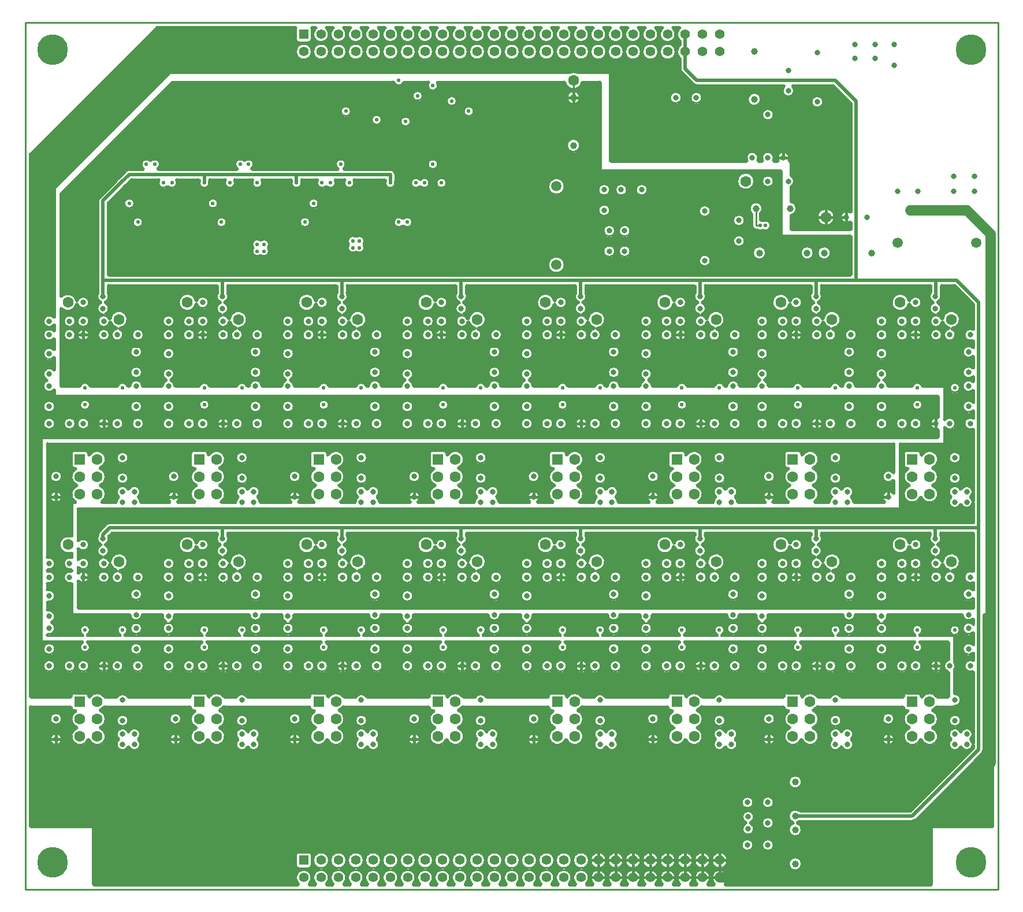
<source format=gbr>
*
*
G04 PADS Layout (Build Number 2005.266.2) generated Gerber (RS-274-X) file*
G04 PC Version=2.1*
*
%IN "module_AtoD2016_1031.pc"*%
*
%MOMM*%
*
%FSLAX35Y35*%
*
*
*
*
G04 PC Standard Apertures*
*
*
G04 Thermal Relief Aperture macro.*
%AMTER*
1,1,$1,0,0*
1,0,$1-$2,0,0*
21,0,$3,$4,0,0,45*
21,0,$3,$4,0,0,135*
%
*
*
G04 Annular Aperture macro.*
%AMANN*
1,1,$1,0,0*
1,0,$2,0,0*
%
*
*
G04 Odd Aperture macro.*
%AMODD*
1,1,$1,0,0*
1,0,$1-0.005,0,0*
%
*
*
G04 PC Custom Aperture Macros*
*
*
*
*
*
*
G04 PC Aperture Table*
*
%ADD033C,1.5*%
%ADD034R,1.4224X1.4224*%
%ADD035C,1.4224*%
%ADD058C,0.254*%
%ADD061C,1*%
%ADD062C,0.8*%
%ADD063C,0.5*%
%ADD098R,1.6X1.6*%
%ADD105C,1.6*%
%ADD107C,4.5*%
%ADD109C,0.25*%
%ADD110C,0.5588*%
%ADD111C,0.381*%
*
*
*
*
G04 PC Custom Flashes*
G04 Layer Name module_AtoD2016_1031.pc - flashes*
%LPD*%
*
*
G04 PC Circuitry*
G04 Layer Name module_AtoD2016_1031.pc - circuitry*
%LPD*%
*
G54D33*
G01X38185000Y22175000D03*
X39335000D03*
X33185000Y21850000D03*
Y23000000D03*
X38185000Y22175000D03*
X39335000D03*
X33185000Y21850000D03*
Y23000000D03*
X35578000Y12873000D02*
X37873000D01*
X39550000Y14550000*
X38375000Y22650000D02*
X39200000D01*
X39550000Y22300000*
Y14550000*
G54D34*
X29482000Y13127000D03*
Y25227000D03*
G54D35*
Y12873000D03*
X29736000Y13127000D03*
Y12873000D03*
X29990000Y13127000D03*
Y12873000D03*
X30244000Y13127000D03*
Y12873000D03*
X30498000Y13127000D03*
Y12873000D03*
X30752000Y13127000D03*
Y12873000D03*
X31006000Y13127000D03*
Y12873000D03*
X31260000Y13127000D03*
Y12873000D03*
X31514000Y13127000D03*
Y12873000D03*
X31768000Y13127000D03*
Y12873000D03*
X32022000Y13127000D03*
Y12873000D03*
X32276000Y13127000D03*
Y12873000D03*
X32530000Y13127000D03*
Y12873000D03*
X32784000Y13127000D03*
Y12873000D03*
X33038000Y13127000D03*
Y12873000D03*
X33292000Y13127000D03*
Y12873000D03*
X33546000Y13127000D03*
Y12873000D03*
X33800000Y13127000D03*
Y12873000D03*
X34054000Y13127000D03*
Y12873000D03*
X34308000Y13127000D03*
Y12873000D03*
X34562000Y13127000D03*
Y12873000D03*
X34816000Y13127000D03*
Y12873000D03*
X35070000Y13127000D03*
Y12873000D03*
X35324000Y13127000D03*
Y12873000D03*
X35578000Y13127000D03*
Y12873000D03*
X29482000Y24973000D03*
X29736000Y25227000D03*
Y24973000D03*
X29990000Y25227000D03*
Y24973000D03*
X30244000Y25227000D03*
Y24973000D03*
X30498000Y25227000D03*
Y24973000D03*
X30752000Y25227000D03*
Y24973000D03*
X31006000Y25227000D03*
Y24973000D03*
X31260000Y25227000D03*
Y24973000D03*
X31514000Y25227000D03*
Y24973000D03*
X31768000Y25227000D03*
Y24973000D03*
X32022000Y25227000D03*
Y24973000D03*
X32276000Y25227000D03*
Y24973000D03*
X32530000Y25227000D03*
Y24973000D03*
X32784000Y25227000D03*
Y24973000D03*
X33038000Y25227000D03*
Y24973000D03*
X33292000Y25227000D03*
Y24973000D03*
X33546000Y25227000D03*
Y24973000D03*
X33800000Y25227000D03*
Y24973000D03*
X34054000Y25227000D03*
Y24973000D03*
X34308000Y25227000D03*
Y24973000D03*
X34562000Y25227000D03*
Y24973000D03*
X34816000Y25227000D03*
Y24973000D03*
X35070000Y25227000D03*
Y24973000D03*
X35324000Y25227000D03*
Y24973000D03*
X35578000Y25227000D03*
Y24973000D03*
G54D58*
X36777701Y13075000D02*
G75*
G03X36777701I-92701J0D01*
G01X39107701Y15175000D02*
G03X39107701I-82701J0D01*
G01X38132701Y14900000D02*
G03X38132701I-82701J0D01*
G01Y15200000D02*
G03X38132701I-82701J0D01*
G01X37357701Y15175000D02*
G03X37357701I-82701J0D01*
G01X36777701Y14275000D02*
G03X36777701I-92701J0D01*
G01X36367701Y13350000D02*
G03X36367701I-82701J0D01*
G01Y13675000D02*
G03X36367701I-82701J0D01*
G01Y13975000D02*
G03X36367701I-82701J0D01*
G01X36382701Y14900000D02*
G03X36382701I-82701J0D01*
G01Y15200000D02*
G03X36382701I-82701J0D01*
G01X36067701Y13350000D02*
G03X36067701I-82701J0D01*
G01Y13975000D02*
G03X36067701I-82701J0D01*
G01X35691821Y13127000D02*
G03X35691821I-113821J0D01*
G01X35657701Y15175000D02*
G03X35657701I-82701J0D01*
G01X35437821Y13127000D02*
G03X35437821I-113821J0D01*
G01X35183821D02*
G03X35183821I-113821J0D01*
G01X34929821D02*
G03X34929821I-113821J0D01*
G01X34675821D02*
G03X34675821I-113821J0D01*
G01X34682701Y14900000D02*
G03X34682701I-82701J0D01*
G01Y15200000D02*
G03X34682701I-82701J0D01*
G01X34421821Y13127000D02*
G03X34421821I-113821J0D01*
G01X34167821D02*
G03X34167821I-113821J0D01*
G01X33913821D02*
G03X33913821I-113821J0D01*
G01X33907701Y15175000D02*
G03X33907701I-82701J0D01*
G01X33659821Y13127000D02*
G03X33659821I-113821J0D01*
G01X33405821D02*
G03X33405821I-113821J0D01*
G01X33151821D02*
G03X33151821I-113821J0D01*
G01X32897821D02*
G03X32897821I-113821J0D01*
G01X32932701Y14900000D02*
G03X32932701I-82701J0D01*
G01Y15200000D02*
G03X32932701I-82701J0D01*
G01X32643821Y13127000D02*
G03X32643821I-113821J0D01*
G01X32389821D02*
G03X32389821I-113821J0D01*
G01X32135821D02*
G03X32135821I-113821J0D01*
G01X32157701Y15175000D02*
G03X32157701I-82701J0D01*
G01X31881821Y13127000D02*
G03X31881821I-113821J0D01*
G01X31627821D02*
G03X31627821I-113821J0D01*
G01X31373821D02*
G03X31373821I-113821J0D01*
G01X31119821D02*
G03X31119821I-113821J0D01*
G01X31182701Y14900000D02*
G03X31182701I-82701J0D01*
G01Y15200000D02*
G03X31182701I-82701J0D01*
G01X30865821Y13127000D02*
G03X30865821I-113821J0D01*
G01X30611821D02*
G03X30611821I-113821J0D01*
G01X30357821D02*
G03X30357821I-113821J0D01*
G01X30407701Y15175000D02*
G03X30407701I-82701J0D01*
G01X30103821Y13127000D02*
G03X30103821I-113821J0D01*
G01X29849821D02*
G03X29849821I-113821J0D01*
G01X29432701Y14900000D02*
G03X29432701I-82701J0D01*
G01Y15200000D02*
G03X29432701I-82701J0D01*
G01X28657701Y15175000D02*
G03X28657701I-82701J0D01*
G01X27682701Y14900000D02*
G03X27682701I-82701J0D01*
G01Y15200000D02*
G03X27682701I-82701J0D01*
G01X26907701Y15175000D02*
G03X26907701I-82701J0D01*
G01X25932701Y14900000D02*
G03X25932701I-82701J0D01*
G01Y15200000D02*
G03X25932701I-82701J0D01*
G01X37357701Y18725000D02*
G03X37357701I-82701J0D01*
G01Y19025000D02*
G03X37357701I-82701J0D01*
G01X36382701Y18750000D02*
G03X36382701I-82701J0D01*
G01X35657701Y18725000D02*
G03X35657701I-82701J0D01*
G01Y19025000D02*
G03X35657701I-82701J0D01*
G01X34682701Y18750000D02*
G03X34682701I-82701J0D01*
G01X33907701Y18725000D02*
G03X33907701I-82701J0D01*
G01Y19025000D02*
G03X33907701I-82701J0D01*
G01X32932701Y18750000D02*
G03X32932701I-82701J0D01*
G01X32157701Y18725000D02*
G03X32157701I-82701J0D01*
G01Y19025000D02*
G03X32157701I-82701J0D01*
G01X31182701Y18750000D02*
G03X31182701I-82701J0D01*
G01X30407701Y18725000D02*
G03X30407701I-82701J0D01*
G01Y19025000D02*
G03X30407701I-82701J0D01*
G01X29432701Y18750000D02*
G03X29432701I-82701J0D01*
G01X28657701Y18725000D02*
G03X28657701I-82701J0D01*
G01Y19025000D02*
G03X28657701I-82701J0D01*
G01X27657701Y18750000D02*
G03X27657701I-82701J0D01*
G01X26907701Y18725000D02*
G03X26907701I-82701J0D01*
G01Y19025000D02*
G03X26907701I-82701J0D01*
G01X25932701Y18450000D02*
G03X25932701I-82701J0D01*
G01Y18750000D02*
G03X25932701I-82701J0D01*
G01X27107701Y16525000D02*
G03X27107701I-82701J0D01*
G01X28857701D02*
G03X28857701I-82701J0D01*
G01X30607701D02*
G03X30607701I-82701J0D01*
G01X32357701D02*
G03X32357701I-82701J0D01*
G01X34107701D02*
G03X34107701I-82701J0D01*
G01X35857701D02*
G03X35857701I-82701J0D01*
G01X37557701D02*
G03X37557701I-82701J0D01*
G01X38832701Y15975000D02*
G03X38832701I-82701J0D01*
G01X38532701D02*
G03X38532701I-82701J0D01*
G01Y19525000D02*
G03X38532701I-82701J0D01*
G01X38545641Y19800000D02*
G03X38545641I-70641J0D01*
G01X38332701Y19525000D02*
G03X38332701I-82701J0D01*
G01X38032701D02*
G03X38032701I-82701J0D01*
G01Y19775000D02*
G03X38032701I-82701J0D01*
G01X37582701Y19525000D02*
G03X37582701I-82701J0D01*
G01X37557701Y19775000D02*
G03X37557701I-82701J0D01*
G01X37282701Y19525000D02*
G03X37282701I-82701J0D01*
G01X37082701D02*
G03X37082701I-82701J0D01*
G01X36782701D02*
G03X36782701I-82701J0D01*
G01X36795641Y19800000D02*
G03X36795641I-70641J0D01*
G01X36582701Y19525000D02*
G03X36582701I-82701J0D01*
G01X36282701D02*
G03X36282701I-82701J0D01*
G01Y19775000D02*
G03X36282701I-82701J0D01*
G01X35882701Y19525000D02*
G03X35882701I-82701J0D01*
G01X35857701Y19775000D02*
G03X35857701I-82701J0D01*
G01X35582701Y19525000D02*
G03X35582701I-82701J0D01*
G01X35382701D02*
G03X35382701I-82701J0D01*
G01X35082701D02*
G03X35082701I-82701J0D01*
G01X35095641Y19800000D02*
G03X35095641I-70641J0D01*
G01X34882701Y19525000D02*
G03X34882701I-82701J0D01*
G01X34582701D02*
G03X34582701I-82701J0D01*
G01Y19775000D02*
G03X34582701I-82701J0D01*
G01X34132701Y19525000D02*
G03X34132701I-82701J0D01*
G01X34107701Y19775000D02*
G03X34107701I-82701J0D01*
G01X33832701Y19525000D02*
G03X33832701I-82701J0D01*
G01X33632701D02*
G03X33632701I-82701J0D01*
G01X33332701D02*
G03X33332701I-82701J0D01*
G01X33345641Y19800000D02*
G03X33345641I-70641J0D01*
G01X33132701Y19525000D02*
G03X33132701I-82701J0D01*
G01X32832701D02*
G03X32832701I-82701J0D01*
G01Y19775000D02*
G03X32832701I-82701J0D01*
G01X32382701Y19525000D02*
G03X32382701I-82701J0D01*
G01X32357701Y19775000D02*
G03X32357701I-82701J0D01*
G01X32082701Y19525000D02*
G03X32082701I-82701J0D01*
G01X31882701D02*
G03X31882701I-82701J0D01*
G01X31582701D02*
G03X31582701I-82701J0D01*
G01X31595641Y19800000D02*
G03X31595641I-70641J0D01*
G01X31382701Y19525000D02*
G03X31382701I-82701J0D01*
G01X31082701D02*
G03X31082701I-82701J0D01*
G01Y19775000D02*
G03X31082701I-82701J0D01*
G01X30632701Y19525000D02*
G03X30632701I-82701J0D01*
G01X30607701Y19775000D02*
G03X30607701I-82701J0D01*
G01X30332701Y19525000D02*
G03X30332701I-82701J0D01*
G01X30132701D02*
G03X30132701I-82701J0D01*
G01X29832701D02*
G03X29832701I-82701J0D01*
G01X29845641Y19800000D02*
G03X29845641I-70641J0D01*
G01X29632701Y19525000D02*
G03X29632701I-82701J0D01*
G01X29332701D02*
G03X29332701I-82701J0D01*
G01Y19775000D02*
G03X29332701I-82701J0D01*
G01X28882701Y19525000D02*
G03X28882701I-82701J0D01*
G01X28857701Y19775000D02*
G03X28857701I-82701J0D01*
G01X28582701Y19525000D02*
G03X28582701I-82701J0D01*
G01X28382701D02*
G03X28382701I-82701J0D01*
G01X28082701D02*
G03X28082701I-82701J0D01*
G01X28095641Y19800000D02*
G03X28095641I-70641J0D01*
G01X27882701Y19525000D02*
G03X27882701I-82701J0D01*
G01X27582701D02*
G03X27582701I-82701J0D01*
G01Y19775000D02*
G03X27582701I-82701J0D01*
G01X27132701Y19525000D02*
G03X27132701I-82701J0D01*
G01X27107701Y19775000D02*
G03X27107701I-82701J0D01*
G01X26832701Y19525000D02*
G03X26832701I-82701J0D01*
G01X26632701D02*
G03X26632701I-82701J0D01*
G01X26332701D02*
G03X26332701I-82701J0D01*
G01X26345641Y19800000D02*
G03X26345641I-70641J0D01*
G01X26132701Y19525000D02*
G03X26132701I-82701J0D01*
G01X37257701Y22550000D02*
G03X37257701I-122701J0D01*
G01X37092701Y24237500D02*
G03X37092701I-82701J0D01*
G01X36367701Y24049650D02*
G03X36367701I-82701J0D01*
G01X36177701Y24275000D02*
G03X36177701I-92701J0D01*
G01X35317701Y24300000D02*
G03X35317701I-82701J0D01*
G01X35017701D02*
G03X35017701I-82701J0D01*
G01X34929821Y24973000D02*
G03X34929821I-113821J0D01*
G01X34675821D02*
G03X34675821I-113821J0D01*
G01X34421821D02*
G03X34421821I-113821J0D01*
G01X34167821D02*
G03X34167821I-113821J0D01*
G01X33913821D02*
G03X33913821I-113821J0D01*
G01X33659821D02*
G03X33659821I-113821J0D01*
G01X33405821D02*
G03X33405821I-113821J0D01*
G01X33151821D02*
G03X33151821I-113821J0D01*
G01X32897821D02*
G03X32897821I-113821J0D01*
G01X32643821D02*
G03X32643821I-113821J0D01*
G01X32389821D02*
G03X32389821I-113821J0D01*
G01X32135821D02*
G03X32135821I-113821J0D01*
G01X31881821D02*
G03X31881821I-113821J0D01*
G01X31627821D02*
G03X31627821I-113821J0D01*
G01X31373821D02*
G03X31373821I-113821J0D01*
G01X31119821D02*
G03X31119821I-113821J0D01*
G01X30865821D02*
G03X30865821I-113821J0D01*
G01X30611821D02*
G03X30611821I-113821J0D01*
G01X30357821D02*
G03X30357821I-113821J0D01*
G01X30103821D02*
G03X30103821I-113821J0D01*
G01X29849821D02*
G03X29849821I-113821J0D01*
G01X29595821D02*
G03X29595821I-113821J0D01*
G01X25832701Y19525000D02*
G03X25832701I-82701J0D01*
G01Y19775000D02*
G03X25832701I-82701J0D01*
G01X26132701Y15975000D02*
G03X26132701I-82701J0D01*
G01X25832701D02*
G03X25832701I-82701J0D01*
G01Y16225000D02*
G03X25832701I-82701J0D01*
G01X27882701Y15975000D02*
G03X27882701I-82701J0D01*
G01X27582701D02*
G03X27582701I-82701J0D01*
G01Y16225000D02*
G03X27582701I-82701J0D01*
G01X27132701Y15975000D02*
G03X27132701I-82701J0D01*
G01X27107701Y16225000D02*
G03X27107701I-82701J0D01*
G01X26832701Y15975000D02*
G03X26832701I-82701J0D01*
G01X26632701D02*
G03X26632701I-82701J0D01*
G01X26332701D02*
G03X26332701I-82701J0D01*
G01X29632701D02*
G03X29632701I-82701J0D01*
G01X29332701D02*
G03X29332701I-82701J0D01*
G01Y16225000D02*
G03X29332701I-82701J0D01*
G01X28882701Y15975000D02*
G03X28882701I-82701J0D01*
G01X28857701Y16225000D02*
G03X28857701I-82701J0D01*
G01X28582701Y15975000D02*
G03X28582701I-82701J0D01*
G01X28382701D02*
G03X28382701I-82701J0D01*
G01X28082701D02*
G03X28082701I-82701J0D01*
G01X31382701D02*
G03X31382701I-82701J0D01*
G01X31082701D02*
G03X31082701I-82701J0D01*
G01Y16225000D02*
G03X31082701I-82701J0D01*
G01X30632701Y15975000D02*
G03X30632701I-82701J0D01*
G01X30607701Y16225000D02*
G03X30607701I-82701J0D01*
G01X30332701Y15975000D02*
G03X30332701I-82701J0D01*
G01X30132701D02*
G03X30132701I-82701J0D01*
G01X29832701D02*
G03X29832701I-82701J0D01*
G01X33132701D02*
G03X33132701I-82701J0D01*
G01X32832701D02*
G03X32832701I-82701J0D01*
G01Y16225000D02*
G03X32832701I-82701J0D01*
G01X32382701Y15975000D02*
G03X32382701I-82701J0D01*
G01X32357701Y16225000D02*
G03X32357701I-82701J0D01*
G01X32082701Y15975000D02*
G03X32082701I-82701J0D01*
G01X31882701D02*
G03X31882701I-82701J0D01*
G01X31582701D02*
G03X31582701I-82701J0D01*
G01X34882701D02*
G03X34882701I-82701J0D01*
G01X34582701D02*
G03X34582701I-82701J0D01*
G01Y16225000D02*
G03X34582701I-82701J0D01*
G01X34132701Y15975000D02*
G03X34132701I-82701J0D01*
G01X34107701Y16225000D02*
G03X34107701I-82701J0D01*
G01X33832701Y15975000D02*
G03X33832701I-82701J0D01*
G01X33632701D02*
G03X33632701I-82701J0D01*
G01X33332701D02*
G03X33332701I-82701J0D01*
G01X36582701D02*
G03X36582701I-82701J0D01*
G01X36282701D02*
G03X36282701I-82701J0D01*
G01Y16225000D02*
G03X36282701I-82701J0D01*
G01X35882701Y15975000D02*
G03X35882701I-82701J0D01*
G01X35857701Y16225000D02*
G03X35857701I-82701J0D01*
G01X35582701Y15975000D02*
G03X35582701I-82701J0D01*
G01X35382701D02*
G03X35382701I-82701J0D01*
G01X35082701D02*
G03X35082701I-82701J0D01*
G01X38332701D02*
G03X38332701I-82701J0D01*
G01X38032701D02*
G03X38032701I-82701J0D01*
G01Y16225000D02*
G03X38032701I-82701J0D01*
G01X37582701Y15975000D02*
G03X37582701I-82701J0D01*
G01X37557701Y16225000D02*
G03X37557701I-82701J0D01*
G01X37282701Y15975000D02*
G03X37282701I-82701J0D01*
G01X37082701D02*
G03X37082701I-82701J0D01*
G01X36782701D02*
G03X36782701I-82701J0D01*
G01X39107701Y18725000D02*
G03X39107701I-82701J0D01*
G01Y19025000D02*
G03X39107701I-82701J0D01*
G01X26632701Y17275000D02*
G03X26632701I-82701J0D01*
G01X28082701D02*
G03X28082701I-82701J0D01*
G01Y17475000D02*
G03X28082701I-82701J0D01*
G01X27882701Y17275000D02*
G03X27882701I-82701J0D01*
G01Y17475000D02*
G03X27882701I-82701J0D01*
G01X27582701Y17000000D02*
G03X27582701I-82701J0D01*
G01Y17275000D02*
G03X27582701I-82701J0D01*
G01Y17475000D02*
G03X27582701I-82701J0D01*
G01X27107701Y17025000D02*
G03X27107701I-82701J0D01*
G01X27132701Y17275000D02*
G03X27132701I-82701J0D01*
G01X28382701D02*
G03X28382701I-82701J0D01*
G01X29832701D02*
G03X29832701I-82701J0D01*
G01Y17475000D02*
G03X29832701I-82701J0D01*
G01X29632701Y17275000D02*
G03X29632701I-82701J0D01*
G01Y17475000D02*
G03X29632701I-82701J0D01*
G01X29332701Y17000000D02*
G03X29332701I-82701J0D01*
G01Y17275000D02*
G03X29332701I-82701J0D01*
G01Y17475000D02*
G03X29332701I-82701J0D01*
G01X28857701Y17025000D02*
G03X28857701I-82701J0D01*
G01X28882701Y17275000D02*
G03X28882701I-82701J0D01*
G01X30132701D02*
G03X30132701I-82701J0D01*
G01X31582701D02*
G03X31582701I-82701J0D01*
G01Y17475000D02*
G03X31582701I-82701J0D01*
G01X31382701Y17275000D02*
G03X31382701I-82701J0D01*
G01Y17475000D02*
G03X31382701I-82701J0D01*
G01X31082701Y17000000D02*
G03X31082701I-82701J0D01*
G01Y17275000D02*
G03X31082701I-82701J0D01*
G01Y17475000D02*
G03X31082701I-82701J0D01*
G01X30607701Y17025000D02*
G03X30607701I-82701J0D01*
G01X30632701Y17275000D02*
G03X30632701I-82701J0D01*
G01X31882701D02*
G03X31882701I-82701J0D01*
G01X33332701D02*
G03X33332701I-82701J0D01*
G01Y17475000D02*
G03X33332701I-82701J0D01*
G01X33132701Y17275000D02*
G03X33132701I-82701J0D01*
G01Y17475000D02*
G03X33132701I-82701J0D01*
G01X32832701Y17000000D02*
G03X32832701I-82701J0D01*
G01Y17275000D02*
G03X32832701I-82701J0D01*
G01Y17475000D02*
G03X32832701I-82701J0D01*
G01X32357701Y17025000D02*
G03X32357701I-82701J0D01*
G01X32382701Y17275000D02*
G03X32382701I-82701J0D01*
G01X33632701D02*
G03X33632701I-82701J0D01*
G01X35082701D02*
G03X35082701I-82701J0D01*
G01Y17475000D02*
G03X35082701I-82701J0D01*
G01X34882701Y17275000D02*
G03X34882701I-82701J0D01*
G01Y17475000D02*
G03X34882701I-82701J0D01*
G01X34582701Y17000000D02*
G03X34582701I-82701J0D01*
G01Y17275000D02*
G03X34582701I-82701J0D01*
G01Y17475000D02*
G03X34582701I-82701J0D01*
G01X34107701Y17025000D02*
G03X34107701I-82701J0D01*
G01X34132701Y17275000D02*
G03X34132701I-82701J0D01*
G01X35382701D02*
G03X35382701I-82701J0D01*
G01X36782701D02*
G03X36782701I-82701J0D01*
G01Y17475000D02*
G03X36782701I-82701J0D01*
G01X36582701Y17275000D02*
G03X36582701I-82701J0D01*
G01Y17475000D02*
G03X36582701I-82701J0D01*
G01X36282701Y17000000D02*
G03X36282701I-82701J0D01*
G01Y17275000D02*
G03X36282701I-82701J0D01*
G01Y17475000D02*
G03X36282701I-82701J0D01*
G01X35857701Y17025000D02*
G03X35857701I-82701J0D01*
G01X35882701Y17275000D02*
G03X35882701I-82701J0D01*
G01X37082701D02*
G03X37082701I-82701J0D01*
G01X38532701D02*
G03X38532701I-82701J0D01*
G01Y17475000D02*
G03X38532701I-82701J0D01*
G01X38332701Y17275000D02*
G03X38332701I-82701J0D01*
G01Y17475000D02*
G03X38332701I-82701J0D01*
G01X38032701Y17000000D02*
G03X38032701I-82701J0D01*
G01Y17275000D02*
G03X38032701I-82701J0D01*
G01Y17475000D02*
G03X38032701I-82701J0D01*
G01X37557701Y17025000D02*
G03X37557701I-82701J0D01*
G01X37582701Y17275000D02*
G03X37582701I-82701J0D01*
G01X38832701D02*
G03X38832701I-82701J0D01*
G01X39095641Y20050000D02*
G03X39095641I-70641J0D01*
G01X38832701Y20825000D02*
G03X38832701I-82701J0D01*
G01X38532701D02*
G03X38532701I-82701J0D01*
G01Y21025000D02*
G03X38532701I-82701J0D01*
G01X38332701Y20825000D02*
G03X38332701I-82701J0D01*
G01Y21025000D02*
G03X38332701I-82701J0D01*
G01X38032701Y20550000D02*
G03X38032701I-82701J0D01*
G01Y20825000D02*
G03X38032701I-82701J0D01*
G01Y21025000D02*
G03X38032701I-82701J0D01*
G01X37557701Y20275000D02*
G03X37557701I-82701J0D01*
G01Y20575000D02*
G03X37557701I-82701J0D01*
G01X37582701Y20825000D02*
G03X37582701I-82701J0D01*
G01X37202701Y22025000D02*
G03X37202701I-92701J0D01*
G01X36952701D02*
G03X36952701I-92701J0D01*
G01X36252701D02*
G03X36252701I-92701J0D01*
G01X36367701Y23075000D02*
G03X36367701I-82701J0D01*
G01X35942701Y22200000D02*
G03X35942701I-82701J0D01*
G01Y22500000D02*
G03X35942701I-82701J0D01*
G01X36082701Y23075000D02*
G03X36082701I-122701J0D01*
G01X35442701Y21912500D02*
G03X35442701I-82701J0D01*
G01Y22637500D02*
G03X35442701I-82701J0D01*
G01X34517701Y22950000D02*
G03X34517701I-82701J0D01*
G01X34267701Y22050000D02*
G03X34267701I-82701J0D01*
G01Y22350000D02*
G03X34267701I-82701J0D01*
G01X34217701Y22950000D02*
G03X34217701I-82701J0D01*
G01X34042701Y22050000D02*
G03X34042701I-82701J0D01*
G01Y22350000D02*
G03X34042701I-82701J0D01*
G01X33967701Y22650000D02*
G03X33967701I-82701J0D01*
G01Y22950000D02*
G03X33967701I-82701J0D01*
G01X33527701Y23600000D02*
G03X33527701I-92701J0D01*
G01Y24300000D02*
G03X33527701I-92701J0D01*
G01X33302701Y21850000D02*
G03X33302701I-117701J0D01*
G01Y23000000D02*
G03X33302701I-117701J0D01*
G01X31970641Y24100000D02*
G03X31970641I-70641J0D01*
G01X31720641Y24250000D02*
G03X31720641I-70641J0D01*
G01X31570641Y23050000D02*
G03X31570641I-70641J0D01*
G01X31445641Y23325000D02*
G03X31445641I-70641J0D01*
G01X31220641Y24325000D02*
G03X31220641I-70641J0D01*
G01X31045641Y23950000D02*
G03X31045641I-70641J0D01*
G01X29570641Y22475000D02*
G03X29570641I-70641J0D01*
G01X29695641Y22750000D02*
G03X29695641I-70641J0D01*
G01X28345641Y22475000D02*
G03X28345641I-70641J0D01*
G01X28220641Y22750000D02*
G03X28220641I-70641J0D01*
G01X27120641Y22475000D02*
G03X27120641I-70641J0D01*
G01X26995641Y22750000D02*
G03X26995641I-70641J0D01*
G01X30620641Y23975000D02*
G03X30620641I-70641J0D01*
G01X30170641Y24100000D02*
G03X30170641I-70641J0D01*
G01X26332701Y20825000D02*
G03X26332701I-82701J0D01*
G01Y21025000D02*
G03X26332701I-82701J0D01*
G01X26132701Y20825000D02*
G03X26132701I-82701J0D01*
G01Y21025000D02*
G03X26132701I-82701J0D01*
G01X26632701Y20825000D02*
G03X26632701I-82701J0D01*
G01X28082701D02*
G03X28082701I-82701J0D01*
G01Y21025000D02*
G03X28082701I-82701J0D01*
G01X27882701Y20825000D02*
G03X27882701I-82701J0D01*
G01Y21025000D02*
G03X27882701I-82701J0D01*
G01X27582701Y20550000D02*
G03X27582701I-82701J0D01*
G01Y20825000D02*
G03X27582701I-82701J0D01*
G01Y21025000D02*
G03X27582701I-82701J0D01*
G01X27107701Y20275000D02*
G03X27107701I-82701J0D01*
G01Y20575000D02*
G03X27107701I-82701J0D01*
G01X27132701Y20825000D02*
G03X27132701I-82701J0D01*
G01X28382701D02*
G03X28382701I-82701J0D01*
G01X29832701D02*
G03X29832701I-82701J0D01*
G01Y21025000D02*
G03X29832701I-82701J0D01*
G01X29632701Y20825000D02*
G03X29632701I-82701J0D01*
G01Y21025000D02*
G03X29632701I-82701J0D01*
G01X29332701Y20550000D02*
G03X29332701I-82701J0D01*
G01Y20825000D02*
G03X29332701I-82701J0D01*
G01Y21025000D02*
G03X29332701I-82701J0D01*
G01X28857701Y20275000D02*
G03X28857701I-82701J0D01*
G01Y20575000D02*
G03X28857701I-82701J0D01*
G01X28882701Y20825000D02*
G03X28882701I-82701J0D01*
G01X30132701D02*
G03X30132701I-82701J0D01*
G01X31582701D02*
G03X31582701I-82701J0D01*
G01Y21025000D02*
G03X31582701I-82701J0D01*
G01X31382701Y20825000D02*
G03X31382701I-82701J0D01*
G01Y21025000D02*
G03X31382701I-82701J0D01*
G01X31082701Y20550000D02*
G03X31082701I-82701J0D01*
G01Y20825000D02*
G03X31082701I-82701J0D01*
G01Y21025000D02*
G03X31082701I-82701J0D01*
G01X30607701Y20275000D02*
G03X30607701I-82701J0D01*
G01Y20575000D02*
G03X30607701I-82701J0D01*
G01X30632701Y20825000D02*
G03X30632701I-82701J0D01*
G01X31882701D02*
G03X31882701I-82701J0D01*
G01X33332701D02*
G03X33332701I-82701J0D01*
G01Y21025000D02*
G03X33332701I-82701J0D01*
G01X33132701Y20825000D02*
G03X33132701I-82701J0D01*
G01Y21025000D02*
G03X33132701I-82701J0D01*
G01X32832701Y20550000D02*
G03X32832701I-82701J0D01*
G01Y20825000D02*
G03X32832701I-82701J0D01*
G01Y21025000D02*
G03X32832701I-82701J0D01*
G01X32357701Y20275000D02*
G03X32357701I-82701J0D01*
G01Y20575000D02*
G03X32357701I-82701J0D01*
G01X32382701Y20825000D02*
G03X32382701I-82701J0D01*
G01X33632701D02*
G03X33632701I-82701J0D01*
G01X35082701D02*
G03X35082701I-82701J0D01*
G01Y21025000D02*
G03X35082701I-82701J0D01*
G01X34882701Y20825000D02*
G03X34882701I-82701J0D01*
G01Y21025000D02*
G03X34882701I-82701J0D01*
G01X34582701Y20550000D02*
G03X34582701I-82701J0D01*
G01Y20825000D02*
G03X34582701I-82701J0D01*
G01Y21025000D02*
G03X34582701I-82701J0D01*
G01X34107701Y20275000D02*
G03X34107701I-82701J0D01*
G01Y20575000D02*
G03X34107701I-82701J0D01*
G01X34132701Y20825000D02*
G03X34132701I-82701J0D01*
G01X35382701D02*
G03X35382701I-82701J0D01*
G01X36782701D02*
G03X36782701I-82701J0D01*
G01Y21025000D02*
G03X36782701I-82701J0D01*
G01X36582701Y20825000D02*
G03X36582701I-82701J0D01*
G01Y21025000D02*
G03X36582701I-82701J0D01*
G01X36282701Y20550000D02*
G03X36282701I-82701J0D01*
G01Y20825000D02*
G03X36282701I-82701J0D01*
G01Y21025000D02*
G03X36282701I-82701J0D01*
G01X35857701Y20275000D02*
G03X35857701I-82701J0D01*
G01Y20575000D02*
G03X35857701I-82701J0D01*
G01X35882701Y20825000D02*
G03X35882701I-82701J0D01*
G01X37082701D02*
G03X37082701I-82701J0D01*
G01X39587300Y13625401D02*
Y16724600D01*
G03X39574600Y16737300I-12700J0*
G01X39455401*
X39455401D02*
G03X39442701Y16724600I-0J-12700D01*
G01X39442701D02*
Y14750000D01*
X39422871Y14702129D02*
G03X39442701Y14750000I-47871J47871D01*
G01X39422871Y14702129D02*
X38447871Y13727129D01*
X38400000Y13707300D02*
G03X38447871Y13727129I0J67700D01*
G01X38400000Y13707299D02*
X36753154D01*
X36753154D02*
G03X36744942Y13704287I0J-12700D01*
G01X36714293Y13687049D02*
G03X36744942Y13704287I-29293J87951D01*
G01X36714293Y13687049D02*
G03Y13662951I4013J-12049D01*
G01X36655707D02*
G03X36714293I29293J-87951D01*
G01X36655707D02*
G03Y13687049I-4013J12049D01*
G01X36744942Y13845713D02*
G03X36655707Y13687049I-59942J-70713D01*
G01X36744942Y13845713D02*
G03X36753154Y13842701I8212J9688D01*
G01X36753154D02*
X38366697D01*
X38366697D02*
G03X38375677Y13846420I0J12700D01*
G01X39303580Y14774323*
G03X39307299Y14783303I-8981J8980*
G01X39307299D02*
Y14812663D01*
X39307299D02*
G03X39297614Y14825000I-12700J-0D01*
X39307299Y14837337I-3015J12337*
G01X39307299D02*
Y14962663D01*
X39307299D02*
G03X39297614Y14975000I-12700J-0D01*
X39307299Y14987337I-3015J12337*
G01X39307299D02*
Y15890666D01*
X39307299D02*
G03X39288662Y15901893I-12700J0D01*
G01Y16048107D02*
G03Y15901893I-38662J-73107D01*
G01Y16048107D02*
G03X39307299Y16059334I5937J11227D01*
G01X39307299D02*
Y16159753D01*
X39307299D02*
G03X39285334Y16168439I-12700J-0D01*
G01Y16281561D02*
G03Y16168439I-60334J-56561D01*
G01Y16281561D02*
G03X39307299Y16290247I9265J8686D01*
G01X39307299D02*
Y16459753D01*
X39307299D02*
G03X39285334Y16468439I-12700J-0D01*
G01Y16581561D02*
G03Y16468439I-60334J-56561D01*
G01Y16581561D02*
G03X39307299Y16590247I9265J8686D01*
G01X39307299D02*
Y16659753D01*
X39307299D02*
G03X39285334Y16668439I-12700J-0D01*
G01X39142300Y16724653D02*
G03X39285334Y16668439I82700J347D01*
G01X39142300Y16724653D02*
G03X39129600Y16737300I-12700J-53D01*
G01X38042174*
G03X38029904Y16721325I0J-12700*
G01X37982953Y16624148D02*
G03X38029904Y16721325I-32953J75852D01*
G01X37982953Y16624148D02*
G03Y16600852I5060J-11648D01*
G01X37917047D02*
G03X37982953I32953J-75852D01*
G01X37917047D02*
G03Y16624148I-5060J11648D01*
G01X37870096Y16721325D02*
G03X37917047Y16624148I79904J-21325D01*
G01X37870096Y16721325D02*
G03X37857826Y16737300I-12270J3275D01*
G01X37570400*
G03X37557700Y16724653I-0J-12700*
G01X37392300D02*
G03X37557700I82700J347D01*
G01X37392300D02*
G03X37379600Y16737300I-12700J-53D01*
G01X36292174*
G03X36279904Y16721325I0J-12700*
G01X36232953Y16624148D02*
G03X36279904Y16721325I-32953J75852D01*
G01X36232953Y16624148D02*
G03Y16600852I5060J-11648D01*
G01X36167047D02*
G03X36232953I32953J-75852D01*
G01X36167047D02*
G03Y16624148I-5060J11648D01*
G01X36120096Y16721325D02*
G03X36167047Y16624148I79904J-21325D01*
G01X36120096Y16721325D02*
G03X36107826Y16737300I-12270J3275D01*
G01X35870400*
G03X35857700Y16724653I-0J-12700*
G01X35692300D02*
G03X35857700I82700J347D01*
G01X35692300D02*
G03X35679600Y16737300I-12700J-53D01*
G01X34592174*
G03X34579904Y16721325I0J-12700*
G01X34532953Y16624148D02*
G03X34579904Y16721325I-32953J75852D01*
G01X34532953Y16624148D02*
G03Y16600852I5060J-11648D01*
G01X34467047D02*
G03X34532953I32953J-75852D01*
G01X34467047D02*
G03Y16624148I-5060J11648D01*
G01X34420096Y16721325D02*
G03X34467047Y16624148I79904J-21325D01*
G01X34420096Y16721325D02*
G03X34407826Y16737300I-12270J3275D01*
G01X34120400*
G03X34107700Y16724653I-0J-12700*
G01X33942300D02*
G03X34107700I82700J347D01*
G01X33942300D02*
G03X33929600Y16737300I-12700J-53D01*
G01X32842174*
G03X32829904Y16721325I0J-12700*
G01X32782953Y16624148D02*
G03X32829904Y16721325I-32953J75852D01*
G01X32782953Y16624148D02*
G03Y16600852I5060J-11648D01*
G01X32717047D02*
G03X32782953I32953J-75852D01*
G01X32717047D02*
G03Y16624148I-5060J11648D01*
G01X32670096Y16721325D02*
G03X32717047Y16624148I79904J-21325D01*
G01X32670096Y16721325D02*
G03X32657826Y16737300I-12270J3275D01*
G01X32370400*
G03X32357700Y16724653I-0J-12700*
G01X32192300D02*
G03X32357700I82700J347D01*
G01X32192300D02*
G03X32179600Y16737300I-12700J-53D01*
G01X31092174*
G03X31079904Y16721325I0J-12700*
G01X31032953Y16624148D02*
G03X31079904Y16721325I-32953J75852D01*
G01X31032953Y16624148D02*
G03Y16600852I5060J-11648D01*
G01X30967047D02*
G03X31032953I32953J-75852D01*
G01X30967047D02*
G03Y16624148I-5060J11648D01*
G01X30920096Y16721325D02*
G03X30967047Y16624148I79904J-21325D01*
G01X30920096Y16721325D02*
G03X30907826Y16737300I-12270J3275D01*
G01X30620400*
G03X30607700Y16724653I-0J-12700*
G01X30442300D02*
G03X30607700I82700J347D01*
G01X30442300D02*
G03X30429600Y16737300I-12700J-53D01*
G01X29342174*
G03X29329904Y16721325I0J-12700*
G01X29282953Y16624148D02*
G03X29329904Y16721325I-32953J75852D01*
G01X29282953Y16624148D02*
G03Y16600852I5060J-11648D01*
G01X29217047D02*
G03X29282953I32953J-75852D01*
G01X29217047D02*
G03Y16624148I-5060J11648D01*
G01X29170096Y16721325D02*
G03X29217047Y16624148I79904J-21325D01*
G01X29170096Y16721325D02*
G03X29157826Y16737300I-12270J3275D01*
G01X28870400*
G03X28857700Y16724653I-0J-12700*
G01X28692300D02*
G03X28857700I82700J347D01*
G01X28692300D02*
G03X28679600Y16737300I-12700J-53D01*
G01X27592174*
G03X27579904Y16721325I0J-12700*
G01X27532953Y16624148D02*
G03X27579904Y16721325I-32953J75852D01*
G01X27532953Y16624148D02*
G03Y16600852I5060J-11648D01*
G01X27467047D02*
G03X27532953I32953J-75852D01*
G01X27467047D02*
G03Y16624148I-5060J11648D01*
G01X27420096Y16721325D02*
G03X27467047Y16624148I79904J-21325D01*
G01X27420096Y16721325D02*
G03X27407826Y16737300I-12270J3275D01*
G01X27120400*
G03X27107700Y16724653I-0J-12700*
G01X26942300D02*
G03X27107700I82700J347D01*
G01X26942300D02*
G03X26929600Y16737300I-12700J-53D01*
G01X26087300*
Y17182826*
G03X26071325Y17195096I-12700J-0*
G01Y17354904D02*
G03Y17195096I-21325J-79904D01*
G01Y17354904D02*
G03X26087300Y17367174I3275J12270D01*
G01Y17382826*
G03X26071325Y17395096I-12700J-0*
G01Y17554904D02*
G03Y17395096I-21325J-79904D01*
G01Y17554904D02*
G03X26087300Y17567174I3275J12270D01*
G01Y17624011*
G03X26069948Y17635829I-12700J0*
G01Y17864171D02*
G03Y17635829I-44948J-114171D01*
G01Y17864172D02*
G03X26087300Y17875989I4652J11817D01*
G01Y18362700*
X26131169*
G03X26137625Y18386337I-0J12700*
G01X26157454Y18607088D02*
G03X26137625Y18386337I42546J-115088D01*
G01X26157454Y18607088D02*
G03Y18630912I-4404J11912D01*
G01X26140801Y18853475D02*
G03X26157454Y18630912I59199J-107475D01*
G01X26140801Y18853475D02*
G03X26134674Y18877299I-6127J11124D01*
G01X26134674D02*
X26120000D01*
X26077299Y18920000D02*
G03X26120000Y18877299I42701J0D01*
G01X26077299Y18920000D02*
Y19080000D01*
X26120000Y19122701D02*
G03X26077299Y19080000I0J-42701D01*
G01X26120000Y19122701D02*
X26280000D01*
X26322701Y19080000D02*
G03X26280000Y19122701I-42701J0D01*
G01X26322701Y19080000D02*
Y19065326D01*
X26322701D02*
G03X26346525Y19059199I12700J-0D01*
G01X26496546Y18884912D02*
G03X26346525Y19059199I-42546J115088D01*
G01X26496546Y18884912D02*
G03Y18861088I4404J-11912D01*
G01Y18630912D02*
G03Y18861088I-42546J115088D01*
G01Y18630912D02*
G03Y18607088I4404J-11912D01*
G01X26516375Y18386337D02*
G03X26496546Y18607088I-62375J105663D01*
G01X26516375Y18386337D02*
G03X26522831Y18362700I6456J-10937D01*
G01X26729600*
G03X26742300Y18375347I0J12700*
G01X26773889Y18440016D02*
G03X26742300Y18375347I51111J-65016D01*
G01X26773889Y18440016D02*
G03Y18459984I-7849J9984D01*
G01X26900852Y18557953D02*
G03X26773889Y18459984I-75852J-32953D01*
G01X26900852Y18557953D02*
G03X26924148I11648J5060D01*
G01X27051111Y18459984D02*
G03X26924148Y18557953I-51111J65016D01*
G01X27051111Y18459984D02*
G03Y18440016I7849J-9984D01*
G01X27082700Y18375347D02*
G03X27051111Y18440016I-82700J-347D01*
G01X27082700Y18375347D02*
G03X27095400Y18362700I12700J53D01*
G01X27515535*
G03X27523451Y18385331I-0J12700*
G01X27626549D02*
G03X27523451I-51549J64669D01*
G01X27626549D02*
G03X27634465Y18362700I7916J-9931D01*
G01X27881169*
G03X27887625Y18386337I-0J12700*
G01X27907454Y18607088D02*
G03X27887625Y18386337I42546J-115088D01*
G01X27907454Y18607088D02*
G03Y18630912I-4404J11912D01*
G01X27890801Y18853475D02*
G03X27907454Y18630912I59199J-107475D01*
G01X27890801Y18853475D02*
G03X27884674Y18877299I-6127J11124D01*
G01X27884674D02*
X27870000D01*
X27827299Y18920000D02*
G03X27870000Y18877299I42701J0D01*
G01X27827299Y18920000D02*
Y19080000D01*
X27870000Y19122701D02*
G03X27827299Y19080000I0J-42701D01*
G01X27870000Y19122701D02*
X28030000D01*
X28072701Y19080000D02*
G03X28030000Y19122701I-42701J0D01*
G01X28072701Y19080000D02*
Y19065326D01*
X28072701D02*
G03X28096525Y19059199I12700J-0D01*
G01X28246546Y18884912D02*
G03X28096525Y19059199I-42546J115088D01*
G01X28246546Y18884912D02*
G03Y18861088I4404J-11912D01*
G01Y18630912D02*
G03Y18861088I-42546J115088D01*
G01Y18630912D02*
G03Y18607088I4404J-11912D01*
G01X28266375Y18386337D02*
G03X28246546Y18607088I-62375J105663D01*
G01X28266375Y18386337D02*
G03X28272831Y18362700I6456J-10937D01*
G01X28479600*
G03X28492300Y18375347I0J12700*
G01X28523889Y18440016D02*
G03X28492300Y18375347I51111J-65016D01*
G01X28523889Y18440016D02*
G03Y18459984I-7849J9984D01*
G01X28650852Y18557953D02*
G03X28523889Y18459984I-75852J-32953D01*
G01X28650852Y18557953D02*
G03X28674148I11648J5060D01*
G01X28801111Y18459984D02*
G03X28674148Y18557953I-51111J65016D01*
G01X28801111Y18459984D02*
G03Y18440016I7849J-9984D01*
G01X28832700Y18375347D02*
G03X28801111Y18440016I-82700J-347D01*
G01X28832700Y18375347D02*
G03X28845400Y18362700I12700J53D01*
G01X29290535*
G03X29298451Y18385331I-0J12700*
G01X29401549D02*
G03X29298451I-51549J64669D01*
G01X29401549D02*
G03X29409465Y18362700I7916J-9931D01*
G01X29631169*
G03X29637625Y18386337I-0J12700*
G01X29657454Y18607088D02*
G03X29637625Y18386337I42546J-115088D01*
G01X29657454Y18607088D02*
G03Y18630912I-4404J11912D01*
G01X29640801Y18853475D02*
G03X29657454Y18630912I59199J-107475D01*
G01X29640801Y18853475D02*
G03X29634674Y18877299I-6127J11124D01*
G01X29634674D02*
X29620000D01*
X29577299Y18920000D02*
G03X29620000Y18877299I42701J0D01*
G01X29577299Y18920000D02*
Y19080000D01*
X29620000Y19122701D02*
G03X29577299Y19080000I0J-42701D01*
G01X29620000Y19122701D02*
X29780000D01*
X29822701Y19080000D02*
G03X29780000Y19122701I-42701J0D01*
G01X29822701Y19080000D02*
Y19065326D01*
X29822701D02*
G03X29846525Y19059199I12700J-0D01*
G01X29996546Y18884912D02*
G03X29846525Y19059199I-42546J115088D01*
G01X29996546Y18884912D02*
G03Y18861088I4404J-11912D01*
G01Y18630912D02*
G03Y18861088I-42546J115088D01*
G01Y18630912D02*
G03Y18607088I4404J-11912D01*
G01X30016375Y18386337D02*
G03X29996546Y18607088I-62375J105663D01*
G01X30016375Y18386337D02*
G03X30022831Y18362700I6456J-10937D01*
G01X30229600*
G03X30242300Y18375347I0J12700*
G01X30273889Y18440016D02*
G03X30242300Y18375347I51111J-65016D01*
G01X30273889Y18440016D02*
G03Y18459984I-7849J9984D01*
G01X30400852Y18557953D02*
G03X30273889Y18459984I-75852J-32953D01*
G01X30400852Y18557953D02*
G03X30424148I11648J5060D01*
G01X30551111Y18459984D02*
G03X30424148Y18557953I-51111J65016D01*
G01X30551111Y18459984D02*
G03Y18440016I7849J-9984D01*
G01X30582700Y18375347D02*
G03X30551111Y18440016I-82700J-347D01*
G01X30582700Y18375347D02*
G03X30595400Y18362700I12700J53D01*
G01X31040535*
G03X31048451Y18385331I-0J12700*
G01X31151549D02*
G03X31048451I-51549J64669D01*
G01X31151549D02*
G03X31159465Y18362700I7916J-9931D01*
G01X31381169*
G03X31387625Y18386337I-0J12700*
G01X31407454Y18607088D02*
G03X31387625Y18386337I42546J-115088D01*
G01X31407454Y18607088D02*
G03Y18630912I-4404J11912D01*
G01X31390801Y18853475D02*
G03X31407454Y18630912I59199J-107475D01*
G01X31390801Y18853475D02*
G03X31384674Y18877299I-6127J11124D01*
G01X31384674D02*
X31370000D01*
X31327299Y18920000D02*
G03X31370000Y18877299I42701J0D01*
G01X31327299Y18920000D02*
Y19080000D01*
X31370000Y19122701D02*
G03X31327299Y19080000I0J-42701D01*
G01X31370000Y19122701D02*
X31530000D01*
X31572701Y19080000D02*
G03X31530000Y19122701I-42701J0D01*
G01X31572701Y19080000D02*
Y19065326D01*
X31572701D02*
G03X31596525Y19059199I12700J-0D01*
G01X31746546Y18884912D02*
G03X31596525Y19059199I-42546J115088D01*
G01X31746546Y18884912D02*
G03Y18861088I4404J-11912D01*
G01Y18630912D02*
G03Y18861088I-42546J115088D01*
G01Y18630912D02*
G03Y18607088I4404J-11912D01*
G01X31766375Y18386337D02*
G03X31746546Y18607088I-62375J105663D01*
G01X31766375Y18386337D02*
G03X31772831Y18362700I6456J-10937D01*
G01X31979600*
G03X31992300Y18375347I0J12700*
G01X32023889Y18440016D02*
G03X31992300Y18375347I51111J-65016D01*
G01X32023889Y18440016D02*
G03Y18459984I-7849J9984D01*
G01X32150852Y18557953D02*
G03X32023889Y18459984I-75852J-32953D01*
G01X32150852Y18557953D02*
G03X32174148I11648J5060D01*
G01X32301111Y18459984D02*
G03X32174148Y18557953I-51111J65016D01*
G01X32301111Y18459984D02*
G03Y18440016I7849J-9984D01*
G01X32332700Y18375347D02*
G03X32301111Y18440016I-82700J-347D01*
G01X32332700Y18375347D02*
G03X32345400Y18362700I12700J53D01*
G01X32790535*
G03X32798451Y18385331I-0J12700*
G01X32901549D02*
G03X32798451I-51549J64669D01*
G01X32901549D02*
G03X32909465Y18362700I7916J-9931D01*
G01X33131169*
G03X33137625Y18386337I-0J12700*
G01X33157454Y18607088D02*
G03X33137625Y18386337I42546J-115088D01*
G01X33157454Y18607088D02*
G03Y18630912I-4404J11912D01*
G01X33140801Y18853475D02*
G03X33157454Y18630912I59199J-107475D01*
G01X33140801Y18853475D02*
G03X33134674Y18877299I-6127J11124D01*
G01X33134674D02*
X33120000D01*
X33077299Y18920000D02*
G03X33120000Y18877299I42701J0D01*
G01X33077299Y18920000D02*
Y19080000D01*
X33120000Y19122701D02*
G03X33077299Y19080000I0J-42701D01*
G01X33120000Y19122701D02*
X33280000D01*
X33322701Y19080000D02*
G03X33280000Y19122701I-42701J0D01*
G01X33322701Y19080000D02*
Y19065326D01*
X33322701D02*
G03X33346525Y19059199I12700J-0D01*
G01X33496546Y18884912D02*
G03X33346525Y19059199I-42546J115088D01*
G01X33496546Y18884912D02*
G03Y18861088I4404J-11912D01*
G01Y18630912D02*
G03Y18861088I-42546J115088D01*
G01Y18630912D02*
G03Y18607088I4404J-11912D01*
G01X33516375Y18386337D02*
G03X33496546Y18607088I-62375J105663D01*
G01X33516375Y18386337D02*
G03X33522831Y18362700I6456J-10937D01*
G01X33729600*
G03X33742300Y18375347I0J12700*
G01X33773889Y18440016D02*
G03X33742300Y18375347I51111J-65016D01*
G01X33773889Y18440016D02*
G03Y18459984I-7849J9984D01*
G01X33900852Y18557953D02*
G03X33773889Y18459984I-75852J-32953D01*
G01X33900852Y18557953D02*
G03X33924148I11648J5060D01*
G01X34051111Y18459984D02*
G03X33924148Y18557953I-51111J65016D01*
G01X34051111Y18459984D02*
G03Y18440016I7849J-9984D01*
G01X34082700Y18375347D02*
G03X34051111Y18440016I-82700J-347D01*
G01X34082700Y18375347D02*
G03X34095400Y18362700I12700J53D01*
G01X34540535*
G03X34548451Y18385331I-0J12700*
G01X34651549D02*
G03X34548451I-51549J64669D01*
G01X34651549D02*
G03X34659465Y18362700I7916J-9931D01*
G01X34881169*
G03X34887625Y18386337I-0J12700*
G01X34907454Y18607088D02*
G03X34887625Y18386337I42546J-115088D01*
G01X34907454Y18607088D02*
G03Y18630912I-4404J11912D01*
G01X34890801Y18853475D02*
G03X34907454Y18630912I59199J-107475D01*
G01X34890801Y18853475D02*
G03X34884674Y18877299I-6127J11124D01*
G01X34884674D02*
X34870000D01*
X34827299Y18920000D02*
G03X34870000Y18877299I42701J0D01*
G01X34827299Y18920000D02*
Y19080000D01*
X34870000Y19122701D02*
G03X34827299Y19080000I0J-42701D01*
G01X34870000Y19122701D02*
X35030000D01*
X35072701Y19080000D02*
G03X35030000Y19122701I-42701J0D01*
G01X35072701Y19080000D02*
Y19065326D01*
X35072701D02*
G03X35096525Y19059199I12700J-0D01*
G01X35246546Y18884912D02*
G03X35096525Y19059199I-42546J115088D01*
G01X35246546Y18884912D02*
G03Y18861088I4404J-11912D01*
G01Y18630912D02*
G03Y18861088I-42546J115088D01*
G01Y18630912D02*
G03Y18607088I4404J-11912D01*
G01X35266375Y18386337D02*
G03X35246546Y18607088I-62375J105663D01*
G01X35266375Y18386337D02*
G03X35272831Y18362700I6456J-10937D01*
G01X35479600*
G03X35492300Y18375347I0J12700*
G01X35523889Y18440016D02*
G03X35492300Y18375347I51111J-65016D01*
G01X35523889Y18440016D02*
G03Y18459984I-7849J9984D01*
G01X35650852Y18557953D02*
G03X35523889Y18459984I-75852J-32953D01*
G01X35650852Y18557953D02*
G03X35674148I11648J5060D01*
G01X35801111Y18459984D02*
G03X35674148Y18557953I-51111J65016D01*
G01X35801111Y18459984D02*
G03Y18440016I7849J-9984D01*
G01X35832700Y18375347D02*
G03X35801111Y18440016I-82700J-347D01*
G01X35832700Y18375347D02*
G03X35845400Y18362700I12700J53D01*
G01X36240535*
G03X36248451Y18385331I-0J12700*
G01X36351549D02*
G03X36248451I-51549J64669D01*
G01X36351549D02*
G03X36359465Y18362700I7916J-9931D01*
G01X36581169*
G03X36587625Y18386337I-0J12700*
G01X36607454Y18607088D02*
G03X36587625Y18386337I42546J-115088D01*
G01X36607454Y18607088D02*
G03Y18630912I-4404J11912D01*
G01X36590801Y18853475D02*
G03X36607454Y18630912I59199J-107475D01*
G01X36590801Y18853475D02*
G03X36584674Y18877299I-6127J11124D01*
G01X36584674D02*
X36570000D01*
X36527299Y18920000D02*
G03X36570000Y18877299I42701J0D01*
G01X36527299Y18920000D02*
Y19080000D01*
X36570000Y19122701D02*
G03X36527299Y19080000I0J-42701D01*
G01X36570000Y19122701D02*
X36730000D01*
X36772701Y19080000D02*
G03X36730000Y19122701I-42701J0D01*
G01X36772701Y19080000D02*
Y19065326D01*
X36772701D02*
G03X36796525Y19059199I12700J-0D01*
G01X36946546Y18884912D02*
G03X36796525Y19059199I-42546J115088D01*
G01X36946546Y18884912D02*
G03Y18861088I4404J-11912D01*
G01Y18630912D02*
G03Y18861088I-42546J115088D01*
G01Y18630912D02*
G03Y18607088I4404J-11912D01*
G01X36966375Y18386337D02*
G03X36946546Y18607088I-62375J105663D01*
G01X36966375Y18386337D02*
G03X36972831Y18362700I6456J-10937D01*
G01X37179600*
G03X37192300Y18375347I0J12700*
G01X37223889Y18440016D02*
G03X37192300Y18375347I51111J-65016D01*
G01X37223889Y18440016D02*
G03Y18459984I-7849J9984D01*
G01X37350852Y18557953D02*
G03X37223889Y18459984I-75852J-32953D01*
G01X37350852Y18557953D02*
G03X37374148I11648J5060D01*
G01X37501111Y18459984D02*
G03X37374148Y18557953I-51111J65016D01*
G01X37501111Y18459984D02*
G03Y18440016I7849J-9984D01*
G01X37532700Y18375347D02*
G03X37501111Y18440016I-82700J-347D01*
G01X37532700Y18375347D02*
G03X37545400Y18362700I12700J53D01*
G01X37990535*
G03X37998451Y18385331I-0J12700*
G01X38114669Y18501549D02*
G03X37998451Y18385331I-64669J-51549D01*
G01X38114669Y18501549D02*
G03X38137300Y18509465I9931J7916D01*
G01Y18690535*
G03X38114669Y18698451I-12700J-0*
G01Y18801549D02*
G03Y18698451I-64669J-51549D01*
G01Y18801549D02*
G03X38137300Y18809465I9931J7916D01*
G01Y19224600*
G03X38124600Y19237300I-12700J0*
G01X25725400*
G03X25712700Y19224600I0J-12700*
G01Y17567174*
G03X25728675Y17554904I12700J0*
G01Y17395096D02*
G03Y17554904I21325J79904D01*
G01Y17395096D02*
G03X25712700Y17382826I-3275J-12270D01*
G01Y17367174*
G03X25728675Y17354904I12700J0*
G01Y17195096D02*
G03Y17354904I21325J79904D01*
G01Y17195096D02*
G03X25712700Y17182826I-3275J-12270D01*
G01Y17092174*
G03X25728675Y17079904I12700J0*
G01Y16920096D02*
G03Y17079904I21325J79904D01*
G01Y16920096D02*
G03X25712700Y16907826I-3275J-12270D01*
G01Y16792174*
G03X25728675Y16779904I12700J0*
G01X25782953Y16624148D02*
G03X25728675Y16779904I-32953J75852D01*
G01X25782953Y16624148D02*
G03Y16600852I5060J-11648D01*
G01X25728675Y16445096D02*
G03X25782953Y16600852I21325J79904D01*
G01X25728675Y16445096D02*
G03X25712700Y16432826I-3275J-12270D01*
G01Y16425400*
G03X25725400Y16412700I12700J0*
G01X26237845*
G03X26243507Y16436768I0J12700*
G01X26306493D02*
G03X26243507I-31493J63232D01*
G01X26306493D02*
G03X26312155Y16412700I5662J-11368D01*
G01X26787845*
G03X26793507Y16436768I0J12700*
G01X26856493D02*
G03X26793507I-31493J63232D01*
G01X26856493D02*
G03X26862155Y16412700I5662J-11368D01*
G01X27987845*
G03X27993507Y16436768I0J12700*
G01X28056493D02*
G03X27993507I-31493J63232D01*
G01X28056493D02*
G03X28062155Y16412700I5662J-11368D01*
G01X28537845*
G03X28543507Y16436768I0J12700*
G01X28606493D02*
G03X28543507I-31493J63232D01*
G01X28606493D02*
G03X28612155Y16412700I5662J-11368D01*
G01X29737845*
G03X29743507Y16436768I0J12700*
G01X29806493D02*
G03X29743507I-31493J63232D01*
G01X29806493D02*
G03X29812155Y16412700I5662J-11368D01*
G01X30287845*
G03X30293507Y16436768I0J12700*
G01X30356493D02*
G03X30293507I-31493J63232D01*
G01X30356493D02*
G03X30362155Y16412700I5662J-11368D01*
G01X31487845*
G03X31493507Y16436768I0J12700*
G01X31556493D02*
G03X31493507I-31493J63232D01*
G01X31556493D02*
G03X31562155Y16412700I5662J-11368D01*
G01X32037845*
G03X32043507Y16436768I0J12700*
G01X32106493D02*
G03X32043507I-31493J63232D01*
G01X32106493D02*
G03X32112155Y16412700I5662J-11368D01*
G01X33237845*
G03X33243507Y16436768I0J12700*
G01X33306493D02*
G03X33243507I-31493J63232D01*
G01X33306493D02*
G03X33312155Y16412700I5662J-11368D01*
G01X33787845*
G03X33793507Y16436768I0J12700*
G01X33856493D02*
G03X33793507I-31493J63232D01*
G01X33856493D02*
G03X33862155Y16412700I5662J-11368D01*
G01X34987845*
G03X34993507Y16436768I0J12700*
G01X35056493D02*
G03X34993507I-31493J63232D01*
G01X35056493D02*
G03X35062155Y16412700I5662J-11368D01*
G01X35537845*
G03X35543507Y16436768I0J12700*
G01X35606493D02*
G03X35543507I-31493J63232D01*
G01X35606493D02*
G03X35612155Y16412700I5662J-11368D01*
G01X36687845*
G03X36693507Y16436768I0J12700*
G01X36756493D02*
G03X36693507I-31493J63232D01*
G01X36756493D02*
G03X36762155Y16412700I5662J-11368D01*
G01X37237845*
G03X37243507Y16436768I0J12700*
G01X37306493D02*
G03X37243507I-31493J63232D01*
G01X37306493D02*
G03X37312155Y16412700I5662J-11368D01*
G01X38437845*
G03X38443507Y16436768I0J12700*
G01X38506493D02*
G03X38443507I-31493J63232D01*
G01X38506493D02*
G03X38512155Y16412700I5662J-11368D01*
G01X38987845*
G03X38993507Y16436768I0J12700*
G01X39024802Y16429360D02*
G03X38993507Y16436768I198J70640D01*
G01X39024802Y16429360D02*
G03X39012700Y16412700I-35J-12700D01*
G01Y16033447*
G03X39015363Y16025667I12700J0*
G01X39015362Y15924333D02*
G03Y16025667I-65362J50667D01*
G01X39015363Y15924333D02*
G03X39012700Y15916553I10037J-7780D01*
G01Y15570400*
G03X39025347Y15557700I12700J-0*
G01X39023109Y15392321D02*
G03X39025347Y15557700I1891J82679D01*
G01X39023108Y15392321D02*
G03X39012700Y15387300I-290J-12697D01*
G01X38766464*
G03X38755915Y15381672I0J-12700*
G01X38696546Y15334912D02*
G03X38755915Y15381672I-42546J115088D01*
G01X38696546Y15334912D02*
G03Y15311088I4404J-11912D01*
G01Y15080912D02*
G03Y15311088I-42546J115088D01*
G01Y15080912D02*
G03Y15057088I4404J-11912D01*
G01X38538912Y14899454D02*
G03X38696546Y15057088I115088J42546D01*
G01X38538912Y14899454D02*
G03X38515088I-11912J-4404D01*
G01X38357454Y15057088D02*
G03X38515088Y14899454I42546J-115088D01*
G01X38357454Y15057088D02*
G03Y15080912I-4404J11912D01*
G01X38340801Y15303475D02*
G03X38357454Y15080912I59199J-107475D01*
G01X38340801Y15303475D02*
G03X38334674Y15327299I-6127J11124D01*
G01X38334674D02*
X38320000D01*
X38277299Y15370000D02*
G03X38320000Y15327299I42701J0D01*
G01X38277299Y15370000D02*
Y15374600D01*
X38277299D02*
G03X38264599Y15387300I-12700J0D01*
G01X38264599D02*
X37016464D01*
G03X37005915Y15381672I0J-12700*
G01X36946546Y15334912D02*
G03X37005915Y15381672I-42546J115088D01*
G01X36946546Y15334912D02*
G03Y15311088I4404J-11912D01*
G01Y15080912D02*
G03Y15311088I-42546J115088D01*
G01Y15080912D02*
G03Y15057088I4404J-11912D01*
G01X36788912Y14899454D02*
G03X36946546Y15057088I115088J42546D01*
G01X36788912Y14899454D02*
G03X36765088I-11912J-4404D01*
G01X36607454Y15057088D02*
G03X36765088Y14899454I42546J-115088D01*
G01X36607454Y15057088D02*
G03Y15080912I-4404J11912D01*
G01X36590801Y15303475D02*
G03X36607454Y15080912I59199J-107475D01*
G01X36590801Y15303475D02*
G03X36584674Y15327299I-6127J11124D01*
G01X36584674D02*
X36570000D01*
X36527299Y15370000D02*
G03X36570000Y15327299I42701J0D01*
G01X36527299Y15370000D02*
Y15374600D01*
X36527299D02*
G03X36514599Y15387300I-12700J0D01*
G01X36514599D02*
X35316464D01*
G03X35305915Y15381672I0J-12700*
G01X35246546Y15334912D02*
G03X35305915Y15381672I-42546J115088D01*
G01X35246546Y15334912D02*
G03Y15311088I4404J-11912D01*
G01Y15080912D02*
G03Y15311088I-42546J115088D01*
G01Y15080912D02*
G03Y15057088I4404J-11912D01*
G01X35088912Y14899454D02*
G03X35246546Y15057088I115088J42546D01*
G01X35088912Y14899454D02*
G03X35065088I-11912J-4404D01*
G01X34907454Y15057088D02*
G03X35065088Y14899454I42546J-115088D01*
G01X34907454Y15057088D02*
G03Y15080912I-4404J11912D01*
G01X34890801Y15303475D02*
G03X34907454Y15080912I59199J-107475D01*
G01X34890801Y15303475D02*
G03X34884674Y15327299I-6127J11124D01*
G01X34884674D02*
X34870000D01*
X34827299Y15370000D02*
G03X34870000Y15327299I42701J0D01*
G01X34827299Y15370000D02*
Y15374600D01*
X34827299D02*
G03X34814599Y15387300I-12700J0D01*
G01X34814599D02*
X33566464D01*
G03X33555915Y15381672I0J-12700*
G01X33496546Y15334912D02*
G03X33555915Y15381672I-42546J115088D01*
G01X33496546Y15334912D02*
G03Y15311088I4404J-11912D01*
G01Y15080912D02*
G03Y15311088I-42546J115088D01*
G01Y15080912D02*
G03Y15057088I4404J-11912D01*
G01X33338912Y14899454D02*
G03X33496546Y15057088I115088J42546D01*
G01X33338912Y14899454D02*
G03X33315088I-11912J-4404D01*
G01X33157454Y15057088D02*
G03X33315088Y14899454I42546J-115088D01*
G01X33157454Y15057088D02*
G03Y15080912I-4404J11912D01*
G01X33140801Y15303475D02*
G03X33157454Y15080912I59199J-107475D01*
G01X33140801Y15303475D02*
G03X33134674Y15327299I-6127J11124D01*
G01X33134674D02*
X33120000D01*
X33077299Y15370000D02*
G03X33120000Y15327299I42701J0D01*
G01X33077299Y15370000D02*
Y15374600D01*
X33077299D02*
G03X33064599Y15387300I-12700J0D01*
G01X33064599D02*
X31816464D01*
G03X31805915Y15381672I0J-12700*
G01X31746546Y15334912D02*
G03X31805915Y15381672I-42546J115088D01*
G01X31746546Y15334912D02*
G03Y15311088I4404J-11912D01*
G01Y15080912D02*
G03Y15311088I-42546J115088D01*
G01Y15080912D02*
G03Y15057088I4404J-11912D01*
G01X31588912Y14899454D02*
G03X31746546Y15057088I115088J42546D01*
G01X31588912Y14899454D02*
G03X31565088I-11912J-4404D01*
G01X31407454Y15057088D02*
G03X31565088Y14899454I42546J-115088D01*
G01X31407454Y15057088D02*
G03Y15080912I-4404J11912D01*
G01X31390801Y15303475D02*
G03X31407454Y15080912I59199J-107475D01*
G01X31390801Y15303475D02*
G03X31384674Y15327299I-6127J11124D01*
G01X31384674D02*
X31370000D01*
X31327299Y15370000D02*
G03X31370000Y15327299I42701J0D01*
G01X31327299Y15370000D02*
Y15374600D01*
X31327299D02*
G03X31314599Y15387300I-12700J0D01*
G01X31314599D02*
X30066464D01*
G03X30055915Y15381672I0J-12700*
G01X29996546Y15334912D02*
G03X30055915Y15381672I-42546J115088D01*
G01X29996546Y15334912D02*
G03Y15311088I4404J-11912D01*
G01Y15080912D02*
G03Y15311088I-42546J115088D01*
G01Y15080912D02*
G03Y15057088I4404J-11912D01*
G01X29838912Y14899454D02*
G03X29996546Y15057088I115088J42546D01*
G01X29838912Y14899454D02*
G03X29815088I-11912J-4404D01*
G01X29657454Y15057088D02*
G03X29815088Y14899454I42546J-115088D01*
G01X29657454Y15057088D02*
G03Y15080912I-4404J11912D01*
G01X29640801Y15303475D02*
G03X29657454Y15080912I59199J-107475D01*
G01X29640801Y15303475D02*
G03X29634674Y15327299I-6127J11124D01*
G01X29634674D02*
X29620000D01*
X29577299Y15370000D02*
G03X29620000Y15327299I42701J0D01*
G01X29577299Y15370000D02*
Y15374600D01*
X29577299D02*
G03X29564599Y15387300I-12700J0D01*
G01X29564599D02*
X28316464D01*
G03X28305915Y15381672I0J-12700*
G01X28246546Y15334912D02*
G03X28305915Y15381672I-42546J115088D01*
G01X28246546Y15334912D02*
G03Y15311088I4404J-11912D01*
G01Y15080912D02*
G03Y15311088I-42546J115088D01*
G01Y15080912D02*
G03Y15057088I4404J-11912D01*
G01X28088912Y14899454D02*
G03X28246546Y15057088I115088J42546D01*
G01X28088912Y14899454D02*
G03X28065088I-11912J-4404D01*
G01X27907454Y15057088D02*
G03X28065088Y14899454I42546J-115088D01*
G01X27907454Y15057088D02*
G03Y15080912I-4404J11912D01*
G01X27890801Y15303475D02*
G03X27907454Y15080912I59199J-107475D01*
G01X27890801Y15303475D02*
G03X27884674Y15327299I-6127J11124D01*
G01X27884674D02*
X27870000D01*
X27827299Y15370000D02*
G03X27870000Y15327299I42701J0D01*
G01X27827299Y15370000D02*
Y15374600D01*
X27827299D02*
G03X27814599Y15387300I-12700J0D01*
G01X27814599D02*
X26566464D01*
G03X26555915Y15381672I0J-12700*
G01X26496546Y15334912D02*
G03X26555915Y15381672I-42546J115088D01*
G01X26496546Y15334912D02*
G03Y15311088I4404J-11912D01*
G01Y15080912D02*
G03Y15311088I-42546J115088D01*
G01Y15080912D02*
G03Y15057088I4404J-11912D01*
G01X26338912Y14899454D02*
G03X26496546Y15057088I115088J42546D01*
G01X26338912Y14899454D02*
G03X26315088I-11912J-4404D01*
G01X26157454Y15057088D02*
G03X26315088Y14899454I42546J-115088D01*
G01X26157454Y15057088D02*
G03Y15080912I-4404J11912D01*
G01X26140801Y15303475D02*
G03X26157454Y15080912I59199J-107475D01*
G01X26140801Y15303475D02*
G03X26134674Y15327299I-6127J11124D01*
G01X26134674D02*
X26120000D01*
X26077299Y15370000D02*
G03X26120000Y15327299I42701J0D01*
G01X26077299Y15370000D02*
Y15374600D01*
X26077299D02*
G03X26064599Y15387300I-12700J0D01*
G01X26064599D02*
X25475400D01*
G03X25462700Y15374600I0J-12700*
G01Y13625401*
X25462700D02*
G03X25475400Y13612701I12700J-0D01*
G01X25475400D02*
X26375000D01*
X26387701Y13600000D02*
G03X26375000Y13612701I-12701J0D01*
G01X26387701Y13600000D02*
Y12775400D01*
X26387701D02*
G03X26400401Y12762700I12700J0D01*
G01X26400401D02*
X29401491D01*
G03X29409572Y12785197I0J12700*
G01X29554427D02*
G03X29409573I-72427J87803D01*
G01X29554428D02*
G03X29562509Y12762700I8081J-9797D01*
G01X29655491*
G03X29663572Y12785197I0J12700*
G01X29808427D02*
G03X29663573I-72427J87803D01*
G01X29808428D02*
G03X29816509Y12762700I8081J-9797D01*
G01X29909491*
G03X29917572Y12785197I0J12700*
G01X30062427D02*
G03X29917573I-72427J87803D01*
G01X30062428D02*
G03X30070509Y12762700I8081J-9797D01*
G01X30163491*
G03X30171572Y12785197I0J12700*
G01X30316427D02*
G03X30171573I-72427J87803D01*
G01X30316428D02*
G03X30324509Y12762700I8081J-9797D01*
G01X30417491*
G03X30425572Y12785197I0J12700*
G01X30570427D02*
G03X30425573I-72427J87803D01*
G01X30570428D02*
G03X30578509Y12762700I8081J-9797D01*
G01X30671491*
G03X30679572Y12785197I0J12700*
G01X30824427D02*
G03X30679573I-72427J87803D01*
G01X30824428D02*
G03X30832509Y12762700I8081J-9797D01*
G01X30925491*
G03X30933572Y12785197I0J12700*
G01X31078427D02*
G03X30933573I-72427J87803D01*
G01X31078428D02*
G03X31086509Y12762700I8081J-9797D01*
G01X31179491*
G03X31187572Y12785197I0J12700*
G01X31332427D02*
G03X31187573I-72427J87803D01*
G01X31332428D02*
G03X31340509Y12762700I8081J-9797D01*
G01X31433491*
G03X31441572Y12785197I0J12700*
G01X31586427D02*
G03X31441573I-72427J87803D01*
G01X31586428D02*
G03X31594509Y12762700I8081J-9797D01*
G01X31687491*
G03X31695572Y12785197I0J12700*
G01X31840427D02*
G03X31695573I-72427J87803D01*
G01X31840428D02*
G03X31848509Y12762700I8081J-9797D01*
G01X31941491*
G03X31949572Y12785197I0J12700*
G01X32094427D02*
G03X31949573I-72427J87803D01*
G01X32094428D02*
G03X32102509Y12762700I8081J-9797D01*
G01X32195491*
G03X32203572Y12785197I0J12700*
G01X32348427D02*
G03X32203573I-72427J87803D01*
G01X32348428D02*
G03X32356509Y12762700I8081J-9797D01*
G01X32449491*
G03X32457572Y12785197I0J12700*
G01X32602427D02*
G03X32457573I-72427J87803D01*
G01X32602428D02*
G03X32610509Y12762700I8081J-9797D01*
G01X32703491*
G03X32711572Y12785197I0J12700*
G01X32856427D02*
G03X32711573I-72427J87803D01*
G01X32856428D02*
G03X32864509Y12762700I8081J-9797D01*
G01X32957491*
G03X32965572Y12785197I0J12700*
G01X33110427D02*
G03X32965573I-72427J87803D01*
G01X33110428D02*
G03X33118509Y12762700I8081J-9797D01*
G01X33211491*
G03X33219572Y12785197I0J12700*
G01X33364427D02*
G03X33219573I-72427J87803D01*
G01X33364428D02*
G03X33372509Y12762700I8081J-9797D01*
G01X33465491*
G03X33473572Y12785197I0J12700*
G01X33618427D02*
G03X33473573I-72427J87803D01*
G01X33618428D02*
G03X33626509Y12762700I8081J-9797D01*
G01X33719491*
G03X33727572Y12785197I0J12700*
G01X33872427D02*
G03X33727573I-72427J87803D01*
G01X33872428D02*
G03X33880509Y12762700I8081J-9797D01*
G01X33973491*
G03X33981572Y12785197I0J12700*
G01X34126427D02*
G03X33981573I-72427J87803D01*
G01X34126428D02*
G03X34134509Y12762700I8081J-9797D01*
G01X34227491*
G03X34235572Y12785197I0J12700*
G01X34380427D02*
G03X34235573I-72427J87803D01*
G01X34380428D02*
G03X34388509Y12762700I8081J-9797D01*
G01X34481491*
G03X34489572Y12785197I0J12700*
G01X34634427D02*
G03X34489573I-72427J87803D01*
G01X34634428D02*
G03X34642509Y12762700I8081J-9797D01*
G01X34735491*
G03X34743572Y12785197I0J12700*
G01X34888427D02*
G03X34743573I-72427J87803D01*
G01X34888428D02*
G03X34896509Y12762700I8081J-9797D01*
G01X34989491*
G03X34997572Y12785197I0J12700*
G01X35142427D02*
G03X34997573I-72427J87803D01*
G01X35142428D02*
G03X35150509Y12762700I8081J-9797D01*
G01X35243491*
G03X35251572Y12785197I0J12700*
G01X35396427D02*
G03X35251573I-72427J87803D01*
G01X35396428D02*
G03X35404509Y12762700I8081J-9797D01*
G01X35497491*
G03X35505572Y12785197I0J12700*
G01X35650427D02*
G03X35505573I-72427J87803D01*
G01X35650428D02*
G03X35658509Y12762700I8081J-9797D01*
G01X38674599*
X38674599D02*
G03X38687299Y12775400I0J12700D01*
G01X38687299D02*
Y13600000D01*
X38700000Y13612701D02*
G03X38687299Y13600000I0J-12701D01*
G01X38700000Y13612701D02*
X39574600D01*
X39574600D02*
G03X39587300Y13625401I0J12700D01*
G01X38937300Y16066957D02*
Y16324600D01*
G03X38924600Y16337300I-12700J0*
G01X38512155*
G03X38506493Y16313232I-0J-12700*
G01X38443507D02*
G03X38506493I31493J-63232D01*
G01X38443507D02*
G03X38437845Y16337300I-5662J11368D01*
G01X36762155*
G03X36756493Y16313232I-0J-12700*
G01X36693507D02*
G03X36756493I31493J-63232D01*
G01X36693507D02*
G03X36687845Y16337300I-5662J11368D01*
G01X35062155*
G03X35056493Y16313232I-0J-12700*
G01X34993507D02*
G03X35056493I31493J-63232D01*
G01X34993507D02*
G03X34987845Y16337300I-5662J11368D01*
G01X33312155*
G03X33306493Y16313232I-0J-12700*
G01X33243507D02*
G03X33306493I31493J-63232D01*
G01X33243507D02*
G03X33237845Y16337300I-5662J11368D01*
G01X31562155*
G03X31556493Y16313232I-0J-12700*
G01X31493507D02*
G03X31556493I31493J-63232D01*
G01X31493507D02*
G03X31487845Y16337300I-5662J11368D01*
G01X29812155*
G03X29806493Y16313232I-0J-12700*
G01X29743507D02*
G03X29806493I31493J-63232D01*
G01X29743507D02*
G03X29737845Y16337300I-5662J11368D01*
G01X28062155*
G03X28056493Y16313232I-0J-12700*
G01X27993507D02*
G03X28056493I31493J-63232D01*
G01X27993507D02*
G03X27987845Y16337300I-5662J11368D01*
G01X26312155*
G03X26306493Y16313232I-0J-12700*
G01X26243507D02*
G03X26306493I31493J-63232D01*
G01X26243507D02*
G03X26237845Y16337300I-5662J11368D01*
G01X25637300*
Y19312700*
X38774600*
G03X38787300Y19325400I0J12700*
G01Y19432826*
G03X38771325Y19445096I-12700J-0*
G01Y19604904D02*
G03Y19445096I-21325J-79904D01*
G01Y19604904D02*
G03X38787300Y19617174I3275J12270D01*
G01Y19924600*
G03X38774600Y19937300I-12700J0*
G01X25837300*
Y20015535*
G03X25814669Y20023451I-12700J-0*
G01X25717047Y20150852D02*
G03X25814669Y20023451I32953J-75852D01*
G01X25717047Y20150852D02*
G03Y20174148I-5060J11648D01*
G01X25814669Y20301549D02*
G03X25717047Y20174148I-64669J-51549D01*
G01X25814669Y20301549D02*
G03X25837300Y20309465I9931J7916D01*
G01Y20490535*
G03X25814669Y20498451I-12700J-0*
G01Y20601549D02*
G03Y20498451I-64669J-51549D01*
G01Y20601549D02*
G03X25837300Y20609465I9931J7916D01*
G01Y20765535*
G03X25814669Y20773451I-12700J-0*
G01Y20876549D02*
G03Y20773451I-64669J-51549D01*
G01Y20876549D02*
G03X25837300Y20884465I9931J7916D01*
G01Y20965535*
G03X25814669Y20973451I-12700J-0*
G01Y21076549D02*
G03Y20973451I-64669J-51549D01*
G01Y21076549D02*
G03X25837300Y21084465I9931J7916D01*
G01Y22980260*
X27519740Y24662700*
X33383930*
G03X33388720Y24663638I0J12700*
G01X33481280D02*
G03X33388720I-46280J-113638D01*
G01X33481280D02*
G03X33486070Y24662700I4790J11762D01*
G01X33962700*
Y23375400*
G03X33975400Y23362700I12700J0*
G01X35972603*
G03X35983758Y23381470I0J12700*
G01X36129041D02*
G03X35983759I-72641J39530D01*
G01X36129042D02*
G03X36140197Y23362700I11155J-6070D01*
G01X36201203*
G03X36212358Y23381470I0J12700*
G01X36357641D02*
G03X36212359I-72641J39530D01*
G01X36357642D02*
G03X36368797Y23362700I11155J-6070D01*
G01X36429803*
G03X36440958Y23381470I0J12700*
G01X36586241D02*
G03X36440959I-72641J39530D01*
G01X36586242D02*
G03X36597397Y23362700I11155J-6070D01*
G01X36612700*
Y23161424*
G03X36620022Y23149919I12700J-0*
G01Y23000081D02*
G03Y23149919I-35022J74919D01*
G01Y23000081D02*
G03X36612700Y22988576I5378J-11505D01*
G01Y22779269*
G03X36623544Y22766706I12700J0*
G01Y22583294D02*
G03Y22766706I-13544J91706D01*
G01Y22583294D02*
G03X36612700Y22570731I1856J-12563D01*
G01Y22375400*
G03X36625400Y22362700I12700J0*
G01X37494599*
X37494599D02*
G03X37507299Y22375400I0J12700D01*
G01X37507299D02*
Y22475507D01*
X37507299D02*
G03X37486665Y22485424I-12700J0D01*
G01Y22614576D02*
G03Y22485424I-51665J-64576D01*
G01Y22614576D02*
G03X37507299Y22624493I7934J9917D01*
G01X37507299D02*
Y24216697D01*
X37507299D02*
G03X37503580Y24225677I-12700J0D01*
G01X37250677Y24478580*
G03X37241697Y24482299I-8980J-8981*
G01X37241697D02*
X36650247D01*
X36650247D02*
G03X36641561Y24460334I0J-12700D01*
G01X36528439D02*
G03X36641561I56561J-60334D01*
G01X36528439D02*
G03X36519753Y24482299I-8686J9265D01*
G01X36519753D02*
X35245000D01*
X35197129Y24502129D02*
G03X35245000Y24482299I47871J47871D01*
G01X35197129Y24502129D02*
X35022129Y24677129D01*
X35002300Y24725000D02*
G03X35022129Y24677129I67700J0D01*
G01X35002299Y24725000D02*
Y24875311D01*
X35002299D02*
G03X34997670Y24885117I-12700J-0D01*
G01Y25060883D02*
G03Y24885117I72330J-87883D01*
G01Y25060883D02*
G03X35002299Y25070689I-8071J9806D01*
G01X35002299D02*
Y25129311D01*
X35002299D02*
G03X34997670Y25139117I-12700J-0D01*
G01X34997573Y25314803D02*
G03X34997670Y25139117I72427J-87803D01*
G01X34997572Y25314803D02*
G03X34989491Y25337300I-8081J9797D01*
G01X34896509*
G03X34888428Y25314803I-0J-12700*
G01X34743573D02*
G03X34888427I72427J-87803D01*
G01X34743572D02*
G03X34735491Y25337300I-8081J9797D01*
G01X34642509*
G03X34634428Y25314803I-0J-12700*
G01X34489573D02*
G03X34634427I72427J-87803D01*
G01X34489572D02*
G03X34481491Y25337300I-8081J9797D01*
G01X34388509*
G03X34380428Y25314803I-0J-12700*
G01X34235573D02*
G03X34380427I72427J-87803D01*
G01X34235572D02*
G03X34227491Y25337300I-8081J9797D01*
G01X34134509*
G03X34126428Y25314803I-0J-12700*
G01X33981573D02*
G03X34126427I72427J-87803D01*
G01X33981572D02*
G03X33973491Y25337300I-8081J9797D01*
G01X33880509*
G03X33872428Y25314803I-0J-12700*
G01X33727573D02*
G03X33872427I72427J-87803D01*
G01X33727572D02*
G03X33719491Y25337300I-8081J9797D01*
G01X33626509*
G03X33618428Y25314803I-0J-12700*
G01X33473573D02*
G03X33618427I72427J-87803D01*
G01X33473572D02*
G03X33465491Y25337300I-8081J9797D01*
G01X33372509*
G03X33364428Y25314803I-0J-12700*
G01X33219573D02*
G03X33364427I72427J-87803D01*
G01X33219572D02*
G03X33211491Y25337300I-8081J9797D01*
G01X33118509*
G03X33110428Y25314803I-0J-12700*
G01X32965573D02*
G03X33110427I72427J-87803D01*
G01X32965572D02*
G03X32957491Y25337300I-8081J9797D01*
G01X32864509*
G03X32856428Y25314803I-0J-12700*
G01X32711573D02*
G03X32856427I72427J-87803D01*
G01X32711572D02*
G03X32703491Y25337300I-8081J9797D01*
G01X32610509*
G03X32602428Y25314803I-0J-12700*
G01X32457573D02*
G03X32602427I72427J-87803D01*
G01X32457572D02*
G03X32449491Y25337300I-8081J9797D01*
G01X32356509*
G03X32348428Y25314803I-0J-12700*
G01X32203573D02*
G03X32348427I72427J-87803D01*
G01X32203572D02*
G03X32195491Y25337300I-8081J9797D01*
G01X32102509*
G03X32094428Y25314803I-0J-12700*
G01X31949573D02*
G03X32094427I72427J-87803D01*
G01X31949572D02*
G03X31941491Y25337300I-8081J9797D01*
G01X31848509*
G03X31840428Y25314803I-0J-12700*
G01X31695573D02*
G03X31840427I72427J-87803D01*
G01X31695572D02*
G03X31687491Y25337300I-8081J9797D01*
G01X31594509*
G03X31586428Y25314803I-0J-12700*
G01X31441573D02*
G03X31586427I72427J-87803D01*
G01X31441572D02*
G03X31433491Y25337300I-8081J9797D01*
G01X31340509*
G03X31332428Y25314803I-0J-12700*
G01X31187573D02*
G03X31332427I72427J-87803D01*
G01X31187572D02*
G03X31179491Y25337300I-8081J9797D01*
G01X31086509*
G03X31078428Y25314803I-0J-12700*
G01X30933573D02*
G03X31078427I72427J-87803D01*
G01X30933572D02*
G03X30925491Y25337300I-8081J9797D01*
G01X30832509*
G03X30824428Y25314803I-0J-12700*
G01X30679573D02*
G03X30824427I72427J-87803D01*
G01X30679572D02*
G03X30671491Y25337300I-8081J9797D01*
G01X30578509*
G03X30570428Y25314803I-0J-12700*
G01X30425573D02*
G03X30570427I72427J-87803D01*
G01X30425572D02*
G03X30417491Y25337300I-8081J9797D01*
G01X30324509*
G03X30316428Y25314803I-0J-12700*
G01X30171573D02*
G03X30316427I72427J-87803D01*
G01X30171572D02*
G03X30163491Y25337300I-8081J9797D01*
G01X30070509*
G03X30062428Y25314803I-0J-12700*
G01X29917573D02*
G03X30062427I72427J-87803D01*
G01X29917572D02*
G03X29909491Y25337300I-8081J9797D01*
G01X29816509*
G03X29808428Y25314803I-0J-12700*
G01X29663573D02*
G03X29808427I72427J-87803D01*
G01X29663572D02*
G03X29655491Y25337300I-8081J9797D01*
G01X29601782*
G03X29590627Y25318530I0J-12700*
G01X29595821Y25298120D02*
G03X29590627Y25318530I-42701J0D01*
G01X29595821Y25298120D02*
Y25155880D01*
X29553120Y25113179D02*
G03X29595821Y25155880I0J42701D01*
G01X29553120Y25113179D02*
X29410880D01*
X29368179Y25155880D02*
G03X29410880Y25113179I42701J0D01*
G01X29368179Y25155880D02*
Y25298120D01*
X29373373Y25318530D02*
G03X29368179Y25298120I37507J-20410D01*
G01X29373373Y25318530D02*
G03X29362218Y25337300I-11155J6070D01*
G01X27335521*
G03X27326541Y25333580I-0J-12700*
G01X25466420Y23473459*
G03X25462700Y23464479I8980J-8980*
G01Y15525400*
G03X25475400Y15512700I12700J0*
G01X26064599*
X26064599D02*
G03X26077299Y15525400I0J12700D01*
G01X26077299D02*
Y15530000D01*
X26120000Y15572701D02*
G03X26077299Y15530000I0J-42701D01*
G01X26120000Y15572701D02*
X26280000D01*
X26322701Y15530000D02*
G03X26280000Y15572701I-42701J0D01*
G01X26322701Y15530000D02*
Y15525400D01*
X26322701D02*
G03X26335401Y15512700I12700J0D01*
G01X26335401D02*
X26341536D01*
G03X26352085Y15518328I0J12700*
G01X26555915D02*
G03X26352085I-101915J-68328D01*
G01X26555915D02*
G03X26566464Y15512700I10549J7072D01*
G01X26743999*
G03X26754782Y15518691I0J12700*
G01X26895217D02*
G03X26754783I-70217J-43691D01*
G01X26895218D02*
G03X26906001Y15512700I10783J6709D01*
G01X27814599*
X27814599D02*
G03X27827299Y15525400I0J12700D01*
G01X27827299D02*
Y15530000D01*
X27870000Y15572701D02*
G03X27827299Y15530000I0J-42701D01*
G01X27870000Y15572701D02*
X28030000D01*
X28072701Y15530000D02*
G03X28030000Y15572701I-42701J0D01*
G01X28072701Y15530000D02*
Y15525400D01*
X28072701D02*
G03X28085401Y15512700I12700J0D01*
G01X28085401D02*
X28091536D01*
G03X28102085Y15518328I0J12700*
G01X28305915D02*
G03X28102085I-101915J-68328D01*
G01X28305915D02*
G03X28316464Y15512700I10549J7072D01*
G01X28493999*
G03X28504782Y15518691I0J12700*
G01X28645217D02*
G03X28504783I-70217J-43691D01*
G01X28645218D02*
G03X28656001Y15512700I10783J6709D01*
G01X29564599*
X29564599D02*
G03X29577299Y15525400I0J12700D01*
G01X29577299D02*
Y15530000D01*
X29620000Y15572701D02*
G03X29577299Y15530000I0J-42701D01*
G01X29620000Y15572701D02*
X29780000D01*
X29822701Y15530000D02*
G03X29780000Y15572701I-42701J0D01*
G01X29822701Y15530000D02*
Y15525400D01*
X29822701D02*
G03X29835401Y15512700I12700J0D01*
G01X29835401D02*
X29841536D01*
G03X29852085Y15518328I0J12700*
G01X30055915D02*
G03X29852085I-101915J-68328D01*
G01X30055915D02*
G03X30066464Y15512700I10549J7072D01*
G01X30243999*
G03X30254782Y15518691I0J12700*
G01X30395217D02*
G03X30254783I-70217J-43691D01*
G01X30395218D02*
G03X30406001Y15512700I10783J6709D01*
G01X31314599*
X31314599D02*
G03X31327299Y15525400I0J12700D01*
G01X31327299D02*
Y15530000D01*
X31370000Y15572701D02*
G03X31327299Y15530000I0J-42701D01*
G01X31370000Y15572701D02*
X31530000D01*
X31572701Y15530000D02*
G03X31530000Y15572701I-42701J0D01*
G01X31572701Y15530000D02*
Y15525400D01*
X31572701D02*
G03X31585401Y15512700I12700J0D01*
G01X31585401D02*
X31591536D01*
G03X31602085Y15518328I0J12700*
G01X31805915D02*
G03X31602085I-101915J-68328D01*
G01X31805915D02*
G03X31816464Y15512700I10549J7072D01*
G01X31993999*
G03X32004782Y15518691I0J12700*
G01X32145217D02*
G03X32004783I-70217J-43691D01*
G01X32145218D02*
G03X32156001Y15512700I10783J6709D01*
G01X33064599*
X33064599D02*
G03X33077299Y15525400I0J12700D01*
G01X33077299D02*
Y15530000D01*
X33120000Y15572701D02*
G03X33077299Y15530000I0J-42701D01*
G01X33120000Y15572701D02*
X33280000D01*
X33322701Y15530000D02*
G03X33280000Y15572701I-42701J0D01*
G01X33322701Y15530000D02*
Y15525400D01*
X33322701D02*
G03X33335401Y15512700I12700J0D01*
G01X33335401D02*
X33341536D01*
G03X33352085Y15518328I0J12700*
G01X33555915D02*
G03X33352085I-101915J-68328D01*
G01X33555915D02*
G03X33566464Y15512700I10549J7072D01*
G01X33743999*
G03X33754782Y15518691I0J12700*
G01X33895217D02*
G03X33754783I-70217J-43691D01*
G01X33895218D02*
G03X33906001Y15512700I10783J6709D01*
G01X34814599*
X34814599D02*
G03X34827299Y15525400I0J12700D01*
G01X34827299D02*
Y15530000D01*
X34870000Y15572701D02*
G03X34827299Y15530000I0J-42701D01*
G01X34870000Y15572701D02*
X35030000D01*
X35072701Y15530000D02*
G03X35030000Y15572701I-42701J0D01*
G01X35072701Y15530000D02*
Y15525400D01*
X35072701D02*
G03X35085401Y15512700I12700J0D01*
G01X35085401D02*
X35091536D01*
G03X35102085Y15518328I0J12700*
G01X35305915D02*
G03X35102085I-101915J-68328D01*
G01X35305915D02*
G03X35316464Y15512700I10549J7072D01*
G01X35493999*
G03X35504782Y15518691I0J12700*
G01X35645217D02*
G03X35504783I-70217J-43691D01*
G01X35645218D02*
G03X35656001Y15512700I10783J6709D01*
G01X36514599*
X36514599D02*
G03X36527299Y15525400I0J12700D01*
G01X36527299D02*
Y15530000D01*
X36570000Y15572701D02*
G03X36527299Y15530000I0J-42701D01*
G01X36570000Y15572701D02*
X36730000D01*
X36772701Y15530000D02*
G03X36730000Y15572701I-42701J0D01*
G01X36772701Y15530000D02*
Y15525400D01*
X36772701D02*
G03X36785401Y15512700I12700J0D01*
G01X36785401D02*
X36791536D01*
G03X36802085Y15518328I0J12700*
G01X37005915D02*
G03X36802085I-101915J-68328D01*
G01X37005915D02*
G03X37016464Y15512700I10549J7072D01*
G01X37193999*
G03X37204782Y15518691I0J12700*
G01X37345217D02*
G03X37204783I-70217J-43691D01*
G01X37345218D02*
G03X37356001Y15512700I10783J6709D01*
G01X38264599*
X38264599D02*
G03X38277299Y15525400I0J12700D01*
G01X38277299D02*
Y15530000D01*
X38320000Y15572701D02*
G03X38277299Y15530000I0J-42701D01*
G01X38320000Y15572701D02*
X38480000D01*
X38522701Y15530000D02*
G03X38480000Y15572701I-42701J0D01*
G01X38522701Y15530000D02*
Y15525400D01*
X38522701D02*
G03X38535401Y15512700I12700J0D01*
G01X38535401D02*
X38541536D01*
G03X38552085Y15518328I0J12700*
G01X38755915D02*
G03X38552085I-101915J-68328D01*
G01X38755915D02*
G03X38766464Y15512700I10549J7072D01*
G01X38924600*
G03X38937300Y15525400I0J12700*
G01Y15883043*
G03X38927981Y15895284I-12700J-0*
G01Y16054715D02*
G03Y15895285I22019J-79715D01*
G01Y16054716D02*
G03X38937300Y16066957I-3381J12241D01*
G01X39307299Y20909334D02*
Y21266697D01*
X39307299D02*
G03X39303580Y21275677I-12700J0D01*
G01X39025677Y21553580*
G03X39016697Y21557299I-8980J-8981*
G01X39016697D02*
X38830401D01*
X38830401D02*
G03X38817701Y21544599I-0J-12700D01*
G01X38817701D02*
Y21418475D01*
X38817701D02*
G03X38818326Y21414538I12700J-0D01*
G01X38769705Y21311835D02*
G03X38818326Y21414538I-30005J77065D01*
G01X38769705Y21311835D02*
G03Y21288165I4608J-11835D01*
G01X38761827Y21131415D02*
G03X38769705Y21288165I-22127J79685D01*
G01X38761828Y21131415D02*
G03X38763199Y21106641I3398J-12237D01*
G01X38827839Y21052937D02*
G03X38763199Y21106640I-77839J-27937D01*
G01X38827839Y21052937D02*
G03X38852474Y21056549I11953J4290D01*
G01X38981549Y20927474D02*
G03X38852474Y21056549I-6549J122526D01*
G01X38981549Y20927474D02*
G03X38977937Y20902839I678J-12682D01*
G01X38939831Y20907073D02*
G03X38977937Y20902839I10169J-82073D01*
G01X38939831Y20907073D02*
G03X38941715Y20931900I-1561J12604D01*
G01X38856900Y21016715D02*
G03X38941715Y20931900I118100J33285D01*
G01X38856900Y21016715D02*
G03X38832073Y21014831I-12223J-3445D01*
G01X38727873Y21104685D02*
G03X38832073Y21014831I22127J-79685D01*
G01X38727872Y21104685D02*
G03X38726501Y21129459I-3398J12237D01*
G01X38709695Y21288165D02*
G03X38726501Y21129460I30005J-77065D01*
G01X38709695Y21288165D02*
G03Y21311835I-4608J11835D01*
G01X38678931Y21444994D02*
G03X38709695Y21311835I60769J-56094D01*
G01X38678931Y21444994D02*
G03X38682299Y21453608I-9332J8614D01*
G01X38682299D02*
Y21544599D01*
X38682299D02*
G03X38669599Y21557299I-12700J0D01*
G01X38669599D02*
X37575000D01*
X37575000D02*
X37070101D01*
X37070101D02*
G03X37057401Y21544599I-0J-12700D01*
G01X37057401D02*
Y21440252D01*
X37057401D02*
G03X37059397Y21433416I12700J-0D01*
G01X37019705Y21311835D02*
G03X37059397Y21433416I-30005J77065D01*
G01X37019705Y21311835D02*
G03Y21288165I4608J-11835D01*
G01X37011827Y21131415D02*
G03X37019705Y21288165I-22127J79685D01*
G01X37011828Y21131415D02*
G03X37013199Y21106641I3398J-12237D01*
G01X37077839Y21052937D02*
G03X37013199Y21106640I-77839J-27937D01*
G01X37077839Y21052937D02*
G03X37102474Y21056549I11953J4290D01*
G01X37231549Y20927474D02*
G03X37102474Y21056549I-6549J122526D01*
G01X37231549Y20927474D02*
G03X37227937Y20902839I678J-12682D01*
G01X37189831Y20907073D02*
G03X37227937Y20902839I10169J-82073D01*
G01X37189831Y20907073D02*
G03X37191715Y20931900I-1561J12604D01*
G01X37106900Y21016715D02*
G03X37191715Y20931900I118100J33285D01*
G01X37106900Y21016715D02*
G03X37082073Y21014831I-12223J-3445D01*
G01X36977873Y21104685D02*
G03X37082073Y21014831I22127J-79685D01*
G01X36977872Y21104685D02*
G03X36976501Y21129459I-3398J12237D01*
G01X36959695Y21288165D02*
G03X36976501Y21129460I30005J-77065D01*
G01X36959695Y21288165D02*
G03Y21311835I-4608J11835D01*
G01X36920003Y21433416D02*
G03X36959695Y21311835I69697J-44516D01*
G01X36920003Y21433416D02*
G03X36921999Y21440252I-10704J6836D01*
G01X36921999D02*
Y21544599D01*
X36921999D02*
G03X36909299Y21557299I-12700J0D01*
G01X36909299D02*
X35370101D01*
X35370101D02*
G03X35357401Y21544599I-0J-12700D01*
G01X35357401D02*
Y21440252D01*
X35357401D02*
G03X35359397Y21433416I12700J-0D01*
G01X35319705Y21311835D02*
G03X35359397Y21433416I-30005J77065D01*
G01X35319705Y21311835D02*
G03Y21288165I4608J-11835D01*
G01X35311827Y21131415D02*
G03X35319705Y21288165I-22127J79685D01*
G01X35311828Y21131415D02*
G03X35313199Y21106641I3398J-12237D01*
G01X35377839Y21052937D02*
G03X35313199Y21106640I-77839J-27937D01*
G01X35377839Y21052937D02*
G03X35402474Y21056549I11953J4290D01*
G01X35531549Y20927474D02*
G03X35402474Y21056549I-6549J122526D01*
G01X35531549Y20927474D02*
G03X35527937Y20902839I678J-12682D01*
G01X35489831Y20907073D02*
G03X35527937Y20902839I10169J-82073D01*
G01X35489831Y20907073D02*
G03X35491715Y20931900I-1561J12604D01*
G01X35406900Y21016715D02*
G03X35491715Y20931900I118100J33285D01*
G01X35406900Y21016715D02*
G03X35382073Y21014831I-12223J-3445D01*
G01X35277873Y21104685D02*
G03X35382073Y21014831I22127J-79685D01*
G01X35277872Y21104685D02*
G03X35276501Y21129459I-3398J12237D01*
G01X35259695Y21288165D02*
G03X35276501Y21129460I30005J-77065D01*
G01X35259695Y21288165D02*
G03Y21311835I-4608J11835D01*
G01X35220003Y21433416D02*
G03X35259695Y21311835I69697J-44516D01*
G01X35220003Y21433416D02*
G03X35221999Y21440252I-10704J6836D01*
G01X35221999D02*
Y21544599D01*
X35221999D02*
G03X35209299Y21557299I-12700J0D01*
G01X35209299D02*
X33620101D01*
X33620101D02*
G03X33607401Y21544599I-0J-12700D01*
G01X33607401D02*
Y21440252D01*
X33607401D02*
G03X33609397Y21433416I12700J-0D01*
G01X33569705Y21311835D02*
G03X33609397Y21433416I-30005J77065D01*
G01X33569705Y21311835D02*
G03Y21288165I4608J-11835D01*
G01X33561827Y21131415D02*
G03X33569705Y21288165I-22127J79685D01*
G01X33561828Y21131415D02*
G03X33563199Y21106641I3398J-12237D01*
G01X33627839Y21052937D02*
G03X33563199Y21106640I-77839J-27937D01*
G01X33627839Y21052937D02*
G03X33652474Y21056549I11953J4290D01*
G01X33781549Y20927474D02*
G03X33652474Y21056549I-6549J122526D01*
G01X33781549Y20927474D02*
G03X33777937Y20902839I678J-12682D01*
G01X33739831Y20907073D02*
G03X33777937Y20902839I10169J-82073D01*
G01X33739831Y20907073D02*
G03X33741715Y20931900I-1561J12604D01*
G01X33656900Y21016715D02*
G03X33741715Y20931900I118100J33285D01*
G01X33656900Y21016715D02*
G03X33632073Y21014831I-12223J-3445D01*
G01X33527873Y21104685D02*
G03X33632073Y21014831I22127J-79685D01*
G01X33527872Y21104685D02*
G03X33526501Y21129459I-3398J12237D01*
G01X33509695Y21288165D02*
G03X33526501Y21129460I30005J-77065D01*
G01X33509695Y21288165D02*
G03Y21311835I-4608J11835D01*
G01X33470003Y21433416D02*
G03X33509695Y21311835I69697J-44516D01*
G01X33470003Y21433416D02*
G03X33471999Y21440252I-10704J6836D01*
G01X33471999D02*
Y21544599D01*
X33471999D02*
G03X33459299Y21557299I-12700J0D01*
G01X33459299D02*
X31870101D01*
X31870101D02*
G03X31857401Y21544599I-0J-12700D01*
G01X31857401D02*
Y21440252D01*
X31857401D02*
G03X31859397Y21433416I12700J-0D01*
G01X31819705Y21311835D02*
G03X31859397Y21433416I-30005J77065D01*
G01X31819705Y21311835D02*
G03Y21288165I4608J-11835D01*
G01X31811827Y21131415D02*
G03X31819705Y21288165I-22127J79685D01*
G01X31811828Y21131415D02*
G03X31813199Y21106641I3398J-12237D01*
G01X31877839Y21052937D02*
G03X31813199Y21106640I-77839J-27937D01*
G01X31877839Y21052937D02*
G03X31902474Y21056549I11953J4290D01*
G01X32031549Y20927474D02*
G03X31902474Y21056549I-6549J122526D01*
G01X32031549Y20927474D02*
G03X32027937Y20902839I678J-12682D01*
G01X31989831Y20907073D02*
G03X32027937Y20902839I10169J-82073D01*
G01X31989831Y20907073D02*
G03X31991715Y20931900I-1561J12604D01*
G01X31906900Y21016715D02*
G03X31991715Y20931900I118100J33285D01*
G01X31906900Y21016715D02*
G03X31882073Y21014831I-12223J-3445D01*
G01X31777873Y21104685D02*
G03X31882073Y21014831I22127J-79685D01*
G01X31777872Y21104685D02*
G03X31776501Y21129459I-3398J12237D01*
G01X31759695Y21288165D02*
G03X31776501Y21129460I30005J-77065D01*
G01X31759695Y21288165D02*
G03Y21311835I-4608J11835D01*
G01X31720003Y21433416D02*
G03X31759695Y21311835I69697J-44516D01*
G01X31720003Y21433416D02*
G03X31721999Y21440252I-10704J6836D01*
G01X31721999D02*
Y21544599D01*
X31721999D02*
G03X31709299Y21557299I-12700J0D01*
G01X31709299D02*
X30120101D01*
X30120101D02*
G03X30107401Y21544599I-0J-12700D01*
G01X30107401D02*
Y21440252D01*
X30107401D02*
G03X30109397Y21433416I12700J-0D01*
G01X30069705Y21311835D02*
G03X30109397Y21433416I-30005J77065D01*
G01X30069705Y21311835D02*
G03Y21288165I4608J-11835D01*
G01X30061827Y21131415D02*
G03X30069705Y21288165I-22127J79685D01*
G01X30061828Y21131415D02*
G03X30063199Y21106641I3398J-12237D01*
G01X30127839Y21052937D02*
G03X30063199Y21106640I-77839J-27937D01*
G01X30127839Y21052937D02*
G03X30152474Y21056549I11953J4290D01*
G01X30281549Y20927474D02*
G03X30152474Y21056549I-6549J122526D01*
G01X30281549Y20927474D02*
G03X30277937Y20902839I678J-12682D01*
G01X30239831Y20907073D02*
G03X30277937Y20902839I10169J-82073D01*
G01X30239831Y20907073D02*
G03X30241715Y20931900I-1561J12604D01*
G01X30156900Y21016715D02*
G03X30241715Y20931900I118100J33285D01*
G01X30156900Y21016715D02*
G03X30132073Y21014831I-12223J-3445D01*
G01X30027873Y21104685D02*
G03X30132073Y21014831I22127J-79685D01*
G01X30027872Y21104685D02*
G03X30026501Y21129459I-3398J12237D01*
G01X30009695Y21288165D02*
G03X30026501Y21129460I30005J-77065D01*
G01X30009695Y21288165D02*
G03Y21311835I-4608J11835D01*
G01X29970003Y21433416D02*
G03X30009695Y21311835I69697J-44516D01*
G01X29970003Y21433416D02*
G03X29971999Y21440252I-10704J6836D01*
G01X29971999D02*
Y21544599D01*
X29971999D02*
G03X29959299Y21557299I-12700J0D01*
G01X29959299D02*
X28370101D01*
X28370101D02*
G03X28357401Y21544599I-0J-12700D01*
G01X28357401D02*
Y21440252D01*
X28357401D02*
G03X28359397Y21433416I12700J-0D01*
G01X28319705Y21311835D02*
G03X28359397Y21433416I-30005J77065D01*
G01X28319705Y21311835D02*
G03Y21288165I4608J-11835D01*
G01X28311827Y21131415D02*
G03X28319705Y21288165I-22127J79685D01*
G01X28311828Y21131415D02*
G03X28313199Y21106641I3398J-12237D01*
G01X28377839Y21052937D02*
G03X28313199Y21106640I-77839J-27937D01*
G01X28377839Y21052937D02*
G03X28402474Y21056549I11953J4290D01*
G01X28531549Y20927474D02*
G03X28402474Y21056549I-6549J122526D01*
G01X28531549Y20927474D02*
G03X28527937Y20902839I678J-12682D01*
G01X28489831Y20907073D02*
G03X28527937Y20902839I10169J-82073D01*
G01X28489831Y20907073D02*
G03X28491715Y20931900I-1561J12604D01*
G01X28406900Y21016715D02*
G03X28491715Y20931900I118100J33285D01*
G01X28406900Y21016715D02*
G03X28382073Y21014831I-12223J-3445D01*
G01X28277873Y21104685D02*
G03X28382073Y21014831I22127J-79685D01*
G01X28277872Y21104685D02*
G03X28276501Y21129459I-3398J12237D01*
G01X28259695Y21288165D02*
G03X28276501Y21129460I30005J-77065D01*
G01X28259695Y21288165D02*
G03Y21311835I-4608J11835D01*
G01X28220003Y21433416D02*
G03X28259695Y21311835I69697J-44516D01*
G01X28220003Y21433416D02*
G03X28221999Y21440252I-10704J6836D01*
G01X28221999D02*
Y21544599D01*
X28221999D02*
G03X28209299Y21557299I-12700J0D01*
G01X28209299D02*
X26620101D01*
X26620101D02*
G03X26607401Y21544599I-0J-12700D01*
G01X26607401D02*
Y21440252D01*
X26607401D02*
G03X26609397Y21433416I12700J-0D01*
G01X26569705Y21311835D02*
G03X26609397Y21433416I-30005J77065D01*
G01X26569705Y21311835D02*
G03Y21288165I4608J-11835D01*
G01X26561827Y21131415D02*
G03X26569705Y21288165I-22127J79685D01*
G01X26561828Y21131415D02*
G03X26563199Y21106641I3398J-12237D01*
G01X26627839Y21052937D02*
G03X26563199Y21106640I-77839J-27937D01*
G01X26627839Y21052937D02*
G03X26652474Y21056549I11953J4290D01*
G01X26781549Y20927474D02*
G03X26652474Y21056549I-6549J122526D01*
G01X26781549Y20927474D02*
G03X26777937Y20902839I678J-12682D01*
G01X26739831Y20907073D02*
G03X26777937Y20902839I10169J-82073D01*
G01X26739831Y20907073D02*
G03X26741715Y20931900I-1561J12604D01*
G01X26656900Y21016715D02*
G03X26741715Y20931900I118100J33285D01*
G01X26656900Y21016715D02*
G03X26632073Y21014831I-12223J-3445D01*
G01X26527873Y21104685D02*
G03X26632073Y21014831I22127J-79685D01*
G01X26527872Y21104685D02*
G03X26526501Y21129459I-3398J12237D01*
G01X26509695Y21288165D02*
G03X26526501Y21129460I30005J-77065D01*
G01X26509695Y21288165D02*
G03Y21311835I-4608J11835D01*
G01X26470003Y21433416D02*
G03X26509695Y21311835I69697J-44516D01*
G01X26470003Y21433416D02*
G03X26471999Y21440252I-10704J6836D01*
G01X26471999D02*
Y21625000D01*
X26471999D02*
Y22789700D01*
X26491829Y22837571D02*
G03X26471999Y22789700I47871J-47871D01*
G01X26491829Y22837571D02*
X26736614Y23082357D01*
G03X26738661Y23085038I-8980J8980*
G01X26764962Y23111339D02*
G03X26738661Y23085038I35038J-61339D01*
G01X26764962Y23111339D02*
G03X26767643Y23113386I-6299J11027D01*
G01X26877129Y23222871*
X26925000Y23242700D02*
G03X26877129Y23222871I0J-67700D01*
G01X26925000Y23242701D02*
X27129157D01*
X27129157D02*
G03X27136143Y23266007I0J12700D01*
G01X27227976Y23371729D02*
G03X27136143Y23266007I-52976J-46729D01*
G01X27227976Y23371730D02*
G03X27247024I9524J8401D01*
G01X27338857Y23266007D02*
G03X27247024Y23371729I-38857J58993D01*
G01X27338857Y23266007D02*
G03X27345843Y23242701I6986J-10606D01*
G01X27345843D02*
X28025000D01*
X28025000D02*
X28504157D01*
X28504157D02*
G03X28511143Y23266007I0J12700D01*
G01X28602976Y23371729D02*
G03X28511143Y23266007I-52976J-46729D01*
G01X28602976Y23371730D02*
G03X28622024I9524J8401D01*
G01X28713857Y23266007D02*
G03X28622024Y23371729I-38857J58993D01*
G01X28713857Y23266007D02*
G03X28720843Y23242701I6986J-10606D01*
G01X28720843D02*
X29375000D01*
X29375000D02*
X29979157D01*
X29979157D02*
G03X29986143Y23266007I0J12700D01*
G01X30063857D02*
G03X29986143I-38857J58993D01*
G01X30063857D02*
G03X30070843Y23242701I6986J-10606D01*
G01X30070843D02*
X30750000D01*
X30817701Y23175000D02*
G03X30750000Y23242701I-67701J0D01*
G01X30817701Y23175000D02*
Y23071941D01*
X30817701D02*
G03X30818149Y23068597I12700J-0D01*
G01X30681852D02*
G03X30818148I68148J-18597D01*
G01X30681851D02*
G03X30682299Y23071941I-12252J3344D01*
G01X30682299D02*
Y23094599D01*
X30682299D02*
G03X30669599Y23107299I-12700J0D01*
G01X30669599D02*
X30220403D01*
X30220403D02*
G03X30209674Y23087803I-0J-12700D01*
G01X30090326D02*
G03X30209674I59674J-37803D01*
G01X30090326D02*
G03X30079597Y23107299I-10729J6796D01*
G01X30079597D02*
X29945403D01*
X29945403D02*
G03X29934674Y23087803I-0J-12700D01*
G01X29822024Y23003271D02*
G03X29934674Y23087803I52976J46729D01*
G01X29822024Y23003270D02*
G03X29802976I-9524J-8401D01*
G01X29690326Y23087803D02*
G03X29802976Y23003271I59674J-37803D01*
G01X29690326Y23087803D02*
G03X29679597Y23107299I-10729J6796D01*
G01X29679597D02*
X29455401D01*
X29455401D02*
G03X29442701Y23094599I-0J-12700D01*
G01X29442701D02*
Y23071941D01*
X29442701D02*
G03X29443149Y23068597I12700J-0D01*
G01X29306852D02*
G03X29443148I68148J-18597D01*
G01X29306851D02*
G03X29307299Y23071941I-12252J3344D01*
G01X29307299D02*
Y23094599D01*
X29307299D02*
G03X29294599Y23107299I-12700J0D01*
G01X29294599D02*
X28870403D01*
X28870403D02*
G03X28859674Y23087803I-0J-12700D01*
G01X28740326D02*
G03X28859674I59674J-37803D01*
G01X28740326D02*
G03X28729597Y23107299I-10729J6796D01*
G01X28729597D02*
X28470403D01*
X28470403D02*
G03X28459674Y23087803I-0J-12700D01*
G01X28340326D02*
G03X28459674I59674J-37803D01*
G01X28340326D02*
G03X28329597Y23107299I-10729J6796D01*
G01X28329597D02*
X28105401D01*
X28105401D02*
G03X28092701Y23094599I-0J-12700D01*
G01X28092701D02*
Y23071941D01*
X28092701D02*
G03X28093149Y23068597I12700J-0D01*
G01X27956852D02*
G03X28093148I68148J-18597D01*
G01X27956851D02*
G03X27957299Y23071941I-12252J3344D01*
G01X27957299D02*
Y23094599D01*
X27957299D02*
G03X27944599Y23107299I-12700J0D01*
G01X27944599D02*
X27620403D01*
X27620403D02*
G03X27609674Y23087803I-0J-12700D01*
G01X27497024Y23003271D02*
G03X27609674Y23087803I52976J46729D01*
G01X27497024Y23003270D02*
G03X27477976I-9524J-8401D01*
G01X27365326Y23087803D02*
G03X27477976Y23003271I59674J-37803D01*
G01X27365326Y23087803D02*
G03X27354597Y23107299I-10729J6796D01*
G01X27354597D02*
X26958303D01*
X26958303D02*
G03X26949323Y23103580I-0J-12700D01*
G01X26863386Y23017643*
G03X26861339Y23014962I8980J-8980*
G01X26835038Y22988661D02*
G03X26861339Y23014962I-35038J61339D01*
G01X26835038Y22988661D02*
G03X26832357Y22986614I6299J-11027D01*
G01X26611120Y22765377*
G03X26607401Y22756397I8981J-8980*
G01X26607401D02*
Y21705401D01*
X26607401D02*
G03X26620101Y21692701I12700J-0D01*
G01X26620101D02*
X28289700D01*
X28289700D02*
X30039700D01*
X30039700D02*
X31789700D01*
X31789700D02*
X33539700D01*
X33539700D02*
X35289700D01*
X35289700D02*
X36989700D01*
X36989700D02*
X37494599D01*
X37494599D02*
G03X37507299Y21705401I0J12700D01*
G01X37507299D02*
Y22274600D01*
X37507299D02*
G03X37494599Y22287300I-12700J0D01*
G01X37494599D02*
X36487300D01*
Y23224600*
G03X36474600Y23237300I-12700J0*
G01X33837300*
Y24524600*
G03X33824600Y24537300I-12700J0*
G01X33567997*
G03X33555522Y24526982I-0J-12700*
G01X33314478D02*
G03X33555522I120522J23018D01*
G01X33314478D02*
G03X33302003Y24537300I-12475J-2382D01*
G01X31441974*
G03X31431768Y24517042I-0J-12700*
G01X31318232D02*
G03X31431768I56768J-42042D01*
G01X31318232D02*
G03X31308026Y24537300I-10206J7558D01*
G01X30954376*
G03X30942280Y24528471I-0J-12700*
G01X30807720D02*
G03X30942280I67280J21529D01*
G01X30807720D02*
G03X30795624Y24537300I-12096J-3871D01*
G01X27560521*
G03X27551541Y24533580I-0J-12700*
G01X25916420Y22898459*
G03X25912700Y22889479I8980J-8980*
G01Y21391723*
G03X25934742Y21383120I12700J0*
G01X26145539Y21322928D02*
G03X25934742Y21383120I-120539J-22928D01*
G01X26145539Y21322928D02*
G03X26170261Y21321933I12477J2373D01*
G01Y21278067D02*
G03Y21321933I79739J21933D01*
G01Y21278067D02*
G03X26145539Y21277072I-12245J-3368D01*
G01X25934742Y21216880D02*
G03X26145539Y21277072I90258J83120D01*
G01X25934742Y21216880D02*
G03X25912700Y21208277I-9342J-8603D01*
G01Y20075400*
G03X25925400Y20062700I12700J0*
G01X26195624*
G03X26207720Y20071529I0J12700*
G01X26342280D02*
G03X26207720I-67280J-21529D01*
G01X26342280D02*
G03X26354376Y20062700I12096J3871D01*
G01X26745624*
G03X26757720Y20071529I0J12700*
G01X26892280D02*
G03X26757720I-67280J-21529D01*
G01X26892280D02*
G03X26904376Y20062700I12096J3871D01*
G01X26929600*
G03X26942300Y20075347I0J12700*
G01X27107700D02*
G03X26942300I-82700J-347D01*
G01X27107700D02*
G03X27120400Y20062700I12700J53D01*
G01X27404600*
G03X27417300Y20075347I0J12700*
G01X27467047Y20150852D02*
G03X27417300Y20075347I32953J-75852D01*
G01X27467047Y20150852D02*
G03Y20174148I-5060J11648D01*
G01X27532953D02*
G03X27467047I-32953J75852D01*
G01X27532953D02*
G03Y20150852I5060J-11648D01*
G01X27582700Y20075347D02*
G03X27532953Y20150852I-82700J-347D01*
G01X27582700Y20075347D02*
G03X27595400Y20062700I12700J53D01*
G01X27945624*
G03X27957720Y20071529I0J12700*
G01X28092280D02*
G03X27957720I-67280J-21529D01*
G01X28092280D02*
G03X28104376Y20062700I12096J3871D01*
G01X28495624*
G03X28507720Y20071529I0J12700*
G01X28642280D02*
G03X28507720I-67280J-21529D01*
G01X28642280D02*
G03X28654376Y20062700I12096J3871D01*
G01X28679600*
G03X28692300Y20075347I0J12700*
G01X28857700D02*
G03X28692300I-82700J-347D01*
G01X28857700D02*
G03X28870400Y20062700I12700J53D01*
G01X29154600*
G03X29167300Y20075347I0J12700*
G01X29217047Y20150852D02*
G03X29167300Y20075347I32953J-75852D01*
G01X29217047Y20150852D02*
G03Y20174148I-5060J11648D01*
G01X29282953D02*
G03X29217047I-32953J75852D01*
G01X29282953D02*
G03Y20150852I5060J-11648D01*
G01X29332700Y20075347D02*
G03X29282953Y20150852I-82700J-347D01*
G01X29332700Y20075347D02*
G03X29345400Y20062700I12700J53D01*
G01X29695624*
G03X29707720Y20071529I0J12700*
G01X29842280D02*
G03X29707720I-67280J-21529D01*
G01X29842280D02*
G03X29854376Y20062700I12096J3871D01*
G01X30245624*
G03X30257720Y20071529I0J12700*
G01X30392280D02*
G03X30257720I-67280J-21529D01*
G01X30392280D02*
G03X30404376Y20062700I12096J3871D01*
G01X30429600*
G03X30442300Y20075347I0J12700*
G01X30607700D02*
G03X30442300I-82700J-347D01*
G01X30607700D02*
G03X30620400Y20062700I12700J53D01*
G01X30904600*
G03X30917300Y20075347I0J12700*
G01X30967047Y20150852D02*
G03X30917300Y20075347I32953J-75852D01*
G01X30967047Y20150852D02*
G03Y20174148I-5060J11648D01*
G01X31032953D02*
G03X30967047I-32953J75852D01*
G01X31032953D02*
G03Y20150852I5060J-11648D01*
G01X31082700Y20075347D02*
G03X31032953Y20150852I-82700J-347D01*
G01X31082700Y20075347D02*
G03X31095400Y20062700I12700J53D01*
G01X31445624*
G03X31457720Y20071529I0J12700*
G01X31592280D02*
G03X31457720I-67280J-21529D01*
G01X31592280D02*
G03X31604376Y20062700I12096J3871D01*
G01X31995624*
G03X32007720Y20071529I0J12700*
G01X32142280D02*
G03X32007720I-67280J-21529D01*
G01X32142280D02*
G03X32154376Y20062700I12096J3871D01*
G01X32179600*
G03X32192300Y20075347I0J12700*
G01X32357700D02*
G03X32192300I-82700J-347D01*
G01X32357700D02*
G03X32370400Y20062700I12700J53D01*
G01X32654600*
G03X32667300Y20075347I0J12700*
G01X32717047Y20150852D02*
G03X32667300Y20075347I32953J-75852D01*
G01X32717047Y20150852D02*
G03Y20174148I-5060J11648D01*
G01X32782953D02*
G03X32717047I-32953J75852D01*
G01X32782953D02*
G03Y20150852I5060J-11648D01*
G01X32832700Y20075347D02*
G03X32782953Y20150852I-82700J-347D01*
G01X32832700Y20075347D02*
G03X32845400Y20062700I12700J53D01*
G01X33195624*
G03X33207720Y20071529I0J12700*
G01X33342280D02*
G03X33207720I-67280J-21529D01*
G01X33342280D02*
G03X33354376Y20062700I12096J3871D01*
G01X33745624*
G03X33757720Y20071529I0J12700*
G01X33892280D02*
G03X33757720I-67280J-21529D01*
G01X33892280D02*
G03X33904376Y20062700I12096J3871D01*
G01X33929600*
G03X33942300Y20075347I0J12700*
G01X34107700D02*
G03X33942300I-82700J-347D01*
G01X34107700D02*
G03X34120400Y20062700I12700J53D01*
G01X34404600*
G03X34417300Y20075347I0J12700*
G01X34467047Y20150852D02*
G03X34417300Y20075347I32953J-75852D01*
G01X34467047Y20150852D02*
G03Y20174148I-5060J11648D01*
G01X34532953D02*
G03X34467047I-32953J75852D01*
G01X34532953D02*
G03Y20150852I5060J-11648D01*
G01X34582700Y20075347D02*
G03X34532953Y20150852I-82700J-347D01*
G01X34582700Y20075347D02*
G03X34595400Y20062700I12700J53D01*
G01X34945624*
G03X34957720Y20071529I0J12700*
G01X35092280D02*
G03X34957720I-67280J-21529D01*
G01X35092280D02*
G03X35104376Y20062700I12096J3871D01*
G01X35495624*
G03X35507720Y20071529I0J12700*
G01X35642280D02*
G03X35507720I-67280J-21529D01*
G01X35642280D02*
G03X35654376Y20062700I12096J3871D01*
G01X35679600*
G03X35692300Y20075347I0J12700*
G01X35857700D02*
G03X35692300I-82700J-347D01*
G01X35857700D02*
G03X35870400Y20062700I12700J53D01*
G01X36104600*
G03X36117300Y20075347I0J12700*
G01X36167047Y20150852D02*
G03X36117300Y20075347I32953J-75852D01*
G01X36167047Y20150852D02*
G03Y20174148I-5060J11648D01*
G01X36232953D02*
G03X36167047I-32953J75852D01*
G01X36232953D02*
G03Y20150852I5060J-11648D01*
G01X36282700Y20075347D02*
G03X36232953Y20150852I-82700J-347D01*
G01X36282700Y20075347D02*
G03X36295400Y20062700I12700J53D01*
G01X36645624*
G03X36657720Y20071529I0J12700*
G01X36792280D02*
G03X36657720I-67280J-21529D01*
G01X36792280D02*
G03X36804376Y20062700I12096J3871D01*
G01X37195624*
G03X37207720Y20071529I0J12700*
G01X37342280D02*
G03X37207720I-67280J-21529D01*
G01X37342280D02*
G03X37354376Y20062700I12096J3871D01*
G01X37379600*
G03X37392300Y20075347I0J12700*
G01X37557700D02*
G03X37392300I-82700J-347D01*
G01X37557700D02*
G03X37570400Y20062700I12700J53D01*
G01X37854600*
G03X37867300Y20075347I0J12700*
G01X37917047Y20150852D02*
G03X37867300Y20075347I32953J-75852D01*
G01X37917047Y20150852D02*
G03Y20174148I-5060J11648D01*
G01X37982953D02*
G03X37917047I-32953J75852D01*
G01X37982953D02*
G03Y20150852I5060J-11648D01*
G01X38032700Y20075347D02*
G03X37982953Y20150852I-82700J-347D01*
G01X38032700Y20075347D02*
G03X38045400Y20062700I12700J53D01*
G01X38395624*
G03X38407720Y20071529I0J12700*
G01X38542280D02*
G03X38407720I-67280J-21529D01*
G01X38542280D02*
G03X38554376Y20062700I12096J3871D01*
G01X38862700*
Y19584465*
G03X38885331Y19576549I12700J0*
G01Y19473451D02*
G03Y19576549I64669J51549D01*
G01Y19473451D02*
G03X38862700Y19465535I-9931J-7916D01*
G01Y19237300*
X38225400*
G03X38212700Y19224600I0J-12700*
G01Y18287300*
X26175400*
G03X26162700Y18274600I0J-12700*
G01Y17809465*
G03X26185331Y17801549I12700J0*
G01Y17698451D02*
G03Y17801549I64669J51549D01*
G01Y17698451D02*
G03X26162700Y17690535I-9931J-7916D01*
G01Y17534465*
G03X26185331Y17526549I12700J0*
G01Y17423451D02*
G03Y17526549I64669J51549D01*
G01Y17423451D02*
G03X26162700Y17415535I-9931J-7916D01*
G01Y17334465*
G03X26185331Y17326549I12700J0*
G01Y17223451D02*
G03Y17326549I64669J51549D01*
G01Y17223451D02*
G03X26162700Y17215535I-9931J-7916D01*
G01Y16825400*
G03X26175400Y16812700I12700J0*
G01X39294599*
X39294599D02*
G03X39307299Y16825400I0J12700D01*
G01X39307299D02*
Y16959753D01*
X39307299D02*
G03X39285334Y16968439I-12700J-0D01*
G01Y17081561D02*
G03Y16968439I-60334J-56561D01*
G01Y17081561D02*
G03X39307299Y17090247I9265J8686D01*
G01X39307299D02*
Y17190666D01*
X39307299D02*
G03X39288662Y17201893I-12700J0D01*
G01Y17348107D02*
G03Y17201893I-38662J-73107D01*
G01Y17348107D02*
G03X39307299Y17359334I5937J11227D01*
G01X39307299D02*
Y17919599D01*
X39307299D02*
G03X39294599Y17932299I-12700J0D01*
G01X39294599D02*
X38820101D01*
X38820101D02*
G03X38807401Y17919599I-0J-12700D01*
G01X38807401D02*
Y17890252D01*
X38807401D02*
G03X38809397Y17883416I12700J-0D01*
G01X38769705Y17761835D02*
G03X38809397Y17883416I-30005J77065D01*
G01X38769705Y17761835D02*
G03Y17738165I4608J-11835D01*
G01X38761827Y17581415D02*
G03X38769705Y17738165I-22127J79685D01*
G01X38761828Y17581415D02*
G03X38763199Y17556641I3398J-12237D01*
G01X38827839Y17502937D02*
G03X38763199Y17556640I-77839J-27937D01*
G01X38827839Y17502937D02*
G03X38852474Y17506549I11953J4290D01*
G01X38981549Y17377474D02*
G03X38852474Y17506549I-6549J122526D01*
G01X38981549Y17377474D02*
G03X38977937Y17352839I678J-12682D01*
G01X38939831Y17357073D02*
G03X38977937Y17352839I10169J-82073D01*
G01X38939831Y17357073D02*
G03X38941715Y17381900I-1561J12604D01*
G01X38856900Y17466715D02*
G03X38941715Y17381900I118100J33285D01*
G01X38856900Y17466715D02*
G03X38832073Y17464831I-12223J-3445D01*
G01X38727873Y17554685D02*
G03X38832073Y17464831I22127J-79685D01*
G01X38727872Y17554685D02*
G03X38726501Y17579459I-3398J12237D01*
G01X38709695Y17738165D02*
G03X38726501Y17579460I30005J-77065D01*
G01X38709695Y17738165D02*
G03Y17761835I-4608J11835D01*
G01X38670003Y17883416D02*
G03X38709695Y17761835I69697J-44516D01*
G01X38670003Y17883416D02*
G03X38671999Y17890252I-10704J6836D01*
G01X38671999D02*
Y17919599D01*
X38671999D02*
G03X38659299Y17932299I-12700J0D01*
G01X38659299D02*
X37070101D01*
X37070101D02*
G03X37057401Y17919599I-0J-12700D01*
G01X37057401D02*
Y17890252D01*
X37057401D02*
G03X37059397Y17883416I12700J-0D01*
G01X37019705Y17761835D02*
G03X37059397Y17883416I-30005J77065D01*
G01X37019705Y17761835D02*
G03Y17738165I4608J-11835D01*
G01X37011827Y17581415D02*
G03X37019705Y17738165I-22127J79685D01*
G01X37011828Y17581415D02*
G03X37013199Y17556641I3398J-12237D01*
G01X37077839Y17502937D02*
G03X37013199Y17556640I-77839J-27937D01*
G01X37077839Y17502937D02*
G03X37102474Y17506549I11953J4290D01*
G01X37231549Y17377474D02*
G03X37102474Y17506549I-6549J122526D01*
G01X37231549Y17377474D02*
G03X37227937Y17352839I678J-12682D01*
G01X37189831Y17357073D02*
G03X37227937Y17352839I10169J-82073D01*
G01X37189831Y17357073D02*
G03X37191715Y17381900I-1561J12604D01*
G01X37106900Y17466715D02*
G03X37191715Y17381900I118100J33285D01*
G01X37106900Y17466715D02*
G03X37082073Y17464831I-12223J-3445D01*
G01X36977873Y17554685D02*
G03X37082073Y17464831I22127J-79685D01*
G01X36977872Y17554685D02*
G03X36976501Y17579459I-3398J12237D01*
G01X36959695Y17738165D02*
G03X36976501Y17579460I30005J-77065D01*
G01X36959695Y17738165D02*
G03Y17761835I-4608J11835D01*
G01X36920003Y17883416D02*
G03X36959695Y17761835I69697J-44516D01*
G01X36920003Y17883416D02*
G03X36921999Y17890252I-10704J6836D01*
G01X36921999D02*
Y17919599D01*
X36921999D02*
G03X36909299Y17932299I-12700J0D01*
G01X36909299D02*
X35370101D01*
X35370101D02*
G03X35357401Y17919599I-0J-12700D01*
G01X35357401D02*
Y17890252D01*
X35357401D02*
G03X35359397Y17883416I12700J-0D01*
G01X35319705Y17761835D02*
G03X35359397Y17883416I-30005J77065D01*
G01X35319705Y17761835D02*
G03Y17738165I4608J-11835D01*
G01X35311827Y17581415D02*
G03X35319705Y17738165I-22127J79685D01*
G01X35311828Y17581415D02*
G03X35313199Y17556641I3398J-12237D01*
G01X35377839Y17502937D02*
G03X35313199Y17556640I-77839J-27937D01*
G01X35377839Y17502937D02*
G03X35402474Y17506549I11953J4290D01*
G01X35531549Y17377474D02*
G03X35402474Y17506549I-6549J122526D01*
G01X35531549Y17377474D02*
G03X35527937Y17352839I678J-12682D01*
G01X35489831Y17357073D02*
G03X35527937Y17352839I10169J-82073D01*
G01X35489831Y17357073D02*
G03X35491715Y17381900I-1561J12604D01*
G01X35406900Y17466715D02*
G03X35491715Y17381900I118100J33285D01*
G01X35406900Y17466715D02*
G03X35382073Y17464831I-12223J-3445D01*
G01X35277873Y17554685D02*
G03X35382073Y17464831I22127J-79685D01*
G01X35277872Y17554685D02*
G03X35276501Y17579459I-3398J12237D01*
G01X35259695Y17738165D02*
G03X35276501Y17579460I30005J-77065D01*
G01X35259695Y17738165D02*
G03Y17761835I-4608J11835D01*
G01X35220003Y17883416D02*
G03X35259695Y17761835I69697J-44516D01*
G01X35220003Y17883416D02*
G03X35221999Y17890252I-10704J6836D01*
G01X35221999D02*
Y17919599D01*
X35221999D02*
G03X35209299Y17932299I-12700J0D01*
G01X35209299D02*
X33620101D01*
X33620101D02*
G03X33607401Y17919599I-0J-12700D01*
G01X33607401D02*
Y17890252D01*
X33607401D02*
G03X33609397Y17883416I12700J-0D01*
G01X33569705Y17761835D02*
G03X33609397Y17883416I-30005J77065D01*
G01X33569705Y17761835D02*
G03Y17738165I4608J-11835D01*
G01X33561827Y17581415D02*
G03X33569705Y17738165I-22127J79685D01*
G01X33561828Y17581415D02*
G03X33563199Y17556641I3398J-12237D01*
G01X33627839Y17502937D02*
G03X33563199Y17556640I-77839J-27937D01*
G01X33627839Y17502937D02*
G03X33652474Y17506549I11953J4290D01*
G01X33781549Y17377474D02*
G03X33652474Y17506549I-6549J122526D01*
G01X33781549Y17377474D02*
G03X33777937Y17352839I678J-12682D01*
G01X33739831Y17357073D02*
G03X33777937Y17352839I10169J-82073D01*
G01X33739831Y17357073D02*
G03X33741715Y17381900I-1561J12604D01*
G01X33656900Y17466715D02*
G03X33741715Y17381900I118100J33285D01*
G01X33656900Y17466715D02*
G03X33632073Y17464831I-12223J-3445D01*
G01X33527873Y17554685D02*
G03X33632073Y17464831I22127J-79685D01*
G01X33527872Y17554685D02*
G03X33526501Y17579459I-3398J12237D01*
G01X33509695Y17738165D02*
G03X33526501Y17579460I30005J-77065D01*
G01X33509695Y17738165D02*
G03Y17761835I-4608J11835D01*
G01X33470003Y17883416D02*
G03X33509695Y17761835I69697J-44516D01*
G01X33470003Y17883416D02*
G03X33471999Y17890252I-10704J6836D01*
G01X33471999D02*
Y17919599D01*
X33471999D02*
G03X33459299Y17932299I-12700J0D01*
G01X33459299D02*
X31870101D01*
X31870101D02*
G03X31857401Y17919599I-0J-12700D01*
G01X31857401D02*
Y17890252D01*
X31857401D02*
G03X31859397Y17883416I12700J-0D01*
G01X31819705Y17761835D02*
G03X31859397Y17883416I-30005J77065D01*
G01X31819705Y17761835D02*
G03Y17738165I4608J-11835D01*
G01X31811827Y17581415D02*
G03X31819705Y17738165I-22127J79685D01*
G01X31811828Y17581415D02*
G03X31813199Y17556641I3398J-12237D01*
G01X31877839Y17502937D02*
G03X31813199Y17556640I-77839J-27937D01*
G01X31877839Y17502937D02*
G03X31902474Y17506549I11953J4290D01*
G01X32031549Y17377474D02*
G03X31902474Y17506549I-6549J122526D01*
G01X32031549Y17377474D02*
G03X32027937Y17352839I678J-12682D01*
G01X31989831Y17357073D02*
G03X32027937Y17352839I10169J-82073D01*
G01X31989831Y17357073D02*
G03X31991715Y17381900I-1561J12604D01*
G01X31906900Y17466715D02*
G03X31991715Y17381900I118100J33285D01*
G01X31906900Y17466715D02*
G03X31882073Y17464831I-12223J-3445D01*
G01X31777873Y17554685D02*
G03X31882073Y17464831I22127J-79685D01*
G01X31777872Y17554685D02*
G03X31776501Y17579459I-3398J12237D01*
G01X31759695Y17738165D02*
G03X31776501Y17579460I30005J-77065D01*
G01X31759695Y17738165D02*
G03Y17761835I-4608J11835D01*
G01X31720003Y17883416D02*
G03X31759695Y17761835I69697J-44516D01*
G01X31720003Y17883416D02*
G03X31721999Y17890252I-10704J6836D01*
G01X31721999D02*
Y17919599D01*
X31721999D02*
G03X31709299Y17932299I-12700J0D01*
G01X31709299D02*
X30120101D01*
X30120101D02*
G03X30107401Y17919599I-0J-12700D01*
G01X30107401D02*
Y17890252D01*
X30107401D02*
G03X30109397Y17883416I12700J-0D01*
G01X30069705Y17761835D02*
G03X30109397Y17883416I-30005J77065D01*
G01X30069705Y17761835D02*
G03Y17738165I4608J-11835D01*
G01X30061827Y17581415D02*
G03X30069705Y17738165I-22127J79685D01*
G01X30061828Y17581415D02*
G03X30063199Y17556641I3398J-12237D01*
G01X30127839Y17502937D02*
G03X30063199Y17556640I-77839J-27937D01*
G01X30127839Y17502937D02*
G03X30152474Y17506549I11953J4290D01*
G01X30281549Y17377474D02*
G03X30152474Y17506549I-6549J122526D01*
G01X30281549Y17377474D02*
G03X30277937Y17352839I678J-12682D01*
G01X30239831Y17357073D02*
G03X30277937Y17352839I10169J-82073D01*
G01X30239831Y17357073D02*
G03X30241715Y17381900I-1561J12604D01*
G01X30156900Y17466715D02*
G03X30241715Y17381900I118100J33285D01*
G01X30156900Y17466715D02*
G03X30132073Y17464831I-12223J-3445D01*
G01X30027873Y17554685D02*
G03X30132073Y17464831I22127J-79685D01*
G01X30027872Y17554685D02*
G03X30026501Y17579459I-3398J12237D01*
G01X30009695Y17738165D02*
G03X30026501Y17579460I30005J-77065D01*
G01X30009695Y17738165D02*
G03Y17761835I-4608J11835D01*
G01X29970003Y17883416D02*
G03X30009695Y17761835I69697J-44516D01*
G01X29970003Y17883416D02*
G03X29971999Y17890252I-10704J6836D01*
G01X29971999D02*
Y17919599D01*
X29971999D02*
G03X29959299Y17932299I-12700J0D01*
G01X29959299D02*
X28370101D01*
X28370101D02*
G03X28357401Y17919599I-0J-12700D01*
G01X28357401D02*
Y17890252D01*
X28357401D02*
G03X28359397Y17883416I12700J-0D01*
G01X28319705Y17761835D02*
G03X28359397Y17883416I-30005J77065D01*
G01X28319705Y17761835D02*
G03Y17738165I4608J-11835D01*
G01X28311827Y17581415D02*
G03X28319705Y17738165I-22127J79685D01*
G01X28311828Y17581415D02*
G03X28313199Y17556641I3398J-12237D01*
G01X28377839Y17502937D02*
G03X28313199Y17556640I-77839J-27937D01*
G01X28377839Y17502937D02*
G03X28402474Y17506549I11953J4290D01*
G01X28531549Y17377474D02*
G03X28402474Y17506549I-6549J122526D01*
G01X28531549Y17377474D02*
G03X28527937Y17352839I678J-12682D01*
G01X28489831Y17357073D02*
G03X28527937Y17352839I10169J-82073D01*
G01X28489831Y17357073D02*
G03X28491715Y17381900I-1561J12604D01*
G01X28406900Y17466715D02*
G03X28491715Y17381900I118100J33285D01*
G01X28406900Y17466715D02*
G03X28382073Y17464831I-12223J-3445D01*
G01X28277873Y17554685D02*
G03X28382073Y17464831I22127J-79685D01*
G01X28277872Y17554685D02*
G03X28276501Y17579459I-3398J12237D01*
G01X28259695Y17738165D02*
G03X28276501Y17579460I30005J-77065D01*
G01X28259695Y17738165D02*
G03Y17761835I-4608J11835D01*
G01X28220003Y17883416D02*
G03X28259695Y17761835I69697J-44516D01*
G01X28220003Y17883416D02*
G03X28221999Y17890252I-10704J6836D01*
G01X28221999D02*
Y17919599D01*
X28221999D02*
G03X28209299Y17932299I-12700J0D01*
G01X28209299D02*
X26673003D01*
X26673003D02*
G03X26664023Y17928580I-0J-12700D01*
G01X26619141Y17883698*
G03X26616351Y17869950I8980J-8980*
G01X26569705Y17761835D02*
G03X26616350Y17869950I-30005J77065D01*
G01X26569705Y17761835D02*
G03Y17738165I4608J-11835D01*
G01X26561827Y17581415D02*
G03X26569705Y17738165I-22127J79685D01*
G01X26561828Y17581415D02*
G03X26563199Y17556641I3398J-12237D01*
G01X26627839Y17502937D02*
G03X26563199Y17556640I-77839J-27937D01*
G01X26627839Y17502937D02*
G03X26652474Y17506549I11953J4290D01*
G01X26781549Y17377474D02*
G03X26652474Y17506549I-6549J122526D01*
G01X26781549Y17377474D02*
G03X26777937Y17352839I678J-12682D01*
G01X26739831Y17357073D02*
G03X26777937Y17352839I10169J-82073D01*
G01X26739831Y17357073D02*
G03X26741715Y17381900I-1561J12604D01*
G01X26656900Y17466715D02*
G03X26741715Y17381900I118100J33285D01*
G01X26656900Y17466715D02*
G03X26632073Y17464831I-12223J-3445D01*
G01X26527873Y17554685D02*
G03X26632073Y17464831I22127J-79685D01*
G01X26527872Y17554685D02*
G03X26526501Y17579459I-3398J12237D01*
G01X26509695Y17738165D02*
G03X26526501Y17579460I30005J-77065D01*
G01X26509695Y17738165D02*
G03Y17761835I-4608J11835D01*
G01X26470003Y17883416D02*
G03X26509695Y17761835I69697J-44516D01*
G01X26470003Y17883416D02*
G03X26471999Y17890252I-10704J6836D01*
G01X26471999D02*
Y17900000D01*
X26491829Y17947871D02*
G03X26471999Y17900000I47871J-47871D01*
G01X26491829Y17947871D02*
X26591829Y18047871D01*
X26639700Y18067700D02*
G03X26591829Y18047871I0J-67700D01*
G01X26639700Y18067701D02*
X28289700D01*
X28289700D02*
X30039700D01*
X30039700D02*
X31789700D01*
X31789700D02*
X33539700D01*
X33539700D02*
X35289700D01*
X35289700D02*
X36989700D01*
X36989700D02*
X38739700D01*
X38739700D02*
X39294599D01*
X39294599D02*
G03X39307299Y18080401I0J12700D01*
G01X39307299D02*
Y18362663D01*
X39307299D02*
G03X39297614Y18375000I-12700J-0D01*
X39307299Y18387337I-3015J12337*
G01X39307299D02*
Y18512663D01*
X39307299D02*
G03X39297614Y18525000I-12700J-0D01*
X39307299Y18537337I-3015J12337*
G01X39307299D02*
Y19440666D01*
X39307299D02*
G03X39288662Y19451893I-12700J0D01*
G01Y19598107D02*
G03Y19451893I-38662J-73107D01*
G01Y19598107D02*
G03X39307299Y19609334I5937J11227D01*
G01X39307299D02*
Y19709753D01*
X39307299D02*
G03X39285334Y19718439I-12700J-0D01*
G01Y19831561D02*
G03Y19718439I-60334J-56561D01*
G01Y19831561D02*
G03X39307299Y19840247I9265J8686D01*
G01X39307299D02*
Y20009753D01*
X39307299D02*
G03X39285334Y20018439I-12700J-0D01*
G01Y20131561D02*
G03Y20018439I-60334J-56561D01*
G01Y20131561D02*
G03X39307299Y20140247I9265J8686D01*
G01X39307299D02*
Y20209753D01*
X39307299D02*
G03X39285334Y20218439I-12700J-0D01*
G01Y20331561D02*
G03Y20218439I-60334J-56561D01*
G01Y20331561D02*
G03X39307299Y20340247I9265J8686D01*
G01X39307299D02*
Y20509753D01*
X39307299D02*
G03X39285334Y20518439I-12700J-0D01*
G01Y20631561D02*
G03Y20518439I-60334J-56561D01*
G01Y20631561D02*
G03X39307299Y20640247I9265J8686D01*
G01X39307299D02*
Y20740666D01*
X39307299D02*
G03X39288662Y20751893I-12700J0D01*
G01Y20898107D02*
G03Y20751893I-38662J-73107D01*
G01Y20898107D02*
G03X39307299Y20909334I5937J11227D01*
G01X36777701Y13075000D02*
G03X36777701I-92701J0D01*
G01X39107701Y15175000D02*
G03X39107701I-82701J0D01*
G01X38132701Y14900000D02*
G03X38132701I-82701J0D01*
G01Y15200000D02*
G03X38132701I-82701J0D01*
G01X37501111Y14909984D02*
G03X37374148Y15007953I-51111J65016D01*
G01X37501111Y14909984D02*
G03Y14890016I7849J-9984D01*
G01X37374148Y14792047D02*
G03X37501111Y14890016I75852J32953D01*
G01X37374148Y14792047D02*
G03X37350852I-11648J-5060D01*
G01X37223889Y14890016D02*
G03X37350852Y14792047I51111J-65016D01*
G01X37223889Y14890016D02*
G03Y14909984I-7849J9984D01*
G01X37350852Y15007953D02*
G03X37223889Y14909984I-75852J-32953D01*
G01X37350852Y15007953D02*
G03X37374148I11648J5060D01*
G01X37357701Y15175000D02*
G03X37357701I-82701J0D01*
G01X36777701Y14275000D02*
G03X36777701I-92701J0D01*
G01X36367701Y13350000D02*
G03X36367701I-82701J0D01*
G01Y13675000D02*
G03X36367701I-82701J0D01*
G01Y13975000D02*
G03X36367701I-82701J0D01*
G01X36382701Y14900000D02*
G03X36382701I-82701J0D01*
G01Y15200000D02*
G03X36382701I-82701J0D01*
G01X36067701Y13350000D02*
G03X36067701I-82701J0D01*
G01X36025305Y13686835D02*
G03X35965295I-30005J77065D01*
G01X36025305D02*
G03Y13663165I4608J-11835D01*
G01X35965295D02*
G03X36025305I30005J-77065D01*
G01X35965295D02*
G03Y13686835I-4608J11835D01*
G01X36067701Y13975000D02*
G03X36067701I-82701J0D01*
G01X35691821Y13127000D02*
G03X35691821I-113821J0D01*
G01X35801111Y14909984D02*
G03X35674148Y15007953I-51111J65016D01*
G01X35801111Y14909984D02*
G03Y14890016I7849J-9984D01*
G01X35674148Y14792047D02*
G03X35801111Y14890016I75852J32953D01*
G01X35674148Y14792047D02*
G03X35650852I-11648J-5060D01*
G01X35523889Y14890016D02*
G03X35650852Y14792047I51111J-65016D01*
G01X35523889Y14890016D02*
G03Y14909984I-7849J9984D01*
G01X35650852Y15007953D02*
G03X35523889Y14909984I-75852J-32953D01*
G01X35650852Y15007953D02*
G03X35674148I11648J5060D01*
G01X35657701Y15175000D02*
G03X35657701I-82701J0D01*
G01X35437821Y13127000D02*
G03X35437821I-113821J0D01*
G01X35183821D02*
G03X35183821I-113821J0D01*
G01X34929821D02*
G03X34929821I-113821J0D01*
G01X34675821D02*
G03X34675821I-113821J0D01*
G01X34682701Y14900000D02*
G03X34682701I-82701J0D01*
G01Y15200000D02*
G03X34682701I-82701J0D01*
G01X34421821Y13127000D02*
G03X34421821I-113821J0D01*
G01X34167821D02*
G03X34167821I-113821J0D01*
G01X33913821D02*
G03X33913821I-113821J0D01*
G01X34051111Y14909984D02*
G03X33924148Y15007953I-51111J65016D01*
G01X34051111Y14909984D02*
G03Y14890016I7849J-9984D01*
G01X33924148Y14792047D02*
G03X34051111Y14890016I75852J32953D01*
G01X33924148Y14792047D02*
G03X33900852I-11648J-5060D01*
G01X33773889Y14890016D02*
G03X33900852Y14792047I51111J-65016D01*
G01X33773889Y14890016D02*
G03Y14909984I-7849J9984D01*
G01X33900852Y15007953D02*
G03X33773889Y14909984I-75852J-32953D01*
G01X33900852Y15007953D02*
G03X33924148I11648J5060D01*
G01X33907701Y15175000D02*
G03X33907701I-82701J0D01*
G01X33659821Y13127000D02*
G03X33659821I-113821J0D01*
G01X33405821D02*
G03X33405821I-113821J0D01*
G01X33151821D02*
G03X33151821I-113821J0D01*
G01X32897821D02*
G03X32897821I-113821J0D01*
G01X32932701Y14900000D02*
G03X32932701I-82701J0D01*
G01Y15200000D02*
G03X32932701I-82701J0D01*
G01X32643821Y13127000D02*
G03X32643821I-113821J0D01*
G01X32389821D02*
G03X32389821I-113821J0D01*
G01X32135821D02*
G03X32135821I-113821J0D01*
G01X32301111Y14909984D02*
G03X32174148Y15007953I-51111J65016D01*
G01X32301111Y14909984D02*
G03Y14890016I7849J-9984D01*
G01X32174148Y14792047D02*
G03X32301111Y14890016I75852J32953D01*
G01X32174148Y14792047D02*
G03X32150852I-11648J-5060D01*
G01X32023889Y14890016D02*
G03X32150852Y14792047I51111J-65016D01*
G01X32023889Y14890016D02*
G03Y14909984I-7849J9984D01*
G01X32150852Y15007953D02*
G03X32023889Y14909984I-75852J-32953D01*
G01X32150852Y15007953D02*
G03X32174148I11648J5060D01*
G01X32157701Y15175000D02*
G03X32157701I-82701J0D01*
G01X31881821Y13127000D02*
G03X31881821I-113821J0D01*
G01X31627821D02*
G03X31627821I-113821J0D01*
G01X31373821D02*
G03X31373821I-113821J0D01*
G01X31119821D02*
G03X31119821I-113821J0D01*
G01X31182701Y14900000D02*
G03X31182701I-82701J0D01*
G01Y15200000D02*
G03X31182701I-82701J0D01*
G01X30865821Y13127000D02*
G03X30865821I-113821J0D01*
G01X30611821D02*
G03X30611821I-113821J0D01*
G01X30357821D02*
G03X30357821I-113821J0D01*
G01X30551111Y14909984D02*
G03X30424148Y15007953I-51111J65016D01*
G01X30551111Y14909984D02*
G03Y14890016I7849J-9984D01*
G01X30424148Y14792047D02*
G03X30551111Y14890016I75852J32953D01*
G01X30424148Y14792047D02*
G03X30400852I-11648J-5060D01*
G01X30273889Y14890016D02*
G03X30400852Y14792047I51111J-65016D01*
G01X30273889Y14890016D02*
G03Y14909984I-7849J9984D01*
G01X30400852Y15007953D02*
G03X30273889Y14909984I-75852J-32953D01*
G01X30400852Y15007953D02*
G03X30424148I11648J5060D01*
G01X30407701Y15175000D02*
G03X30407701I-82701J0D01*
G01X30103821Y13127000D02*
G03X30103821I-113821J0D01*
G01X29849821D02*
G03X29849821I-113821J0D01*
G01X29595821Y13198120D02*
Y13055880D01*
X29553120Y13013179D02*
G03X29595821Y13055880I0J42701D01*
G01X29553120Y13013179D02*
X29410880D01*
X29368179Y13055880D02*
G03X29410880Y13013179I42701J0D01*
G01X29368179Y13055880D02*
Y13198120D01*
X29410880Y13240821D02*
G03X29368179Y13198120I0J-42701D01*
G01X29410880Y13240821D02*
X29553120D01*
X29595821Y13198120D02*
G03X29553120Y13240821I-42701J0D01*
G01X29432701Y14900000D02*
G03X29432701I-82701J0D01*
G01Y15200000D02*
G03X29432701I-82701J0D01*
G01X28801111Y14909984D02*
G03X28674148Y15007953I-51111J65016D01*
G01X28801111Y14909984D02*
G03Y14890016I7849J-9984D01*
G01X28674148Y14792047D02*
G03X28801111Y14890016I75852J32953D01*
G01X28674148Y14792047D02*
G03X28650852I-11648J-5060D01*
G01X28523889Y14890016D02*
G03X28650852Y14792047I51111J-65016D01*
G01X28523889Y14890016D02*
G03Y14909984I-7849J9984D01*
G01X28650852Y15007953D02*
G03X28523889Y14909984I-75852J-32953D01*
G01X28650852Y15007953D02*
G03X28674148I11648J5060D01*
G01X28657701Y15175000D02*
G03X28657701I-82701J0D01*
G01X27682701Y14900000D02*
G03X27682701I-82701J0D01*
G01Y15200000D02*
G03X27682701I-82701J0D01*
G01X27051111Y14909984D02*
G03X26924148Y15007953I-51111J65016D01*
G01X27051111Y14909984D02*
G03Y14890016I7849J-9984D01*
G01X26924148Y14792047D02*
G03X27051111Y14890016I75852J32953D01*
G01X26924148Y14792047D02*
G03X26900852I-11648J-5060D01*
G01X26773889Y14890016D02*
G03X26900852Y14792047I51111J-65016D01*
G01X26773889Y14890016D02*
G03Y14909984I-7849J9984D01*
G01X26900852Y15007953D02*
G03X26773889Y14909984I-75852J-32953D01*
G01X26900852Y15007953D02*
G03X26924148I11648J5060D01*
G01X26907701Y15175000D02*
G03X26907701I-82701J0D01*
G01X25932701Y14900000D02*
G03X25932701I-82701J0D01*
G01Y15200000D02*
G03X25932701I-82701J0D01*
G01X37357701Y18725000D02*
G03X37357701I-82701J0D01*
G01Y19025000D02*
G03X37357701I-82701J0D01*
G01X36382701Y18750000D02*
G03X36382701I-82701J0D01*
G01X35657701Y18725000D02*
G03X35657701I-82701J0D01*
G01Y19025000D02*
G03X35657701I-82701J0D01*
G01X34682701Y18750000D02*
G03X34682701I-82701J0D01*
G01X33907701Y18725000D02*
G03X33907701I-82701J0D01*
G01Y19025000D02*
G03X33907701I-82701J0D01*
G01X32932701Y18750000D02*
G03X32932701I-82701J0D01*
G01X32157701Y18725000D02*
G03X32157701I-82701J0D01*
G01Y19025000D02*
G03X32157701I-82701J0D01*
G01X31182701Y18750000D02*
G03X31182701I-82701J0D01*
G01X30407701Y18725000D02*
G03X30407701I-82701J0D01*
G01Y19025000D02*
G03X30407701I-82701J0D01*
G01X29432701Y18750000D02*
G03X29432701I-82701J0D01*
G01X28657701Y18725000D02*
G03X28657701I-82701J0D01*
G01Y19025000D02*
G03X28657701I-82701J0D01*
G01X27657701Y18750000D02*
G03X27657701I-82701J0D01*
G01X26907701Y18725000D02*
G03X26907701I-82701J0D01*
G01Y19025000D02*
G03X26907701I-82701J0D01*
G01X25932701Y18450000D02*
G03X25932701I-82701J0D01*
G01Y18750000D02*
G03X25932701I-82701J0D01*
G01X27107701Y16525000D02*
G03X27107701I-82701J0D01*
G01X28857701D02*
G03X28857701I-82701J0D01*
G01X30607701D02*
G03X30607701I-82701J0D01*
G01X32357701D02*
G03X32357701I-82701J0D01*
G01X34107701D02*
G03X34107701I-82701J0D01*
G01X35857701D02*
G03X35857701I-82701J0D01*
G01X37557701D02*
G03X37557701I-82701J0D01*
G01X39291585Y14975000D02*
G03X39282006Y14964305I3014J-12337D01*
G01X39251111Y14909984D02*
G03X39282006Y14964305I-51111J65016D01*
G01X39251111Y14909984D02*
G03Y14890016I7849J-9984D01*
G01X39282006Y14835695D02*
G03X39251111Y14890016I-82006J-10695D01*
G01X39282006Y14835695D02*
G03X39291585Y14825000I12593J1642D01*
X39282006Y14814305I3014J-12337*
G01X39124148Y14792047D02*
G03X39282006Y14814305I75852J32953D01*
G01X39124148Y14792047D02*
G03X39100852I-11648J-5060D01*
G01X38973889Y14890016D02*
G03X39100852Y14792047I51111J-65016D01*
G01X38973889Y14890016D02*
G03Y14909984I-7849J9984D01*
G01X39100852Y15007953D02*
G03X38973889Y14909984I-75852J-32953D01*
G01X39100852Y15007953D02*
G03X39124148I11648J5060D01*
G01X39282006Y14985695D02*
G03X39124148Y15007953I-82006J-10695D01*
G01X39282006Y14985695D02*
G03X39291585Y14975000I12593J1642D01*
G01X38832701Y15975000D02*
G03X38832701I-82701J0D01*
G01X38532701D02*
G03X38532701I-82701J0D01*
G01Y19525000D02*
G03X38532701I-82701J0D01*
G01X38545641Y19800000D02*
G03X38545641I-70641J0D01*
G01X38332701Y19525000D02*
G03X38332701I-82701J0D01*
G01X38032701D02*
G03X38032701I-82701J0D01*
G01Y19775000D02*
G03X38032701I-82701J0D01*
G01X37582701Y19525000D02*
G03X37582701I-82701J0D01*
G01X37557701Y19775000D02*
G03X37557701I-82701J0D01*
G01X37282701Y19525000D02*
G03X37282701I-82701J0D01*
G01X37082701D02*
G03X37082701I-82701J0D01*
G01X36782701D02*
G03X36782701I-82701J0D01*
G01X36795641Y19800000D02*
G03X36795641I-70641J0D01*
G01X36582701Y19525000D02*
G03X36582701I-82701J0D01*
G01X36282701D02*
G03X36282701I-82701J0D01*
G01Y19775000D02*
G03X36282701I-82701J0D01*
G01X35882701Y19525000D02*
G03X35882701I-82701J0D01*
G01X35857701Y19775000D02*
G03X35857701I-82701J0D01*
G01X35582701Y19525000D02*
G03X35582701I-82701J0D01*
G01X35382701D02*
G03X35382701I-82701J0D01*
G01X35082701D02*
G03X35082701I-82701J0D01*
G01X35095641Y19800000D02*
G03X35095641I-70641J0D01*
G01X34882701Y19525000D02*
G03X34882701I-82701J0D01*
G01X34582701D02*
G03X34582701I-82701J0D01*
G01Y19775000D02*
G03X34582701I-82701J0D01*
G01X34132701Y19525000D02*
G03X34132701I-82701J0D01*
G01X34107701Y19775000D02*
G03X34107701I-82701J0D01*
G01X33832701Y19525000D02*
G03X33832701I-82701J0D01*
G01X33632701D02*
G03X33632701I-82701J0D01*
G01X33332701D02*
G03X33332701I-82701J0D01*
G01X33345641Y19800000D02*
G03X33345641I-70641J0D01*
G01X33132701Y19525000D02*
G03X33132701I-82701J0D01*
G01X32832701D02*
G03X32832701I-82701J0D01*
G01Y19775000D02*
G03X32832701I-82701J0D01*
G01X32382701Y19525000D02*
G03X32382701I-82701J0D01*
G01X32357701Y19775000D02*
G03X32357701I-82701J0D01*
G01X32082701Y19525000D02*
G03X32082701I-82701J0D01*
G01X31882701D02*
G03X31882701I-82701J0D01*
G01X31582701D02*
G03X31582701I-82701J0D01*
G01X31595641Y19800000D02*
G03X31595641I-70641J0D01*
G01X31382701Y19525000D02*
G03X31382701I-82701J0D01*
G01X31082701D02*
G03X31082701I-82701J0D01*
G01Y19775000D02*
G03X31082701I-82701J0D01*
G01X30632701Y19525000D02*
G03X30632701I-82701J0D01*
G01X30607701Y19775000D02*
G03X30607701I-82701J0D01*
G01X30332701Y19525000D02*
G03X30332701I-82701J0D01*
G01X30132701D02*
G03X30132701I-82701J0D01*
G01X29832701D02*
G03X29832701I-82701J0D01*
G01X29845641Y19800000D02*
G03X29845641I-70641J0D01*
G01X29632701Y19525000D02*
G03X29632701I-82701J0D01*
G01X29332701D02*
G03X29332701I-82701J0D01*
G01Y19775000D02*
G03X29332701I-82701J0D01*
G01X28882701Y19525000D02*
G03X28882701I-82701J0D01*
G01X28857701Y19775000D02*
G03X28857701I-82701J0D01*
G01X28582701Y19525000D02*
G03X28582701I-82701J0D01*
G01X28382701D02*
G03X28382701I-82701J0D01*
G01X28082701D02*
G03X28082701I-82701J0D01*
G01X28095641Y19800000D02*
G03X28095641I-70641J0D01*
G01X27882701Y19525000D02*
G03X27882701I-82701J0D01*
G01X27582701D02*
G03X27582701I-82701J0D01*
G01Y19775000D02*
G03X27582701I-82701J0D01*
G01X27132701Y19525000D02*
G03X27132701I-82701J0D01*
G01X27107701Y19775000D02*
G03X27107701I-82701J0D01*
G01X26832701Y19525000D02*
G03X26832701I-82701J0D01*
G01X26632701D02*
G03X26632701I-82701J0D01*
G01X26332701D02*
G03X26332701I-82701J0D01*
G01X26345641Y19800000D02*
G03X26345641I-70641J0D01*
G01X26132701Y19525000D02*
G03X26132701I-82701J0D01*
G01X37257701Y22550000D02*
G03X37257701I-122701J0D01*
G01X37092701Y24237500D02*
G03X37092701I-82701J0D01*
G01X36367701Y24049650D02*
G03X36367701I-82701J0D01*
G01X36177701Y24275000D02*
G03X36177701I-92701J0D01*
G01X35317701Y24300000D02*
G03X35317701I-82701J0D01*
G01X35017701D02*
G03X35017701I-82701J0D01*
G01X34929821Y24973000D02*
G03X34929821I-113821J0D01*
G01X34675821D02*
G03X34675821I-113821J0D01*
G01X34421821D02*
G03X34421821I-113821J0D01*
G01X34167821D02*
G03X34167821I-113821J0D01*
G01X33913821D02*
G03X33913821I-113821J0D01*
G01X33659821D02*
G03X33659821I-113821J0D01*
G01X33405821D02*
G03X33405821I-113821J0D01*
G01X33151821D02*
G03X33151821I-113821J0D01*
G01X32897821D02*
G03X32897821I-113821J0D01*
G01X32643821D02*
G03X32643821I-113821J0D01*
G01X32389821D02*
G03X32389821I-113821J0D01*
G01X32135821D02*
G03X32135821I-113821J0D01*
G01X31881821D02*
G03X31881821I-113821J0D01*
G01X31627821D02*
G03X31627821I-113821J0D01*
G01X31373821D02*
G03X31373821I-113821J0D01*
G01X31119821D02*
G03X31119821I-113821J0D01*
G01X30865821D02*
G03X30865821I-113821J0D01*
G01X30611821D02*
G03X30611821I-113821J0D01*
G01X30357821D02*
G03X30357821I-113821J0D01*
G01X30103821D02*
G03X30103821I-113821J0D01*
G01X29849821D02*
G03X29849821I-113821J0D01*
G01X29595821D02*
G03X29595821I-113821J0D01*
G01X25832701Y19525000D02*
G03X25832701I-82701J0D01*
G01Y19775000D02*
G03X25832701I-82701J0D01*
G01X26132701Y15975000D02*
G03X26132701I-82701J0D01*
G01X25832701D02*
G03X25832701I-82701J0D01*
G01Y16225000D02*
G03X25832701I-82701J0D01*
G01X27882701Y15975000D02*
G03X27882701I-82701J0D01*
G01X27582701D02*
G03X27582701I-82701J0D01*
G01Y16225000D02*
G03X27582701I-82701J0D01*
G01X27132701Y15975000D02*
G03X27132701I-82701J0D01*
G01X27107701Y16225000D02*
G03X27107701I-82701J0D01*
G01X26832701Y15975000D02*
G03X26832701I-82701J0D01*
G01X26632701D02*
G03X26632701I-82701J0D01*
G01X26332701D02*
G03X26332701I-82701J0D01*
G01X29632701D02*
G03X29632701I-82701J0D01*
G01X29332701D02*
G03X29332701I-82701J0D01*
G01Y16225000D02*
G03X29332701I-82701J0D01*
G01X28882701Y15975000D02*
G03X28882701I-82701J0D01*
G01X28857701Y16225000D02*
G03X28857701I-82701J0D01*
G01X28582701Y15975000D02*
G03X28582701I-82701J0D01*
G01X28382701D02*
G03X28382701I-82701J0D01*
G01X28082701D02*
G03X28082701I-82701J0D01*
G01X31382701D02*
G03X31382701I-82701J0D01*
G01X31082701D02*
G03X31082701I-82701J0D01*
G01Y16225000D02*
G03X31082701I-82701J0D01*
G01X30632701Y15975000D02*
G03X30632701I-82701J0D01*
G01X30607701Y16225000D02*
G03X30607701I-82701J0D01*
G01X30332701Y15975000D02*
G03X30332701I-82701J0D01*
G01X30132701D02*
G03X30132701I-82701J0D01*
G01X29832701D02*
G03X29832701I-82701J0D01*
G01X33132701D02*
G03X33132701I-82701J0D01*
G01X32832701D02*
G03X32832701I-82701J0D01*
G01Y16225000D02*
G03X32832701I-82701J0D01*
G01X32382701Y15975000D02*
G03X32382701I-82701J0D01*
G01X32357701Y16225000D02*
G03X32357701I-82701J0D01*
G01X32082701Y15975000D02*
G03X32082701I-82701J0D01*
G01X31882701D02*
G03X31882701I-82701J0D01*
G01X31582701D02*
G03X31582701I-82701J0D01*
G01X34882701D02*
G03X34882701I-82701J0D01*
G01X34582701D02*
G03X34582701I-82701J0D01*
G01Y16225000D02*
G03X34582701I-82701J0D01*
G01X34132701Y15975000D02*
G03X34132701I-82701J0D01*
G01X34107701Y16225000D02*
G03X34107701I-82701J0D01*
G01X33832701Y15975000D02*
G03X33832701I-82701J0D01*
G01X33632701D02*
G03X33632701I-82701J0D01*
G01X33332701D02*
G03X33332701I-82701J0D01*
G01X36582701D02*
G03X36582701I-82701J0D01*
G01X36282701D02*
G03X36282701I-82701J0D01*
G01Y16225000D02*
G03X36282701I-82701J0D01*
G01X35882701Y15975000D02*
G03X35882701I-82701J0D01*
G01X35857701Y16225000D02*
G03X35857701I-82701J0D01*
G01X35582701Y15975000D02*
G03X35582701I-82701J0D01*
G01X35382701D02*
G03X35382701I-82701J0D01*
G01X35082701D02*
G03X35082701I-82701J0D01*
G01X38332701D02*
G03X38332701I-82701J0D01*
G01X38032701D02*
G03X38032701I-82701J0D01*
G01Y16225000D02*
G03X38032701I-82701J0D01*
G01X37582701Y15975000D02*
G03X37582701I-82701J0D01*
G01X37557701Y16225000D02*
G03X37557701I-82701J0D01*
G01X37282701Y15975000D02*
G03X37282701I-82701J0D01*
G01X37082701D02*
G03X37082701I-82701J0D01*
G01X36782701D02*
G03X36782701I-82701J0D01*
G01X39291585Y18525000D02*
G03X39282006Y18514305I3014J-12337D01*
G01X39251111Y18459984D02*
G03X39282006Y18514305I-51111J65016D01*
G01X39251111Y18459984D02*
G03Y18440016I7849J-9984D01*
G01X39282006Y18385695D02*
G03X39251111Y18440016I-82006J-10695D01*
G01X39282006Y18385695D02*
G03X39291585Y18375000I12593J1642D01*
X39282006Y18364305I3014J-12337*
G01X39124148Y18342047D02*
G03X39282006Y18364305I75852J32953D01*
G01X39124148Y18342047D02*
G03X39100852I-11648J-5060D01*
G01X38973889Y18440016D02*
G03X39100852Y18342047I51111J-65016D01*
G01X38973889Y18440016D02*
G03Y18459984I-7849J9984D01*
G01X39100852Y18557953D02*
G03X38973889Y18459984I-75852J-32953D01*
G01X39100852Y18557953D02*
G03X39124148I11648J5060D01*
G01X39282006Y18535695D02*
G03X39124148Y18557953I-82006J-10695D01*
G01X39282006Y18535695D02*
G03X39291585Y18525000I12593J1642D01*
G01X39107701Y18725000D02*
G03X39107701I-82701J0D01*
G01Y19025000D02*
G03X39107701I-82701J0D01*
G01X38696546Y18884912D02*
G03X38546525Y19059199I-42546J115088D01*
G01X38696546Y18884912D02*
G03Y18861088I4404J-11912D01*
G01Y18630912D02*
G03Y18861088I-42546J115088D01*
G01Y18630912D02*
G03Y18607088I4404J-11912D01*
G01X38538912Y18449454D02*
G03X38696546Y18607088I115088J42546D01*
G01X38538912Y18449454D02*
G03X38515088I-11912J-4404D01*
G01X38357454Y18607088D02*
G03X38515088Y18449454I42546J-115088D01*
G01X38357454Y18607088D02*
G03Y18630912I-4404J11912D01*
G01X38340801Y18853475D02*
G03X38357454Y18630912I59199J-107475D01*
G01X38340801Y18853475D02*
G03X38334674Y18877299I-6127J11124D01*
G01X38334674D02*
X38320000D01*
X38277299Y18920000D02*
G03X38320000Y18877299I42701J0D01*
G01X38277299Y18920000D02*
Y19080000D01*
X38320000Y19122701D02*
G03X38277299Y19080000I0J-42701D01*
G01X38320000Y19122701D02*
X38480000D01*
X38522701Y19080000D02*
G03X38480000Y19122701I-42701J0D01*
G01X38522701Y19080000D02*
Y19065326D01*
X38522701D02*
G03X38546525Y19059199I12700J-0D01*
G01X26632701Y17275000D02*
G03X26632701I-82701J0D01*
G01X28082701D02*
G03X28082701I-82701J0D01*
G01Y17475000D02*
G03X28082701I-82701J0D01*
G01X27882701Y17275000D02*
G03X27882701I-82701J0D01*
G01Y17475000D02*
G03X27882701I-82701J0D01*
G01X27920261Y17728067D02*
G03Y17771933I79739J21933D01*
G01Y17728067D02*
G03X27895539Y17727072I-12245J-3368D01*
G01Y17772928D02*
G03Y17727072I-120539J-22928D01*
G01Y17772928D02*
G03X27920261Y17771933I12477J2373D01*
G01X27582701Y17000000D02*
G03X27582701I-82701J0D01*
G01Y17275000D02*
G03X27582701I-82701J0D01*
G01Y17475000D02*
G03X27582701I-82701J0D01*
G01X27107701Y17025000D02*
G03X27107701I-82701J0D01*
G01X27132701Y17275000D02*
G03X27132701I-82701J0D01*
G01X28382701D02*
G03X28382701I-82701J0D01*
G01X29832701D02*
G03X29832701I-82701J0D01*
G01Y17475000D02*
G03X29832701I-82701J0D01*
G01X29632701Y17275000D02*
G03X29632701I-82701J0D01*
G01Y17475000D02*
G03X29632701I-82701J0D01*
G01X29670261Y17728067D02*
G03Y17771933I79739J21933D01*
G01Y17728067D02*
G03X29645539Y17727072I-12245J-3368D01*
G01Y17772928D02*
G03Y17727072I-120539J-22928D01*
G01Y17772928D02*
G03X29670261Y17771933I12477J2373D01*
G01X29332701Y17000000D02*
G03X29332701I-82701J0D01*
G01Y17275000D02*
G03X29332701I-82701J0D01*
G01Y17475000D02*
G03X29332701I-82701J0D01*
G01X28857701Y17025000D02*
G03X28857701I-82701J0D01*
G01X28882701Y17275000D02*
G03X28882701I-82701J0D01*
G01X30132701D02*
G03X30132701I-82701J0D01*
G01X31582701D02*
G03X31582701I-82701J0D01*
G01Y17475000D02*
G03X31582701I-82701J0D01*
G01X31382701Y17275000D02*
G03X31382701I-82701J0D01*
G01Y17475000D02*
G03X31382701I-82701J0D01*
G01X31420261Y17728067D02*
G03Y17771933I79739J21933D01*
G01Y17728067D02*
G03X31395539Y17727072I-12245J-3368D01*
G01Y17772928D02*
G03Y17727072I-120539J-22928D01*
G01Y17772928D02*
G03X31420261Y17771933I12477J2373D01*
G01X31082701Y17000000D02*
G03X31082701I-82701J0D01*
G01Y17275000D02*
G03X31082701I-82701J0D01*
G01Y17475000D02*
G03X31082701I-82701J0D01*
G01X30607701Y17025000D02*
G03X30607701I-82701J0D01*
G01X30632701Y17275000D02*
G03X30632701I-82701J0D01*
G01X31882701D02*
G03X31882701I-82701J0D01*
G01X33332701D02*
G03X33332701I-82701J0D01*
G01Y17475000D02*
G03X33332701I-82701J0D01*
G01X33132701Y17275000D02*
G03X33132701I-82701J0D01*
G01Y17475000D02*
G03X33132701I-82701J0D01*
G01X33170261Y17728067D02*
G03Y17771933I79739J21933D01*
G01Y17728067D02*
G03X33145539Y17727072I-12245J-3368D01*
G01Y17772928D02*
G03Y17727072I-120539J-22928D01*
G01Y17772928D02*
G03X33170261Y17771933I12477J2373D01*
G01X32832701Y17000000D02*
G03X32832701I-82701J0D01*
G01Y17275000D02*
G03X32832701I-82701J0D01*
G01Y17475000D02*
G03X32832701I-82701J0D01*
G01X32357701Y17025000D02*
G03X32357701I-82701J0D01*
G01X32382701Y17275000D02*
G03X32382701I-82701J0D01*
G01X33632701D02*
G03X33632701I-82701J0D01*
G01X35082701D02*
G03X35082701I-82701J0D01*
G01Y17475000D02*
G03X35082701I-82701J0D01*
G01X34882701Y17275000D02*
G03X34882701I-82701J0D01*
G01Y17475000D02*
G03X34882701I-82701J0D01*
G01X34920261Y17728067D02*
G03Y17771933I79739J21933D01*
G01Y17728067D02*
G03X34895539Y17727072I-12245J-3368D01*
G01Y17772928D02*
G03Y17727072I-120539J-22928D01*
G01Y17772928D02*
G03X34920261Y17771933I12477J2373D01*
G01X34582701Y17000000D02*
G03X34582701I-82701J0D01*
G01Y17275000D02*
G03X34582701I-82701J0D01*
G01Y17475000D02*
G03X34582701I-82701J0D01*
G01X34107701Y17025000D02*
G03X34107701I-82701J0D01*
G01X34132701Y17275000D02*
G03X34132701I-82701J0D01*
G01X35382701D02*
G03X35382701I-82701J0D01*
G01X36782701D02*
G03X36782701I-82701J0D01*
G01Y17475000D02*
G03X36782701I-82701J0D01*
G01X36582701Y17275000D02*
G03X36582701I-82701J0D01*
G01Y17475000D02*
G03X36582701I-82701J0D01*
G01X36620261Y17728067D02*
G03Y17771933I79739J21933D01*
G01Y17728067D02*
G03X36595539Y17727072I-12245J-3368D01*
G01Y17772928D02*
G03Y17727072I-120539J-22928D01*
G01Y17772928D02*
G03X36620261Y17771933I12477J2373D01*
G01X36282701Y17000000D02*
G03X36282701I-82701J0D01*
G01Y17275000D02*
G03X36282701I-82701J0D01*
G01Y17475000D02*
G03X36282701I-82701J0D01*
G01X35857701Y17025000D02*
G03X35857701I-82701J0D01*
G01X35882701Y17275000D02*
G03X35882701I-82701J0D01*
G01X37082701D02*
G03X37082701I-82701J0D01*
G01X38532701D02*
G03X38532701I-82701J0D01*
G01Y17475000D02*
G03X38532701I-82701J0D01*
G01X38332701Y17275000D02*
G03X38332701I-82701J0D01*
G01Y17475000D02*
G03X38332701I-82701J0D01*
G01X38370261Y17728067D02*
G03Y17771933I79739J21933D01*
G01Y17728067D02*
G03X38345539Y17727072I-12245J-3368D01*
G01Y17772928D02*
G03Y17727072I-120539J-22928D01*
G01Y17772928D02*
G03X38370261Y17771933I12477J2373D01*
G01X38032701Y17000000D02*
G03X38032701I-82701J0D01*
G01Y17275000D02*
G03X38032701I-82701J0D01*
G01Y17475000D02*
G03X38032701I-82701J0D01*
G01X37557701Y17025000D02*
G03X37557701I-82701J0D01*
G01X37582701Y17275000D02*
G03X37582701I-82701J0D01*
G01X38832701D02*
G03X38832701I-82701J0D01*
G01X39095641Y20050000D02*
G03X39095641I-70641J0D01*
G01X38832701Y20825000D02*
G03X38832701I-82701J0D01*
G01X38532701D02*
G03X38532701I-82701J0D01*
G01Y21025000D02*
G03X38532701I-82701J0D01*
G01X38332701Y20825000D02*
G03X38332701I-82701J0D01*
G01Y21025000D02*
G03X38332701I-82701J0D01*
G01X38370261Y21278067D02*
G03Y21321933I79739J21933D01*
G01Y21278067D02*
G03X38345539Y21277072I-12245J-3368D01*
G01Y21322928D02*
G03Y21277072I-120539J-22928D01*
G01Y21322928D02*
G03X38370261Y21321933I12477J2373D01*
G01X38032701Y20550000D02*
G03X38032701I-82701J0D01*
G01Y20825000D02*
G03X38032701I-82701J0D01*
G01Y21025000D02*
G03X38032701I-82701J0D01*
G01X37557701Y20275000D02*
G03X37557701I-82701J0D01*
G01Y20575000D02*
G03X37557701I-82701J0D01*
G01X37582701Y20825000D02*
G03X37582701I-82701J0D01*
G01X37202701Y22025000D02*
G03X37202701I-92701J0D01*
G01X36952701D02*
G03X36952701I-92701J0D01*
G01X36252701D02*
G03X36252701I-92701J0D01*
G01X36218215Y22361915D02*
G03Y22488085I31785J63085D01*
G01X36218214Y22361915D02*
G03X36206786I-5714J-11342D01*
G01X36134040Y22367447D02*
G03X36206785Y22361915I40960J57553D01*
G01X36134040Y22367447D02*
G03X36126676Y22369799I-7364J-10348D01*
G01X36126676D02*
X36110000D01*
X36054799Y22425000D02*
G03X36110000Y22369799I55201J0D01*
G01X36054799Y22425000D02*
Y22594385D01*
X36054799D02*
G03X36050281Y22604098I-12700J-0D01*
G01X36169719Y22604099D02*
G03X36050281I-59719J70901D01*
G01X36169719Y22604098D02*
G03X36165201Y22594385I8182J-9713D01*
G01X36165201D02*
Y22508290D01*
X36165201D02*
G03X36177459Y22495598I12700J0D01*
G01X36206785Y22488085D02*
G03X36177458Y22495598I-31785J-63085D01*
G01X36206786Y22488085D02*
G03X36218214I5714J11342D01*
G01X36367701Y23075000D02*
G03X36367701I-82701J0D01*
G01X35942701Y22200000D02*
G03X35942701I-82701J0D01*
G01Y22500000D02*
G03X35942701I-82701J0D01*
G01X36082701Y23075000D02*
G03X36082701I-122701J0D01*
G01X35442701Y21912500D02*
G03X35442701I-82701J0D01*
G01Y22637500D02*
G03X35442701I-82701J0D01*
G01X34517701Y22950000D02*
G03X34517701I-82701J0D01*
G01X34267701Y22050000D02*
G03X34267701I-82701J0D01*
G01Y22350000D02*
G03X34267701I-82701J0D01*
G01X34217701Y22950000D02*
G03X34217701I-82701J0D01*
G01X34042701Y22050000D02*
G03X34042701I-82701J0D01*
G01Y22350000D02*
G03X34042701I-82701J0D01*
G01X33967701Y22650000D02*
G03X33967701I-82701J0D01*
G01Y22950000D02*
G03X33967701I-82701J0D01*
G01X33527701Y23600000D02*
G03X33527701I-92701J0D01*
G01Y24300000D02*
G03X33527701I-92701J0D01*
G01X33302701Y21850000D02*
G03X33302701I-117701J0D01*
G01Y23000000D02*
G03X33302701I-117701J0D01*
G01X31970641Y24100000D02*
G03X31970641I-70641J0D01*
G01X31720641Y24250000D02*
G03X31720641I-70641J0D01*
G01X31570641Y23050000D02*
G03X31570641I-70641J0D01*
G01X30947024Y22428271D02*
G03Y22521729I52976J46729D01*
G01Y22428270D02*
G03X30927976I-9524J-8401D01*
G01Y22521729D02*
G03Y22428271I-52976J-46729D01*
G01Y22521730D02*
G03X30947024I9524J8401D01*
G01X31197024Y23003271D02*
G03Y23096729I52976J46729D01*
G01Y23003270D02*
G03X31177976I-9524J-8401D01*
G01Y23096729D02*
G03Y23003271I-52976J-46729D01*
G01Y23096730D02*
G03X31197024I9524J8401D01*
G01X31445641Y23325000D02*
G03X31445641I-70641J0D01*
G01X31220641Y24325000D02*
G03X31220641I-70641J0D01*
G01X31045641Y23950000D02*
G03X31045641I-70641J0D01*
G01X30356515Y22157619D02*
G03X30257619Y22256515I-56515J42381D01*
G01X30356515Y22157619D02*
G03Y22142381I10161J-7619D01*
G01X30257619Y22043485D02*
G03X30356515Y22142381I42381J56515D01*
G01X30257619Y22043485D02*
G03X30242381I-7619J-10161D01*
G01X30143485Y22142381D02*
G03X30242381Y22043485I56515J-42381D01*
G01X30143485Y22142381D02*
G03Y22157619I-10161J7619D01*
G01X30242381Y22256515D02*
G03X30143485Y22157619I-42381J-56515D01*
G01X30242381Y22256515D02*
G03X30257619I7619J10161D01*
G01X29570641Y22475000D02*
G03X29570641I-70641J0D01*
G01X29695641Y22750000D02*
G03X29695641I-70641J0D01*
G01X28956515Y22107619D02*
G03X28857619Y22206515I-56515J42381D01*
G01X28956515Y22107619D02*
G03Y22092381I10161J-7619D01*
G01X28857619Y21993485D02*
G03X28956515Y22092381I42381J56515D01*
G01X28857619Y21993485D02*
G03X28842381I-7619J-10161D01*
G01X28743485Y22092381D02*
G03X28842381Y21993485I56515J-42381D01*
G01X28743485Y22092381D02*
G03Y22107619I-10161J7619D01*
G01X28842381Y22206515D02*
G03X28743485Y22107619I-42381J-56515D01*
G01X28842381Y22206515D02*
G03X28857619I7619J10161D01*
G01X28345641Y22475000D02*
G03X28345641I-70641J0D01*
G01X28220641Y22750000D02*
G03X28220641I-70641J0D01*
G01X27120641Y22475000D02*
G03X27120641I-70641J0D01*
G01X26995641Y22750000D02*
G03X26995641I-70641J0D01*
G01X30620641Y23975000D02*
G03X30620641I-70641J0D01*
G01X30170641Y24100000D02*
G03X30170641I-70641J0D01*
G01X26332701Y20825000D02*
G03X26332701I-82701J0D01*
G01Y21025000D02*
G03X26332701I-82701J0D01*
G01X26132701Y20825000D02*
G03X26132701I-82701J0D01*
G01Y21025000D02*
G03X26132701I-82701J0D01*
G01X26632701Y20825000D02*
G03X26632701I-82701J0D01*
G01X28082701D02*
G03X28082701I-82701J0D01*
G01Y21025000D02*
G03X28082701I-82701J0D01*
G01X27882701Y20825000D02*
G03X27882701I-82701J0D01*
G01Y21025000D02*
G03X27882701I-82701J0D01*
G01X27920261Y21278067D02*
G03Y21321933I79739J21933D01*
G01Y21278067D02*
G03X27895539Y21277072I-12245J-3368D01*
G01Y21322928D02*
G03Y21277072I-120539J-22928D01*
G01Y21322928D02*
G03X27920261Y21321933I12477J2373D01*
G01X27582701Y20550000D02*
G03X27582701I-82701J0D01*
G01Y20825000D02*
G03X27582701I-82701J0D01*
G01Y21025000D02*
G03X27582701I-82701J0D01*
G01X27107701Y20275000D02*
G03X27107701I-82701J0D01*
G01Y20575000D02*
G03X27107701I-82701J0D01*
G01X27132701Y20825000D02*
G03X27132701I-82701J0D01*
G01X28382701D02*
G03X28382701I-82701J0D01*
G01X29832701D02*
G03X29832701I-82701J0D01*
G01Y21025000D02*
G03X29832701I-82701J0D01*
G01X29632701Y20825000D02*
G03X29632701I-82701J0D01*
G01Y21025000D02*
G03X29632701I-82701J0D01*
G01X29670261Y21278067D02*
G03Y21321933I79739J21933D01*
G01Y21278067D02*
G03X29645539Y21277072I-12245J-3368D01*
G01Y21322928D02*
G03Y21277072I-120539J-22928D01*
G01Y21322928D02*
G03X29670261Y21321933I12477J2373D01*
G01X29332701Y20550000D02*
G03X29332701I-82701J0D01*
G01Y20825000D02*
G03X29332701I-82701J0D01*
G01Y21025000D02*
G03X29332701I-82701J0D01*
G01X28857701Y20275000D02*
G03X28857701I-82701J0D01*
G01Y20575000D02*
G03X28857701I-82701J0D01*
G01X28882701Y20825000D02*
G03X28882701I-82701J0D01*
G01X30132701D02*
G03X30132701I-82701J0D01*
G01X31582701D02*
G03X31582701I-82701J0D01*
G01Y21025000D02*
G03X31582701I-82701J0D01*
G01X31382701Y20825000D02*
G03X31382701I-82701J0D01*
G01Y21025000D02*
G03X31382701I-82701J0D01*
G01X31420261Y21278067D02*
G03Y21321933I79739J21933D01*
G01Y21278067D02*
G03X31395539Y21277072I-12245J-3368D01*
G01Y21322928D02*
G03Y21277072I-120539J-22928D01*
G01Y21322928D02*
G03X31420261Y21321933I12477J2373D01*
G01X31082701Y20550000D02*
G03X31082701I-82701J0D01*
G01Y20825000D02*
G03X31082701I-82701J0D01*
G01Y21025000D02*
G03X31082701I-82701J0D01*
G01X30607701Y20275000D02*
G03X30607701I-82701J0D01*
G01Y20575000D02*
G03X30607701I-82701J0D01*
G01X30632701Y20825000D02*
G03X30632701I-82701J0D01*
G01X31882701D02*
G03X31882701I-82701J0D01*
G01X33332701D02*
G03X33332701I-82701J0D01*
G01Y21025000D02*
G03X33332701I-82701J0D01*
G01X33132701Y20825000D02*
G03X33132701I-82701J0D01*
G01Y21025000D02*
G03X33132701I-82701J0D01*
G01X33170261Y21278067D02*
G03Y21321933I79739J21933D01*
G01Y21278067D02*
G03X33145539Y21277072I-12245J-3368D01*
G01Y21322928D02*
G03Y21277072I-120539J-22928D01*
G01Y21322928D02*
G03X33170261Y21321933I12477J2373D01*
G01X32832701Y20550000D02*
G03X32832701I-82701J0D01*
G01Y20825000D02*
G03X32832701I-82701J0D01*
G01Y21025000D02*
G03X32832701I-82701J0D01*
G01X32357701Y20275000D02*
G03X32357701I-82701J0D01*
G01Y20575000D02*
G03X32357701I-82701J0D01*
G01X32382701Y20825000D02*
G03X32382701I-82701J0D01*
G01X33632701D02*
G03X33632701I-82701J0D01*
G01X35082701D02*
G03X35082701I-82701J0D01*
G01Y21025000D02*
G03X35082701I-82701J0D01*
G01X34882701Y20825000D02*
G03X34882701I-82701J0D01*
G01Y21025000D02*
G03X34882701I-82701J0D01*
G01X34920261Y21278067D02*
G03Y21321933I79739J21933D01*
G01Y21278067D02*
G03X34895539Y21277072I-12245J-3368D01*
G01Y21322928D02*
G03Y21277072I-120539J-22928D01*
G01Y21322928D02*
G03X34920261Y21321933I12477J2373D01*
G01X34582701Y20550000D02*
G03X34582701I-82701J0D01*
G01Y20825000D02*
G03X34582701I-82701J0D01*
G01Y21025000D02*
G03X34582701I-82701J0D01*
G01X34107701Y20275000D02*
G03X34107701I-82701J0D01*
G01Y20575000D02*
G03X34107701I-82701J0D01*
G01X34132701Y20825000D02*
G03X34132701I-82701J0D01*
G01X35382701D02*
G03X35382701I-82701J0D01*
G01X36782701D02*
G03X36782701I-82701J0D01*
G01Y21025000D02*
G03X36782701I-82701J0D01*
G01X36582701Y20825000D02*
G03X36582701I-82701J0D01*
G01Y21025000D02*
G03X36582701I-82701J0D01*
G01X36620261Y21278067D02*
G03Y21321933I79739J21933D01*
G01Y21278067D02*
G03X36595539Y21277072I-12245J-3368D01*
G01Y21322928D02*
G03Y21277072I-120539J-22928D01*
G01Y21322928D02*
G03X36620261Y21321933I12477J2373D01*
G01X36282701Y20550000D02*
G03X36282701I-82701J0D01*
G01Y20825000D02*
G03X36282701I-82701J0D01*
G01Y21025000D02*
G03X36282701I-82701J0D01*
G01X35857701Y20275000D02*
G03X35857701I-82701J0D01*
G01Y20575000D02*
G03X35857701I-82701J0D01*
G01X35882701Y20825000D02*
G03X35882701I-82701J0D01*
G01X37082701D02*
G03X37082701I-82701J0D01*
G01X39442701Y16717447D02*
X39587300D01*
X39442701Y16694587D02*
X39587300D01*
X39442701Y16671727D02*
X39587300D01*
X39442701Y16648867D02*
X39587300D01*
X39442701Y16626007D02*
X39587300D01*
X39442701Y16603147D02*
X39587300D01*
X39442701Y16580287D02*
X39587300D01*
X39442701Y16557427D02*
X39587300D01*
X39442701Y16534567D02*
X39587300D01*
X39442701Y16511707D02*
X39587300D01*
X39442701Y16488847D02*
X39587300D01*
X39442701Y16465987D02*
X39587300D01*
X39442701Y16443127D02*
X39587300D01*
X39442701Y16420267D02*
X39587300D01*
X39442701Y16397407D02*
X39587300D01*
X39442701Y16374547D02*
X39587300D01*
X39442701Y16351687D02*
X39587300D01*
X39442701Y16328827D02*
X39587300D01*
X39442701Y16305967D02*
X39587300D01*
X39442701Y16283107D02*
X39587300D01*
X39442701Y16260247D02*
X39587300D01*
X39442701Y16237387D02*
X39587300D01*
X39442701Y16214527D02*
X39587300D01*
X39442701Y16191667D02*
X39587300D01*
X39442701Y16168807D02*
X39587300D01*
X39442701Y16145947D02*
X39587300D01*
X39442701Y16123087D02*
X39587300D01*
X39442701Y16100227D02*
X39587300D01*
X39442701Y16077367D02*
X39587300D01*
X39442701Y16054507D02*
X39587300D01*
X39442701Y16031647D02*
X39587300D01*
X39442701Y16008787D02*
X39587300D01*
X39442701Y15985927D02*
X39587300D01*
X39442701Y15963067D02*
X39587300D01*
X39442701Y15940207D02*
X39587300D01*
X39442701Y15917347D02*
X39587300D01*
X39442701Y15894487D02*
X39587300D01*
X39442701Y15871627D02*
X39587300D01*
X39442701Y15848767D02*
X39587300D01*
X39442701Y15825907D02*
X39587300D01*
X39442701Y15803047D02*
X39587300D01*
X39442701Y15780187D02*
X39587300D01*
X39442701Y15757327D02*
X39587300D01*
X39442701Y15734467D02*
X39587300D01*
X39442701Y15711607D02*
X39587300D01*
X39442701Y15688747D02*
X39587300D01*
X39442701Y15665887D02*
X39587300D01*
X39442701Y15643027D02*
X39587300D01*
X39442701Y15620167D02*
X39587300D01*
X39442701Y15597307D02*
X39587300D01*
X39442701Y15574447D02*
X39587300D01*
X39442701Y15551587D02*
X39587300D01*
X39442701Y15528727D02*
X39587300D01*
X39442701Y15505867D02*
X39587300D01*
X39442701Y15483007D02*
X39587300D01*
X39442701Y15460147D02*
X39587300D01*
X39442701Y15437287D02*
X39587300D01*
X39442701Y15414427D02*
X39587300D01*
X39442701Y15391567D02*
X39587300D01*
X39442701Y15368707D02*
X39587300D01*
X39442701Y15345847D02*
X39587300D01*
X39442701Y15322987D02*
X39587300D01*
X39442701Y15300127D02*
X39587300D01*
X39442701Y15277267D02*
X39587300D01*
X39442701Y15254407D02*
X39587300D01*
X39442701Y15231547D02*
X39587300D01*
X39442701Y15208687D02*
X39587300D01*
X39442701Y15185827D02*
X39587300D01*
X39442701Y15162967D02*
X39587300D01*
X39442701Y15140107D02*
X39587300D01*
X39442701Y15117247D02*
X39587300D01*
X39442701Y15094387D02*
X39587300D01*
X39442701Y15071527D02*
X39587300D01*
X39442701Y15048667D02*
X39587300D01*
X39442701Y15025807D02*
X39587300D01*
X39442701Y15002947D02*
X39587300D01*
X39442701Y14980087D02*
X39587300D01*
X39442701Y14957227D02*
X39587300D01*
X39442701Y14934367D02*
X39587300D01*
X39442701Y14911507D02*
X39587300D01*
X39442701Y14888647D02*
X39587300D01*
X39442701Y14865787D02*
X39587300D01*
X39442701Y14842927D02*
X39587300D01*
X39442701Y14820067D02*
X39587300D01*
X39442701Y14797207D02*
X39587300D01*
X39442701Y14774347D02*
X39587300D01*
X39442701Y14751487D02*
X39587300D01*
X39439238Y14728627D02*
X39587300D01*
X39426252Y14705767D02*
X39587300D01*
X39403650Y14682907D02*
X39587300D01*
X39380790Y14660047D02*
X39587300D01*
X39357930Y14637187D02*
X39587300D01*
X39335070Y14614327D02*
X39587300D01*
X39312210Y14591467D02*
X39587300D01*
X39289350Y14568607D02*
X39587300D01*
X39266490Y14545747D02*
X39587300D01*
X39243630Y14522887D02*
X39587300D01*
X39220770Y14500027D02*
X39587300D01*
X39197910Y14477167D02*
X39587300D01*
X39175050Y14454307D02*
X39587300D01*
X39152190Y14431447D02*
X39587300D01*
X39129330Y14408587D02*
X39587300D01*
X39106470Y14385727D02*
X39587300D01*
X39083610Y14362867D02*
X39587300D01*
X39060750Y14340007D02*
X39587300D01*
X39037890Y14317147D02*
X39587300D01*
X39015030Y14294287D02*
X39587300D01*
X38992170Y14271427D02*
X39587300D01*
X38969310Y14248567D02*
X39587300D01*
X38946450Y14225707D02*
X39587300D01*
X38923590Y14202847D02*
X39587300D01*
X38900730Y14179987D02*
X39587300D01*
X38877870Y14157127D02*
X39587300D01*
X38855010Y14134267D02*
X39587300D01*
X38832150Y14111407D02*
X39587300D01*
X38809290Y14088547D02*
X39587300D01*
X38786430Y14065687D02*
X39587300D01*
X38763570Y14042827D02*
X39587300D01*
X38740710Y14019967D02*
X39587300D01*
X38717850Y13997107D02*
X39587300D01*
X38694990Y13974247D02*
X39587300D01*
X38672130Y13951387D02*
X39587300D01*
X38649270Y13928527D02*
X39587300D01*
X38626410Y13905667D02*
X39587300D01*
X38603550Y13882807D02*
X39587300D01*
X38580690Y13859947D02*
X39587300D01*
X38557830Y13837087D02*
X39587300D01*
X38534970Y13814227D02*
X39587300D01*
X38512110Y13791367D02*
X39587300D01*
X38489250Y13768507D02*
X39587300D01*
X38466390Y13745647D02*
X39587300D01*
X38443094Y13722787D02*
X39587300D01*
X36739382Y13699927D02*
X39587300D01*
X36705775Y13677067D02*
X39587300D01*
X36733163Y13654207D02*
X39587300D01*
X36758610Y13631347D02*
X39587300D01*
X39257297Y16648867D02*
X39307299D01*
X37986937Y16626007D02*
X39307299D01*
X39252064Y16603147D02*
X39307299D01*
X39236668Y16443127D02*
X39307299D01*
X39012590Y16420267D02*
X39307299D01*
X39012700Y16397407D02*
X39307299D01*
X39012700Y16374547D02*
X39307299D01*
X39012700Y16351687D02*
X39307299D01*
X39012700Y16328827D02*
X39307299D01*
X39241846Y16305967D02*
X39307299D01*
X39249289Y16145947D02*
X39307299D01*
X39012700Y16123087D02*
X39307299D01*
X39012700Y16100227D02*
X39307299D01*
X39012700Y16077367D02*
X39307299D01*
X39012700Y15871627D02*
X39307299D01*
X39012700Y15848767D02*
X39307299D01*
X39012700Y15825907D02*
X39307299D01*
X39012700Y15803047D02*
X39307299D01*
X39012700Y15780187D02*
X39307299D01*
X39012700Y15757327D02*
X39307299D01*
X39012700Y15734467D02*
X39307299D01*
X39012700Y15711607D02*
X39307299D01*
X39012700Y15688747D02*
X39307299D01*
X39012700Y15665887D02*
X39307299D01*
X39012700Y15643027D02*
X39307299D01*
X39012700Y15620167D02*
X39307299D01*
X39012700Y15597307D02*
X39307299D01*
X39012700Y15574447D02*
X39307299D01*
X39056207Y15551587D02*
X39307299D01*
X39087871Y15528727D02*
X39307299D01*
X39101724Y15505867D02*
X39307299D01*
X39107312Y15483007D02*
X39307299D01*
X39106356Y15460147D02*
X39307299D01*
X39098601Y15437287D02*
X39307299D01*
X39081305Y15414427D02*
X39307299D01*
X39018497Y15391567D02*
X39307299D01*
X38745907Y15368707D02*
X39307299D01*
X38718865Y15345847D02*
X39307299D01*
X38688250Y15322987D02*
X39307299D01*
X38718908Y15300127D02*
X39307299D01*
X38745930Y15277267D02*
X39307299D01*
X39048108Y15254407D02*
X39307299D01*
X39085348Y15231547D02*
X39307299D01*
X39100529Y15208687D02*
X39307299D01*
X39106989Y15185827D02*
X39307299D01*
X39106820Y15162967D02*
X39307299D01*
X39099979Y15140107D02*
X39307299D01*
X39084194Y15117247D02*
X39307299D01*
X39043463Y15094387D02*
X39307299D01*
X38688504Y15071527D02*
X39307299D01*
X39237585Y15048667D02*
X39307299D01*
X39265254Y15025807D02*
X39307299D01*
X39277835Y15002947D02*
X39307299D01*
X39280768Y14957227D02*
X39307299D01*
X39272030Y14934367D02*
X39307299D01*
X39252990Y14911507D02*
X39307299D01*
X39252806Y14888647D02*
X39307299D01*
X39271943Y14865787D02*
X39307299D01*
X39280734Y14842927D02*
X39307299D01*
X39277890Y14797207D02*
X39307299D01*
X39268894Y15894487D02*
X39306711D01*
X39272761Y16054507D02*
X39306346D01*
X39282938Y16465987D02*
X39305664D01*
X39283847Y16283107D02*
X39305102D01*
X39284172Y14980087D02*
X39305026D01*
X39284281Y14820067D02*
X39304918D01*
X39265373Y14774347D02*
X39303604D01*
X39285693Y16168807D02*
X39303506D01*
X39286720Y16580287D02*
X39302479D01*
X39290366Y16671727D02*
X39298833D01*
X39237884Y14751487D02*
X39280744D01*
X25462700Y14728627D02*
X39257884D01*
X25462700Y14705767D02*
X39235024D01*
X39012700Y15894487D02*
X39231106D01*
X39012700Y16054507D02*
X39227239D01*
X39066899Y16443127D02*
X39213332D01*
X25462700Y14682907D02*
X39212164D01*
X39012700Y16305967D02*
X39208154D01*
X39012700Y16145947D02*
X39200711D01*
X37979422Y16603147D02*
X39197936D01*
X38014998Y16648867D02*
X39192703D01*
X39012725Y15917347D02*
X39190709D01*
X39012828Y16031647D02*
X39189746D01*
X25462700Y14660047D02*
X39189304D01*
X39025025Y15940207D02*
X39174975D01*
X39025484Y16008787D02*
X39174516D01*
X39031835Y15963067D02*
X39168165D01*
X39031976Y15985927D02*
X39168024D01*
X39086913Y16465987D02*
X39167062D01*
X25462700Y14637187D02*
X39166444D01*
X39012700Y16283107D02*
X39166153D01*
X39012700Y16168807D02*
X39164323D01*
X38011504Y16580287D02*
X39163496D01*
X39062585Y15048667D02*
X39162415D01*
X39062884Y14751487D02*
X39162116D01*
X38027717Y16671727D02*
X39161744D01*
X39094754Y16488847D02*
X39150620D01*
X39012700Y16260247D02*
X39150187D01*
X39012700Y16191667D02*
X39149315D01*
X39066137Y16557427D02*
X39148922D01*
X38032523Y16694587D02*
X39148095D01*
X25462700Y14614327D02*
X39143584D01*
X39094664Y16511707D02*
X39143375D01*
X39012700Y16237387D02*
X39143232D01*
X39012700Y16214527D02*
X39142965D01*
X39086605Y16534567D02*
X39142855D01*
X38030839Y16717447D02*
X39142645D01*
X39090254Y15025807D02*
X39134746D01*
X39090373Y14774347D02*
X39134627D01*
X25462700Y14591467D02*
X39120724D01*
X39104757Y15002947D02*
X39120243D01*
X39104961Y14797207D02*
X39120039D01*
X25462700Y14568607D02*
X39097864D01*
X25462700Y14545747D02*
X39075004D01*
X25462700Y14522887D02*
X39052144D01*
X25462700Y14500027D02*
X39029284D01*
X38722776Y15094387D02*
X39006537D01*
X25462700Y14477167D02*
X39006424D01*
X38761908Y15254407D02*
X39001892D01*
X38500539Y16420267D02*
X38999461D01*
X38714644Y15048667D02*
X38987415D01*
X37487884Y14751487D02*
X38987116D01*
X38516137Y16557427D02*
X38983863D01*
X25462700Y14454307D02*
X38983564D01*
X38516899Y16443127D02*
X38983101D01*
X38764494Y14888647D02*
X38972194D01*
X38772851Y14911507D02*
X38972010D01*
X38748092Y15117247D02*
X38965806D01*
X38771439Y15231547D02*
X38964652D01*
X38536605Y16534567D02*
X38963395D01*
X38536913Y16465987D02*
X38963087D01*
X25462700Y14431447D02*
X38960704D01*
X38743621Y15025807D02*
X38959746D01*
X37515373Y14774347D02*
X38959627D01*
X38544664Y16511707D02*
X38955336D01*
X38544754Y16488847D02*
X38955246D01*
X38750161Y14865787D02*
X38953057D01*
X38776463Y14934367D02*
X38952970D01*
X38763231Y15140107D02*
X38950021D01*
X38776043Y15208687D02*
X38949471D01*
X38760494Y15002947D02*
X38947165D01*
X37527890Y14797207D02*
X38947110D01*
X38726387Y14842927D02*
X38944266D01*
X38775752Y14957227D02*
X38944232D01*
X38772170Y15162967D02*
X38943180D01*
X38776278Y15185827D02*
X38943011D01*
X38770640Y14980087D02*
X38942456D01*
X38667700Y14820067D02*
X38942447D01*
X25462700Y14408587D02*
X38937844D01*
X25462700Y14385727D02*
X38914984D01*
X36714544Y14362867D02*
X38892124D01*
X36751087Y14340007D02*
X38869264D01*
X36767565Y14317147D02*
X38846404D01*
X36775672Y14294287D02*
X38823544D01*
X36777632Y14271427D02*
X38800684D01*
X36773852Y14248567D02*
X38777824D01*
X36763508Y14225707D02*
X38754964D01*
X36743200Y14202847D02*
X38732104D01*
X25462700Y14179987D02*
X38709244D01*
X36771441Y13608487D02*
X38690551D01*
X36777089Y13585627D02*
X38687299D01*
X36776890Y13562767D02*
X38687299D01*
X36770801Y13539907D02*
X38687299D01*
X36757352Y13517047D02*
X38687299D01*
X36730416Y13494187D02*
X38687299D01*
X26387701Y13471327D02*
X38687299D01*
X26387701Y13448467D02*
X38687299D01*
X36318511Y13425607D02*
X38687299D01*
X36348696Y13402747D02*
X38687299D01*
X36362111Y13379887D02*
X38687299D01*
X36367401Y13357027D02*
X38687299D01*
X36366171Y13334167D02*
X38687299D01*
X36358090Y13311307D02*
X38687299D01*
X36340232Y13288447D02*
X38687299D01*
X26387701Y13265587D02*
X38687299D01*
X26387701Y13242727D02*
X38687299D01*
X35643810Y13219867D02*
X38687299D01*
X35667745Y13197007D02*
X38687299D01*
X35681597Y13174147D02*
X38687299D01*
X36737666Y13151287D02*
X38687299D01*
X36760756Y13128427D02*
X38687299D01*
X36772516Y13105567D02*
X38687299D01*
X36777380Y13082707D02*
X38687299D01*
X36776454Y13059847D02*
X38687299D01*
X36769548Y13036987D02*
X38687299D01*
X36754913Y13014127D02*
X38687299D01*
X36724776Y12991267D02*
X38687299D01*
X35640070Y12968407D02*
X38687299D01*
X35665705Y12945547D02*
X38687299D01*
X35680403Y12922687D02*
X38687299D01*
X35688614Y12899827D02*
X38687299D01*
X35691751Y12876967D02*
X38687299D01*
X35690242Y12854107D02*
X38687299D01*
X35683886Y12831247D02*
X38687299D01*
X35671703Y12808387D02*
X38687299D01*
X35650825Y12785527D02*
X38687299D01*
X25462700Y14157127D02*
X38686384D01*
X25462700Y14134267D02*
X38663524D01*
X25462700Y14111407D02*
X38640664D01*
X38413700Y14820067D02*
X38640300D01*
X25462700Y14088547D02*
X38617804D01*
X25462700Y14065687D02*
X38594944D01*
X38472387Y14842927D02*
X38581613D01*
X36332317Y14042827D02*
X38572084D01*
X38496161Y14865787D02*
X38557839D01*
X36354407Y14019967D02*
X38549224D01*
X38510494Y14888647D02*
X38543506D01*
X36364691Y13997107D02*
X38526364D01*
X36367697Y13974247D02*
X38503504D01*
X36364258Y13951387D02*
X38480644D01*
X36353408Y13928527D02*
X38457784D01*
X37300539Y16420267D02*
X38449461D01*
X36330081Y13905667D02*
X38434924D01*
X38026078Y16557427D02*
X38433863D01*
X37961668Y16443127D02*
X38433101D01*
X38032145Y16534567D02*
X38413395D01*
X38007938Y16465987D02*
X38413087D01*
X25462700Y13882807D02*
X38412064D01*
X38031625Y16511707D02*
X38405336D01*
X38024380Y16488847D02*
X38405246D01*
X36722114Y13859947D02*
X38389204D01*
X38071214Y14820067D02*
X38386300D01*
X36938504Y15071527D02*
X38365496D01*
X36938250Y15322987D02*
X38344211D01*
X37487585Y15048667D02*
X38339356D01*
X36968908Y15300127D02*
X38335092D01*
X37293463Y15094387D02*
X38331224D01*
X38109850Y14842927D02*
X38327613D01*
X37515254Y15025807D02*
X38310379D01*
X38079483Y15277267D02*
X38308070D01*
X37334194Y15117247D02*
X38305908D01*
X38125292Y14865787D02*
X38303839D01*
X37527835Y15002947D02*
X38293506D01*
X38112284Y15254407D02*
X38292092D01*
X38107028Y15140107D02*
X38290769D01*
X38131918Y14888647D02*
X38289506D01*
X36968865Y15345847D02*
X38284787D01*
X38070628Y14980087D02*
X38283360D01*
X38126447Y15231547D02*
X38282561D01*
X38123945Y15162967D02*
X38281830D01*
X38131896Y14911507D02*
X38281149D01*
X38109703Y14957227D02*
X38278248D01*
X38132243Y15208687D02*
X38277957D01*
X38131477Y15185827D02*
X38277722D01*
X38125222Y14934367D02*
X38277537D01*
X36995907Y15368707D02*
X38277319D01*
X25712700Y19209187D02*
X38137300D01*
X25712700Y19186327D02*
X38137300D01*
X25712700Y19163467D02*
X38137300D01*
X25712700Y19140607D02*
X38137300D01*
X36938513Y19117747D02*
X38137300D01*
X37319218Y19094887D02*
X38137300D01*
X37343028Y19072027D02*
X38137300D01*
X37354091Y19049167D02*
X38137300D01*
X37357690Y19026307D02*
X38137300D01*
X37354843Y19003447D02*
X38137300D01*
X37344763Y18980587D02*
X38137300D01*
X37323101Y18957727D02*
X38137300D01*
X37007986Y18934867D02*
X38137300D01*
X36989514Y18912007D02*
X38137300D01*
X36956602Y18889147D02*
X38137300D01*
X36940169Y18866287D02*
X38137300D01*
X36978589Y18843427D02*
X38137300D01*
X38093125Y18820567D02*
X38137300D01*
X38099038Y18683407D02*
X38137300D01*
X37326818Y18660547D02*
X38137300D01*
X36961651Y18637687D02*
X38137300D01*
X36938955Y18614827D02*
X38137300D01*
X37498527Y18591967D02*
X38137300D01*
X37519957Y18569107D02*
X38137300D01*
X37529925Y18546247D02*
X38137300D01*
X38088128Y18523387D02*
X38137300D01*
X25715112Y19232047D02*
X38134888D01*
X38115578Y18500527D02*
X38133622D01*
X38119801Y18797707D02*
X38129399D01*
X37532544Y14980087D02*
X38029372D01*
X37532553Y14820067D02*
X38028786D01*
X36995930Y15277267D02*
X38020517D01*
X37532685Y18523387D02*
X38011872D01*
X37001443Y18820567D02*
X38006875D01*
X37346480Y18683407D02*
X38000962D01*
X37531935Y18386227D02*
X37997347D01*
X37541339Y18363367D02*
X37994596D01*
X37349979Y15140107D02*
X37992972D01*
X37530768Y14957227D02*
X37990297D01*
X37530734Y14842927D02*
X37990150D01*
X37298108Y15254407D02*
X37987716D01*
X37528996Y18500527D02*
X37984529D01*
X37314410Y18797707D02*
X37982447D01*
X37355551Y18706267D02*
X37979809D01*
X37525349Y18409087D02*
X37978129D01*
X37356820Y15162967D02*
X37976055D01*
X37522030Y14934367D02*
X37974778D01*
X37521943Y14865787D02*
X37974708D01*
X37335348Y15231547D02*
X37973553D01*
X37517815Y18477667D02*
X37972065D01*
X37340990Y18774847D02*
X37971120D01*
X37357598Y18729127D02*
X37969977D01*
X37509970Y18431947D02*
X37969294D01*
X37356989Y15185827D02*
X37968523D01*
X37502990Y14911507D02*
X37968104D01*
X37502806Y14888647D02*
X37968082D01*
X37350529Y15208687D02*
X37967757D01*
X37497205Y18454807D02*
X37967439D01*
X37353174Y18751987D02*
X37967323D01*
X37486668Y16443127D02*
X37938332D01*
X37502064Y16603147D02*
X37920578D01*
X36236937Y16626007D02*
X37913063D01*
X37532938Y16465987D02*
X37892062D01*
X37536504Y16580287D02*
X37888496D01*
X37507297Y16648867D02*
X37885002D01*
X37549380Y16488847D02*
X37875620D01*
X37551078Y16557427D02*
X37873922D01*
X37538256Y16671727D02*
X37872283D01*
X37557355Y16717447D02*
X37869161D01*
X37556625Y16511707D02*
X37868375D01*
X37557145Y16534567D02*
X37867855D01*
X37551905Y16694587D02*
X37867477D01*
X37316899Y16443127D02*
X37463332D01*
X36229422Y16603147D02*
X37447936D01*
X36264998Y16648867D02*
X37442703D01*
X37336913Y16465987D02*
X37417062D01*
X36261504Y16580287D02*
X37413496D01*
X37312585Y15048667D02*
X37412415D01*
X37312884Y14751487D02*
X37412116D01*
X36277717Y16671727D02*
X37411744D01*
X37323527Y18591967D02*
X37401473D01*
X37344754Y16488847D02*
X37400620D01*
X37316137Y16557427D02*
X37398922D01*
X36282523Y16694587D02*
X37398095D01*
X37344664Y16511707D02*
X37393375D01*
X37336605Y16534567D02*
X37392855D01*
X36280839Y16717447D02*
X37392645D01*
X37340254Y15025807D02*
X37384746D01*
X37340373Y14774347D02*
X37384627D01*
X37344957Y18569107D02*
X37380043D01*
X37354757Y15002947D02*
X37370243D01*
X37354961Y14797207D02*
X37370039D01*
X36972776Y15094387D02*
X37256537D01*
X37011908Y15254407D02*
X37251892D01*
X36750539Y16420267D02*
X37249461D01*
X36964644Y15048667D02*
X37237415D01*
X35787884Y14751487D02*
X37237116D01*
X37015274Y18797707D02*
X37235590D01*
X36766137Y16557427D02*
X37233863D01*
X36766899Y16443127D02*
X37233101D01*
X36981794Y19094887D02*
X37230782D01*
X37020928Y18454807D02*
X37227795D01*
X37019188Y18957727D02*
X37226899D01*
X36975148Y18591967D02*
X37226473D01*
X36992052Y18660547D02*
X37223182D01*
X37014494Y14888647D02*
X37222194D01*
X37022851Y14911507D02*
X37222010D01*
X36998092Y15117247D02*
X37215806D01*
X37011000Y18431947D02*
X37215030D01*
X37021439Y15231547D02*
X37214652D01*
X36786605Y16534567D02*
X37213395D01*
X36786913Y16465987D02*
X37213087D01*
X36993621Y15025807D02*
X37209746D01*
X35815373Y14774347D02*
X37209627D01*
X37023261Y18774847D02*
X37209010D01*
X37025860Y18477667D02*
X37207185D01*
X37003336Y19072027D02*
X37206972D01*
X36794664Y16511707D02*
X37205336D01*
X36794754Y16488847D02*
X37205246D01*
X37025155Y18980587D02*
X37205237D01*
X36999446Y18569107D02*
X37205043D01*
X37009534Y18683407D02*
X37203520D01*
X37000161Y14865787D02*
X37203057D01*
X37026463Y14934367D02*
X37202970D01*
X37013231Y15140107D02*
X37200021D01*
X36994448Y18409087D02*
X37199651D01*
X37026043Y15208687D02*
X37199471D01*
X37010494Y15002947D02*
X37197165D01*
X35827890Y14797207D02*
X37197110D01*
X37026554Y18751987D02*
X37196826D01*
X37026404Y18500527D02*
X37196004D01*
X37016419Y19049167D02*
X37195909D01*
X37026652Y19003447D02*
X37195157D01*
X37014058Y18546247D02*
X37195075D01*
X37020089Y18706267D02*
X37194449D01*
X36976387Y14842927D02*
X37194266D01*
X37025752Y14957227D02*
X37194232D01*
X37022170Y15162967D02*
X37193180D01*
X36966192Y18386227D02*
X37193065D01*
X37026278Y15185827D02*
X37193011D01*
X37020640Y14980087D02*
X37192456D01*
X36917700Y14820067D02*
X37192447D01*
X37025535Y18729127D02*
X37192402D01*
X37022618Y18523387D02*
X37192315D01*
X37023847Y19026307D02*
X37192310D01*
X36968771Y18363367D02*
X37183661D01*
X36663700Y14820067D02*
X36890300D01*
X36749963Y19117747D02*
X36869487D01*
X36722387Y14842927D02*
X36831613D01*
X36770022Y19094887D02*
X36826206D01*
X36746161Y14865787D02*
X36807839D01*
X36772701Y19072027D02*
X36804664D01*
X36760494Y14888647D02*
X36793506D01*
X35600539Y16420267D02*
X36699461D01*
X36276078Y16557427D02*
X36683863D01*
X36211668Y16443127D02*
X36683101D01*
X36367675Y13677067D02*
X36664225D01*
X36282145Y16534567D02*
X36663395D01*
X36257938Y16465987D02*
X36663087D01*
X25462700Y14362867D02*
X36655456D01*
X36281625Y16511707D02*
X36655336D01*
X36274380Y16488847D02*
X36655246D01*
X25462700Y13859947D02*
X36647886D01*
X26387701Y12991267D02*
X36645224D01*
X26387701Y13494187D02*
X36639584D01*
X36365044Y13654207D02*
X36636837D01*
X36321214Y14820067D02*
X36636300D01*
X35689199Y13151287D02*
X36632334D01*
X36363855Y13699927D02*
X36630618D01*
X25462700Y14202847D02*
X36626800D01*
X25462700Y14340007D02*
X36618913D01*
X36033811Y13837087D02*
X36616162D01*
X35238504Y15071527D02*
X36615496D01*
X35592653Y13014127D02*
X36615087D01*
X35238955Y18614827D02*
X36615045D01*
X36040808Y13517047D02*
X36612648D01*
X36355241Y13631347D02*
X36611390D01*
X35691812Y13128427D02*
X36609244D01*
X36352497Y13722787D02*
X36608403D01*
X25462700Y14225707D02*
X36606492D01*
X25462700Y14317147D02*
X36602435D01*
X36060925Y13814227D02*
X36601008D01*
X35647661Y13036987D02*
X36600452D01*
X36063897Y13539907D02*
X36599199D01*
X36334146Y13608487D02*
X36598559D01*
X35689784Y13105567D02*
X36597484D01*
X35240169Y18866287D02*
X36597262D01*
X36327993Y13745647D02*
X36597070D01*
X25462700Y14248567D02*
X36596148D01*
X25462700Y14294287D02*
X36594328D01*
X35238250Y15322987D02*
X36594211D01*
X36073306Y13791367D02*
X36593756D01*
X35669900Y13059847D02*
X36593546D01*
X36074641Y13562767D02*
X36593110D01*
X36077999Y13585627D02*
X36592911D01*
X35682849Y13082707D02*
X36592620D01*
X36077872Y13768507D02*
X36592527D01*
X25462700Y14271427D02*
X36592368D01*
X35261651Y18637687D02*
X36592349D01*
X35787585Y15048667D02*
X36589356D01*
X36352653Y18386227D02*
X36587808D01*
X36355404Y18363367D02*
X36585229D01*
X35268908Y15300127D02*
X36585092D01*
X35593463Y15094387D02*
X36581224D01*
X35798527Y18591967D02*
X36578852D01*
X36359850Y14842927D02*
X36577613D01*
X35278589Y18843427D02*
X36575411D01*
X35626818Y18660547D02*
X36561948D01*
X35815254Y15025807D02*
X36560379D01*
X36371871Y18409087D02*
X36559552D01*
X36329483Y15277267D02*
X36558070D01*
X35634194Y15117247D02*
X36555908D01*
X35819957Y18569107D02*
X36554554D01*
X36375292Y14865787D02*
X36553839D01*
X36343125Y18820567D02*
X36552557D01*
X35238513Y19117747D02*
X36550037D01*
X36349038Y18683407D02*
X36544466D01*
X35827835Y15002947D02*
X36543506D01*
X36380706Y18431947D02*
X36543000D01*
X36362284Y15254407D02*
X36542092D01*
X36357028Y15140107D02*
X36540769D01*
X35256602Y18889147D02*
X36540480D01*
X35829925Y18546247D02*
X36539942D01*
X36381918Y14888647D02*
X36539506D01*
X36367553Y18797707D02*
X36538726D01*
X35268865Y15345847D02*
X36534787D01*
X36370191Y18706267D02*
X36533911D01*
X36320628Y14980087D02*
X36533360D01*
X36382561Y18454807D02*
X36533072D01*
X36376447Y15231547D02*
X36532561D01*
X36373945Y15162967D02*
X36531830D01*
X36338128Y18523387D02*
X36531382D01*
X36381896Y14911507D02*
X36531149D01*
X36378880Y18774847D02*
X36530739D01*
X35619218Y19094887D02*
X36529978D01*
X36380023Y18729127D02*
X36528465D01*
X36359703Y14957227D02*
X36528248D01*
X36377935Y18477667D02*
X36528140D01*
X35289514Y18912007D02*
X36528054D01*
X36382243Y15208687D02*
X36527957D01*
X36381477Y15185827D02*
X36527722D01*
X36365471Y18500527D02*
X36527596D01*
X36375222Y14934367D02*
X36527537D01*
X36382677Y18751987D02*
X36527446D01*
X35295907Y15368707D02*
X36527319D01*
X35643028Y19072027D02*
X36527299D01*
X35654091Y19049167D02*
X36527299D01*
X35657690Y19026307D02*
X36527299D01*
X35654843Y19003447D02*
X36527299D01*
X35644763Y18980587D02*
X36527299D01*
X35623101Y18957727D02*
X36527299D01*
X35307986Y18934867D02*
X36527299D01*
X35832544Y14980087D02*
X36279372D01*
X35832553Y14820067D02*
X36278786D01*
X35295930Y15277267D02*
X36270517D01*
X35832685Y18523387D02*
X36261872D01*
X35301443Y18820567D02*
X36256875D01*
X36018511Y13425607D02*
X36251489D01*
X35646480Y18683407D02*
X36250962D01*
X35831935Y18386227D02*
X36247347D01*
X35841339Y18363367D02*
X36244596D01*
X35649979Y15140107D02*
X36242972D01*
X36075961Y13745647D02*
X36242007D01*
X35830768Y14957227D02*
X36240297D01*
X35830734Y14842927D02*
X36240150D01*
X36030081Y13905667D02*
X36239919D01*
X35598108Y15254407D02*
X36237716D01*
X36032317Y14042827D02*
X36237683D01*
X36074913Y13608487D02*
X36235854D01*
X35828996Y18500527D02*
X36234529D01*
X35614410Y18797707D02*
X36232447D01*
X35655551Y18706267D02*
X36229809D01*
X36040232Y13288447D02*
X36229768D01*
X35825349Y18409087D02*
X36228129D01*
X35656820Y15162967D02*
X36226055D01*
X35822030Y14934367D02*
X36224778D01*
X35821943Y14865787D02*
X36224708D01*
X35635348Y15231547D02*
X36223553D01*
X35817815Y18477667D02*
X36222065D01*
X36048696Y13402747D02*
X36221304D01*
X35640990Y18774847D02*
X36221120D01*
X35657598Y18729127D02*
X36219977D01*
X35809970Y18431947D02*
X36219294D01*
X35656989Y15185827D02*
X36218523D01*
X35802990Y14911507D02*
X36218104D01*
X35802806Y14888647D02*
X36218082D01*
X35650529Y15208687D02*
X36217757D01*
X36067057Y13722787D02*
X36217503D01*
X35797205Y18454807D02*
X36217439D01*
X35653174Y18751987D02*
X36217323D01*
X36053408Y13928527D02*
X36216592D01*
X36054407Y14019967D02*
X36215593D01*
X36064525Y13631347D02*
X36214759D01*
X36058090Y13311307D02*
X36211910D01*
X36062111Y13379887D02*
X36207889D01*
X36047710Y13699927D02*
X36206145D01*
X36064258Y13951387D02*
X36205742D01*
X36064691Y13997107D02*
X36205309D01*
X36042213Y13654207D02*
X36204956D01*
X36066171Y13334167D02*
X36203829D01*
X36067401Y13357027D02*
X36202599D01*
X36017382Y13677067D02*
X36202325D01*
X36067697Y13974247D02*
X36202303D01*
X35786668Y16443127D02*
X36188332D01*
X35802064Y16603147D02*
X36170578D01*
X34536937Y16626007D02*
X36163063D01*
X35832938Y16465987D02*
X36142062D01*
X35836504Y16580287D02*
X36138496D01*
X35807297Y16648867D02*
X36135002D01*
X35849380Y16488847D02*
X36125620D01*
X35851078Y16557427D02*
X36123922D01*
X35838256Y16671727D02*
X36122283D01*
X35857355Y16717447D02*
X36119161D01*
X35856625Y16511707D02*
X36118375D01*
X35857145Y16534567D02*
X36117855D01*
X35851905Y16694587D02*
X36117477D01*
X25462700Y13677067D02*
X35973218D01*
X25462700Y13837087D02*
X35956789D01*
X26387701Y13425607D02*
X35951489D01*
X26387701Y13517047D02*
X35949792D01*
X25462700Y13654207D02*
X35948387D01*
X25462700Y13699927D02*
X35942890D01*
X25462700Y13905667D02*
X35939919D01*
X25462700Y14042827D02*
X35937683D01*
X26387701Y13288447D02*
X35929768D01*
X25462700Y13814227D02*
X35929675D01*
X26387701Y13539907D02*
X35926703D01*
X25462700Y13631347D02*
X35926075D01*
X25462700Y13722787D02*
X35923543D01*
X26387701Y13402747D02*
X35921304D01*
X25462700Y13791367D02*
X35917294D01*
X25462700Y13928527D02*
X35916592D01*
X26387701Y13562767D02*
X35915959D01*
X26384449Y13608487D02*
X35915687D01*
X25462700Y14019967D02*
X35915593D01*
X25462700Y13745647D02*
X35914639D01*
X25462700Y13768507D02*
X35912728D01*
X26387701Y13585627D02*
X35912601D01*
X26387701Y13311307D02*
X35911910D01*
X26387701Y13379887D02*
X35907889D01*
X25462700Y13951387D02*
X35905742D01*
X25462700Y13997107D02*
X35905309D01*
X26387701Y13334167D02*
X35903829D01*
X26387701Y13357027D02*
X35902599D01*
X25462700Y13974247D02*
X35902303D01*
X35616899Y16443127D02*
X35763332D01*
X34529422Y16603147D02*
X35747936D01*
X34564998Y16648867D02*
X35742703D01*
X35636913Y16465987D02*
X35717062D01*
X34561504Y16580287D02*
X35713496D01*
X35612585Y15048667D02*
X35712415D01*
X35612884Y14751487D02*
X35712116D01*
X34577717Y16671727D02*
X35711744D01*
X35623527Y18591967D02*
X35701473D01*
X35644754Y16488847D02*
X35700620D01*
X35616137Y16557427D02*
X35698922D01*
X34582523Y16694587D02*
X35698095D01*
X35644664Y16511707D02*
X35693375D01*
X35636605Y16534567D02*
X35692855D01*
X34580839Y16717447D02*
X35692645D01*
X35640254Y15025807D02*
X35684746D01*
X35640373Y14774347D02*
X35684627D01*
X35644957Y18569107D02*
X35680043D01*
X35654757Y15002947D02*
X35670243D01*
X35654961Y14797207D02*
X35670039D01*
X35338653Y13014127D02*
X35563347D01*
X35272776Y15094387D02*
X35556537D01*
X35311908Y15254407D02*
X35551892D01*
X35050539Y16420267D02*
X35549461D01*
X35264644Y15048667D02*
X35537415D01*
X34037884Y14751487D02*
X35537116D01*
X35315274Y18797707D02*
X35535590D01*
X35066137Y16557427D02*
X35533863D01*
X35066899Y16443127D02*
X35533101D01*
X35281794Y19094887D02*
X35530782D01*
X35320928Y18454807D02*
X35527795D01*
X35319188Y18957727D02*
X35526899D01*
X35275148Y18591967D02*
X35526473D01*
X35292052Y18660547D02*
X35523182D01*
X35314494Y14888647D02*
X35522194D01*
X35322851Y14911507D02*
X35522010D01*
X35386070Y12968407D02*
X35515930D01*
X35298092Y15117247D02*
X35515806D01*
X35311000Y18431947D02*
X35515030D01*
X35321439Y15231547D02*
X35514652D01*
X35086605Y16534567D02*
X35513395D01*
X35086913Y16465987D02*
X35513087D01*
X35389810Y13219867D02*
X35512190D01*
X35293621Y15025807D02*
X35509746D01*
X34065373Y14774347D02*
X35509627D01*
X35323261Y18774847D02*
X35509010D01*
X35393661Y13036987D02*
X35508339D01*
X35325860Y18477667D02*
X35507185D01*
X35303336Y19072027D02*
X35506972D01*
X35094664Y16511707D02*
X35505336D01*
X35094754Y16488847D02*
X35505246D01*
X35325155Y18980587D02*
X35505237D01*
X35396825Y12785527D02*
X35505175D01*
X35299446Y18569107D02*
X35505043D01*
X35309534Y18683407D02*
X35503520D01*
X35300161Y14865787D02*
X35503057D01*
X35326463Y14934367D02*
X35502970D01*
X35313231Y15140107D02*
X35500021D01*
X35294448Y18409087D02*
X35499651D01*
X35326043Y15208687D02*
X35499471D01*
X35310494Y15002947D02*
X35497165D01*
X34077890Y14797207D02*
X35497110D01*
X35326554Y18751987D02*
X35496826D01*
X35326404Y18500527D02*
X35496004D01*
X35316419Y19049167D02*
X35495909D01*
X35326652Y19003447D02*
X35495157D01*
X35314058Y18546247D02*
X35495075D01*
X35320089Y18706267D02*
X35494449D01*
X35276387Y14842927D02*
X35494266D01*
X35325752Y14957227D02*
X35494232D01*
X35322170Y15162967D02*
X35493180D01*
X35266192Y18386227D02*
X35493065D01*
X35326278Y15185827D02*
X35493011D01*
X35320640Y14980087D02*
X35492456D01*
X35217700Y14820067D02*
X35492447D01*
X35325535Y18729127D02*
X35492402D01*
X35322618Y18523387D02*
X35492315D01*
X35323847Y19026307D02*
X35492310D01*
X35411705Y12945547D02*
X35490295D01*
X35413745Y13197007D02*
X35488255D01*
X35415900Y13059847D02*
X35486100D01*
X35417703Y12808387D02*
X35484297D01*
X35268771Y18363367D02*
X35483661D01*
X35426403Y12922687D02*
X35475597D01*
X35427597Y13174147D02*
X35474403D01*
X35428849Y13082707D02*
X35473151D01*
X35429886Y12831247D02*
X35472114D01*
X35434614Y12899827D02*
X35467386D01*
X35435199Y13151287D02*
X35466801D01*
X35435784Y13105567D02*
X35466216D01*
X35436242Y12854107D02*
X35465758D01*
X35437751Y12876967D02*
X35464249D01*
X35437812Y13128427D02*
X35464188D01*
X35084653Y13014127D02*
X35309347D01*
X35132070Y12968407D02*
X35261930D01*
X35135810Y13219867D02*
X35258190D01*
X35139661Y13036987D02*
X35254339D01*
X35142825Y12785527D02*
X35251175D01*
X35157705Y12945547D02*
X35236295D01*
X35159745Y13197007D02*
X35234255D01*
X35161900Y13059847D02*
X35232100D01*
X35163703Y12808387D02*
X35230297D01*
X35172403Y12922687D02*
X35221597D01*
X35173597Y13174147D02*
X35220403D01*
X35174849Y13082707D02*
X35219151D01*
X35175886Y12831247D02*
X35218114D01*
X35180614Y12899827D02*
X35213386D01*
X35181199Y13151287D02*
X35212801D01*
X35181784Y13105567D02*
X35212216D01*
X35182242Y12854107D02*
X35211758D01*
X35183751Y12876967D02*
X35210249D01*
X35183812Y13128427D02*
X35210188D01*
X34963700Y14820067D02*
X35190300D01*
X35049963Y19117747D02*
X35169487D01*
X35022387Y14842927D02*
X35131613D01*
X35070022Y19094887D02*
X35126206D01*
X35046161Y14865787D02*
X35107839D01*
X35072701Y19072027D02*
X35104664D01*
X35060494Y14888647D02*
X35093506D01*
X34830653Y13014127D02*
X35055347D01*
X34878070Y12968407D02*
X35007930D01*
X34881810Y13219867D02*
X35004190D01*
X34885661Y13036987D02*
X35000339D01*
X33850539Y16420267D02*
X34999461D01*
X34888825Y12785527D02*
X34997175D01*
X34576078Y16557427D02*
X34983863D01*
X34511668Y16443127D02*
X34983101D01*
X34903705Y12945547D02*
X34982295D01*
X34905745Y13197007D02*
X34980255D01*
X34907900Y13059847D02*
X34978100D01*
X34909703Y12808387D02*
X34976297D01*
X34918403Y12922687D02*
X34967597D01*
X34919597Y13174147D02*
X34966403D01*
X34920849Y13082707D02*
X34965151D01*
X34921886Y12831247D02*
X34964114D01*
X34582145Y16534567D02*
X34963395D01*
X34557938Y16465987D02*
X34963087D01*
X34926614Y12899827D02*
X34959386D01*
X34927199Y13151287D02*
X34958801D01*
X34927784Y13105567D02*
X34958216D01*
X34928242Y12854107D02*
X34957758D01*
X34929751Y12876967D02*
X34956249D01*
X34929812Y13128427D02*
X34956188D01*
X34581625Y16511707D02*
X34955336D01*
X34574380Y16488847D02*
X34955246D01*
X34621214Y14820067D02*
X34936300D01*
X33488504Y15071527D02*
X34915496D01*
X33488955Y18614827D02*
X34915045D01*
X33490169Y18866287D02*
X34897262D01*
X33488250Y15322987D02*
X34894211D01*
X33511651Y18637687D02*
X34892349D01*
X34037585Y15048667D02*
X34889356D01*
X34652653Y18386227D02*
X34887808D01*
X34655404Y18363367D02*
X34885229D01*
X33518908Y15300127D02*
X34885092D01*
X33843463Y15094387D02*
X34881224D01*
X34048527Y18591967D02*
X34878852D01*
X34659850Y14842927D02*
X34877613D01*
X33528589Y18843427D02*
X34875411D01*
X33876818Y18660547D02*
X34861948D01*
X34065254Y15025807D02*
X34860379D01*
X34671871Y18409087D02*
X34859552D01*
X34629483Y15277267D02*
X34858070D01*
X33884194Y15117247D02*
X34855908D01*
X34069957Y18569107D02*
X34854554D01*
X34675292Y14865787D02*
X34853839D01*
X34643125Y18820567D02*
X34852557D01*
X33488513Y19117747D02*
X34850037D01*
X34649038Y18683407D02*
X34844466D01*
X34077835Y15002947D02*
X34843506D01*
X34680706Y18431947D02*
X34843000D01*
X34662284Y15254407D02*
X34842092D01*
X34657028Y15140107D02*
X34840769D01*
X33506602Y18889147D02*
X34840480D01*
X34079925Y18546247D02*
X34839942D01*
X34681918Y14888647D02*
X34839506D01*
X34667553Y18797707D02*
X34838726D01*
X33518865Y15345847D02*
X34834787D01*
X34670191Y18706267D02*
X34833911D01*
X34620628Y14980087D02*
X34833360D01*
X34682561Y18454807D02*
X34833072D01*
X34676447Y15231547D02*
X34832561D01*
X34673945Y15162967D02*
X34831830D01*
X34638128Y18523387D02*
X34831382D01*
X34681896Y14911507D02*
X34831149D01*
X34678880Y18774847D02*
X34830739D01*
X33869218Y19094887D02*
X34829978D01*
X34680023Y18729127D02*
X34828465D01*
X34659703Y14957227D02*
X34828248D01*
X34677935Y18477667D02*
X34828140D01*
X33539514Y18912007D02*
X34828054D01*
X34682243Y15208687D02*
X34827957D01*
X34681477Y15185827D02*
X34827722D01*
X34665471Y18500527D02*
X34827596D01*
X34675222Y14934367D02*
X34827537D01*
X34682677Y18751987D02*
X34827446D01*
X33545907Y15368707D02*
X34827319D01*
X33893028Y19072027D02*
X34827299D01*
X33904091Y19049167D02*
X34827299D01*
X33907690Y19026307D02*
X34827299D01*
X33904843Y19003447D02*
X34827299D01*
X33894763Y18980587D02*
X34827299D01*
X33873101Y18957727D02*
X34827299D01*
X33557986Y18934867D02*
X34827299D01*
X34576653Y13014127D02*
X34801347D01*
X34624070Y12968407D02*
X34753930D01*
X34627810Y13219867D02*
X34750190D01*
X34631661Y13036987D02*
X34746339D01*
X34634825Y12785527D02*
X34743175D01*
X34649705Y12945547D02*
X34728295D01*
X34651745Y13197007D02*
X34726255D01*
X34653900Y13059847D02*
X34724100D01*
X34655703Y12808387D02*
X34722297D01*
X34664403Y12922687D02*
X34713597D01*
X34665597Y13174147D02*
X34712403D01*
X34666849Y13082707D02*
X34711151D01*
X34667886Y12831247D02*
X34710114D01*
X34672614Y12899827D02*
X34705386D01*
X34673199Y13151287D02*
X34704801D01*
X34673784Y13105567D02*
X34704216D01*
X34674242Y12854107D02*
X34703758D01*
X34675751Y12876967D02*
X34702249D01*
X34675812Y13128427D02*
X34702188D01*
X34082544Y14980087D02*
X34579372D01*
X34082553Y14820067D02*
X34578786D01*
X33545930Y15277267D02*
X34570517D01*
X34082685Y18523387D02*
X34561872D01*
X33551443Y18820567D02*
X34556875D01*
X33896480Y18683407D02*
X34550962D01*
X34081935Y18386227D02*
X34547347D01*
X34322653Y13014127D02*
X34547347D01*
X34091339Y18363367D02*
X34544596D01*
X33899979Y15140107D02*
X34542972D01*
X34080768Y14957227D02*
X34540297D01*
X34080734Y14842927D02*
X34540150D01*
X33848108Y15254407D02*
X34537716D01*
X34078996Y18500527D02*
X34534529D01*
X33864410Y18797707D02*
X34532447D01*
X33905551Y18706267D02*
X34529809D01*
X34075349Y18409087D02*
X34528129D01*
X33906820Y15162967D02*
X34526055D01*
X34072030Y14934367D02*
X34524778D01*
X34071943Y14865787D02*
X34524708D01*
X33885348Y15231547D02*
X34523553D01*
X34067815Y18477667D02*
X34522065D01*
X33890990Y18774847D02*
X34521120D01*
X33907598Y18729127D02*
X34519977D01*
X34059970Y18431947D02*
X34519294D01*
X33906989Y15185827D02*
X34518523D01*
X34052990Y14911507D02*
X34518104D01*
X34052806Y14888647D02*
X34518082D01*
X33900529Y15208687D02*
X34517757D01*
X34047205Y18454807D02*
X34517439D01*
X33903174Y18751987D02*
X34517323D01*
X34370070Y12968407D02*
X34499930D01*
X34373810Y13219867D02*
X34496190D01*
X34377661Y13036987D02*
X34492339D01*
X34380825Y12785527D02*
X34489175D01*
X34036668Y16443127D02*
X34488332D01*
X34395705Y12945547D02*
X34474295D01*
X34397745Y13197007D02*
X34472255D01*
X34052064Y16603147D02*
X34470578D01*
X34399900Y13059847D02*
X34470100D01*
X34401703Y12808387D02*
X34468297D01*
X32786937Y16626007D02*
X34463063D01*
X34410403Y12922687D02*
X34459597D01*
X34411597Y13174147D02*
X34458403D01*
X34412849Y13082707D02*
X34457151D01*
X34413886Y12831247D02*
X34456114D01*
X34418614Y12899827D02*
X34451386D01*
X34419199Y13151287D02*
X34450801D01*
X34419784Y13105567D02*
X34450216D01*
X34420242Y12854107D02*
X34449758D01*
X34421751Y12876967D02*
X34448249D01*
X34421812Y13128427D02*
X34448188D01*
X34082938Y16465987D02*
X34442062D01*
X34086504Y16580287D02*
X34438496D01*
X34057297Y16648867D02*
X34435002D01*
X34099380Y16488847D02*
X34425620D01*
X34101078Y16557427D02*
X34423922D01*
X34088256Y16671727D02*
X34422283D01*
X34107355Y16717447D02*
X34419161D01*
X34106625Y16511707D02*
X34418375D01*
X34107145Y16534567D02*
X34417855D01*
X34101905Y16694587D02*
X34417477D01*
X34068653Y13014127D02*
X34293347D01*
X34116070Y12968407D02*
X34245930D01*
X34119810Y13219867D02*
X34242190D01*
X34123661Y13036987D02*
X34238339D01*
X34126825Y12785527D02*
X34235175D01*
X34141705Y12945547D02*
X34220295D01*
X34143745Y13197007D02*
X34218255D01*
X34145900Y13059847D02*
X34216100D01*
X34147703Y12808387D02*
X34214297D01*
X34156403Y12922687D02*
X34205597D01*
X34157597Y13174147D02*
X34204403D01*
X34158849Y13082707D02*
X34203151D01*
X34159886Y12831247D02*
X34202114D01*
X34164614Y12899827D02*
X34197386D01*
X34165199Y13151287D02*
X34196801D01*
X34165784Y13105567D02*
X34196216D01*
X34166242Y12854107D02*
X34195758D01*
X34167751Y12876967D02*
X34194249D01*
X34167812Y13128427D02*
X34194188D01*
X33814653Y13014127D02*
X34039347D01*
X33866899Y16443127D02*
X34013332D01*
X32779422Y16603147D02*
X33997936D01*
X32814998Y16648867D02*
X33992703D01*
X33862070Y12968407D02*
X33991930D01*
X33865810Y13219867D02*
X33988190D01*
X33869661Y13036987D02*
X33984339D01*
X33872825Y12785527D02*
X33981175D01*
X33886913Y16465987D02*
X33967062D01*
X33887705Y12945547D02*
X33966295D01*
X33889745Y13197007D02*
X33964255D01*
X32811504Y16580287D02*
X33963496D01*
X33862585Y15048667D02*
X33962415D01*
X33862884Y14751487D02*
X33962116D01*
X33891900Y13059847D02*
X33962100D01*
X32827717Y16671727D02*
X33961744D01*
X33893703Y12808387D02*
X33960297D01*
X33902403Y12922687D02*
X33951597D01*
X33873527Y18591967D02*
X33951473D01*
X33894754Y16488847D02*
X33950620D01*
X33903597Y13174147D02*
X33950403D01*
X33904849Y13082707D02*
X33949151D01*
X33866137Y16557427D02*
X33948922D01*
X33905886Y12831247D02*
X33948114D01*
X32832523Y16694587D02*
X33948095D01*
X33910614Y12899827D02*
X33943386D01*
X33894664Y16511707D02*
X33943375D01*
X33886605Y16534567D02*
X33942855D01*
X33911199Y13151287D02*
X33942801D01*
X32830839Y16717447D02*
X33942645D01*
X33911784Y13105567D02*
X33942216D01*
X33912242Y12854107D02*
X33941758D01*
X33913751Y12876967D02*
X33940249D01*
X33913812Y13128427D02*
X33940188D01*
X33890254Y15025807D02*
X33934746D01*
X33890373Y14774347D02*
X33934627D01*
X33894957Y18569107D02*
X33930043D01*
X33904757Y15002947D02*
X33920243D01*
X33904961Y14797207D02*
X33920039D01*
X33522776Y15094387D02*
X33806537D01*
X33561908Y15254407D02*
X33801892D01*
X33300539Y16420267D02*
X33799461D01*
X33514644Y15048667D02*
X33787415D01*
X32287884Y14751487D02*
X33787116D01*
X33565274Y18797707D02*
X33785590D01*
X33560653Y13014127D02*
X33785347D01*
X33316137Y16557427D02*
X33783863D01*
X33316899Y16443127D02*
X33783101D01*
X33531794Y19094887D02*
X33780782D01*
X33570928Y18454807D02*
X33777795D01*
X33569188Y18957727D02*
X33776899D01*
X33525148Y18591967D02*
X33776473D01*
X33542052Y18660547D02*
X33773182D01*
X33564494Y14888647D02*
X33772194D01*
X33572851Y14911507D02*
X33772010D01*
X33548092Y15117247D02*
X33765806D01*
X33561000Y18431947D02*
X33765030D01*
X33571439Y15231547D02*
X33764652D01*
X33336605Y16534567D02*
X33763395D01*
X33336913Y16465987D02*
X33763087D01*
X33543621Y15025807D02*
X33759746D01*
X32315373Y14774347D02*
X33759627D01*
X33573261Y18774847D02*
X33759010D01*
X33575860Y18477667D02*
X33757185D01*
X33553336Y19072027D02*
X33756972D01*
X33344664Y16511707D02*
X33755336D01*
X33344754Y16488847D02*
X33755246D01*
X33575155Y18980587D02*
X33755237D01*
X33549446Y18569107D02*
X33755043D01*
X33559534Y18683407D02*
X33753520D01*
X33550161Y14865787D02*
X33753057D01*
X33576463Y14934367D02*
X33752970D01*
X33563231Y15140107D02*
X33750021D01*
X33544448Y18409087D02*
X33749651D01*
X33576043Y15208687D02*
X33749471D01*
X33560494Y15002947D02*
X33747165D01*
X32327890Y14797207D02*
X33747110D01*
X33576554Y18751987D02*
X33746826D01*
X33576404Y18500527D02*
X33746004D01*
X33566419Y19049167D02*
X33745909D01*
X33576652Y19003447D02*
X33745157D01*
X33564058Y18546247D02*
X33745075D01*
X33570089Y18706267D02*
X33744449D01*
X33526387Y14842927D02*
X33744266D01*
X33575752Y14957227D02*
X33744232D01*
X33572170Y15162967D02*
X33743180D01*
X33516192Y18386227D02*
X33743065D01*
X33576278Y15185827D02*
X33743011D01*
X33570640Y14980087D02*
X33742456D01*
X33467700Y14820067D02*
X33742447D01*
X33575535Y18729127D02*
X33742402D01*
X33572618Y18523387D02*
X33742315D01*
X33573847Y19026307D02*
X33742310D01*
X33608070Y12968407D02*
X33737930D01*
X33611810Y13219867D02*
X33734190D01*
X33518771Y18363367D02*
X33733661D01*
X33615661Y13036987D02*
X33730339D01*
X33618825Y12785527D02*
X33727175D01*
X33633705Y12945547D02*
X33712295D01*
X33635745Y13197007D02*
X33710255D01*
X33637900Y13059847D02*
X33708100D01*
X33639703Y12808387D02*
X33706297D01*
X33648403Y12922687D02*
X33697597D01*
X33649597Y13174147D02*
X33696403D01*
X33650849Y13082707D02*
X33695151D01*
X33651886Y12831247D02*
X33694114D01*
X33656614Y12899827D02*
X33689386D01*
X33657199Y13151287D02*
X33688801D01*
X33657784Y13105567D02*
X33688216D01*
X33658242Y12854107D02*
X33687758D01*
X33659751Y12876967D02*
X33686249D01*
X33659812Y13128427D02*
X33686188D01*
X33306653Y13014127D02*
X33531347D01*
X33354070Y12968407D02*
X33483930D01*
X33357810Y13219867D02*
X33480190D01*
X33361661Y13036987D02*
X33476339D01*
X33364825Y12785527D02*
X33473175D01*
X33379705Y12945547D02*
X33458295D01*
X33381745Y13197007D02*
X33456255D01*
X33383900Y13059847D02*
X33454100D01*
X33385703Y12808387D02*
X33452297D01*
X33394403Y12922687D02*
X33443597D01*
X33395597Y13174147D02*
X33442403D01*
X33396849Y13082707D02*
X33441151D01*
X33213700Y14820067D02*
X33440300D01*
X33397886Y12831247D02*
X33440114D01*
X33402614Y12899827D02*
X33435386D01*
X33403199Y13151287D02*
X33434801D01*
X33403784Y13105567D02*
X33434216D01*
X33404242Y12854107D02*
X33433758D01*
X33405751Y12876967D02*
X33432249D01*
X33405812Y13128427D02*
X33432188D01*
X33299963Y19117747D02*
X33419487D01*
X33272387Y14842927D02*
X33381613D01*
X33320022Y19094887D02*
X33376206D01*
X33296161Y14865787D02*
X33357839D01*
X33322701Y19072027D02*
X33354664D01*
X33310494Y14888647D02*
X33343506D01*
X33052653Y13014127D02*
X33277347D01*
X32100539Y16420267D02*
X33249461D01*
X32826078Y16557427D02*
X33233863D01*
X32761668Y16443127D02*
X33233101D01*
X33100070Y12968407D02*
X33229930D01*
X33103810Y13219867D02*
X33226190D01*
X33107661Y13036987D02*
X33222339D01*
X33110825Y12785527D02*
X33219175D01*
X32832145Y16534567D02*
X33213395D01*
X32807938Y16465987D02*
X33213087D01*
X32831625Y16511707D02*
X33205336D01*
X32824380Y16488847D02*
X33205246D01*
X33125705Y12945547D02*
X33204295D01*
X33127745Y13197007D02*
X33202255D01*
X33129900Y13059847D02*
X33200100D01*
X33131703Y12808387D02*
X33198297D01*
X33140403Y12922687D02*
X33189597D01*
X33141597Y13174147D02*
X33188403D01*
X33142849Y13082707D02*
X33187151D01*
X32871214Y14820067D02*
X33186300D01*
X33143886Y12831247D02*
X33186114D01*
X33148614Y12899827D02*
X33181386D01*
X33149199Y13151287D02*
X33180801D01*
X33149784Y13105567D02*
X33180216D01*
X33150242Y12854107D02*
X33179758D01*
X33151751Y12876967D02*
X33178249D01*
X33151812Y13128427D02*
X33178188D01*
X31738504Y15071527D02*
X33165496D01*
X31738955Y18614827D02*
X33165045D01*
X31740169Y18866287D02*
X33147262D01*
X31738250Y15322987D02*
X33144211D01*
X31761651Y18637687D02*
X33142349D01*
X32287585Y15048667D02*
X33139356D01*
X32902653Y18386227D02*
X33137808D01*
X32905404Y18363367D02*
X33135229D01*
X31768908Y15300127D02*
X33135092D01*
X32093463Y15094387D02*
X33131224D01*
X32298527Y18591967D02*
X33128852D01*
X32909850Y14842927D02*
X33127613D01*
X31778589Y18843427D02*
X33125411D01*
X32126818Y18660547D02*
X33111948D01*
X32315254Y15025807D02*
X33110379D01*
X32921871Y18409087D02*
X33109552D01*
X32879483Y15277267D02*
X33108070D01*
X32134194Y15117247D02*
X33105908D01*
X32319957Y18569107D02*
X33104554D01*
X32925292Y14865787D02*
X33103839D01*
X32893125Y18820567D02*
X33102557D01*
X31738513Y19117747D02*
X33100037D01*
X32899038Y18683407D02*
X33094466D01*
X32327835Y15002947D02*
X33093506D01*
X32930706Y18431947D02*
X33093000D01*
X32912284Y15254407D02*
X33092092D01*
X32907028Y15140107D02*
X33090769D01*
X31756602Y18889147D02*
X33090480D01*
X32329925Y18546247D02*
X33089942D01*
X32931918Y14888647D02*
X33089506D01*
X32917553Y18797707D02*
X33088726D01*
X31768865Y15345847D02*
X33084787D01*
X32920191Y18706267D02*
X33083911D01*
X32870628Y14980087D02*
X33083360D01*
X32932561Y18454807D02*
X33083072D01*
X32926447Y15231547D02*
X33082561D01*
X32923945Y15162967D02*
X33081830D01*
X32888128Y18523387D02*
X33081382D01*
X32931896Y14911507D02*
X33081149D01*
X32928880Y18774847D02*
X33080739D01*
X32119218Y19094887D02*
X33079978D01*
X32930023Y18729127D02*
X33078465D01*
X32909703Y14957227D02*
X33078248D01*
X32927935Y18477667D02*
X33078140D01*
X31789514Y18912007D02*
X33078054D01*
X32932243Y15208687D02*
X33077957D01*
X32931477Y15185827D02*
X33077722D01*
X32915471Y18500527D02*
X33077596D01*
X32925222Y14934367D02*
X33077537D01*
X32932677Y18751987D02*
X33077446D01*
X31795907Y15368707D02*
X33077319D01*
X32143028Y19072027D02*
X33077299D01*
X32154091Y19049167D02*
X33077299D01*
X32157690Y19026307D02*
X33077299D01*
X32154843Y19003447D02*
X33077299D01*
X32144763Y18980587D02*
X33077299D01*
X32123101Y18957727D02*
X33077299D01*
X31807986Y18934867D02*
X33077299D01*
X32798653Y13014127D02*
X33023347D01*
X32846070Y12968407D02*
X32975930D01*
X32849810Y13219867D02*
X32972190D01*
X32853661Y13036987D02*
X32968339D01*
X32856825Y12785527D02*
X32965175D01*
X32871705Y12945547D02*
X32950295D01*
X32873745Y13197007D02*
X32948255D01*
X32875900Y13059847D02*
X32946100D01*
X32877703Y12808387D02*
X32944297D01*
X32886403Y12922687D02*
X32935597D01*
X32887597Y13174147D02*
X32934403D01*
X32888849Y13082707D02*
X32933151D01*
X32889886Y12831247D02*
X32932114D01*
X32894614Y12899827D02*
X32927386D01*
X32895199Y13151287D02*
X32926801D01*
X32895784Y13105567D02*
X32926216D01*
X32896242Y12854107D02*
X32925758D01*
X32897751Y12876967D02*
X32924249D01*
X32897812Y13128427D02*
X32924188D01*
X32332544Y14980087D02*
X32829372D01*
X32332553Y14820067D02*
X32828786D01*
X31795930Y15277267D02*
X32820517D01*
X32332685Y18523387D02*
X32811872D01*
X31801443Y18820567D02*
X32806875D01*
X32146480Y18683407D02*
X32800962D01*
X32331935Y18386227D02*
X32797347D01*
X32341339Y18363367D02*
X32794596D01*
X32149979Y15140107D02*
X32792972D01*
X32330768Y14957227D02*
X32790297D01*
X32330734Y14842927D02*
X32790150D01*
X32098108Y15254407D02*
X32787716D01*
X32328996Y18500527D02*
X32784529D01*
X32114410Y18797707D02*
X32782447D01*
X32155551Y18706267D02*
X32779809D01*
X32325349Y18409087D02*
X32778129D01*
X32156820Y15162967D02*
X32776055D01*
X32322030Y14934367D02*
X32774778D01*
X32321943Y14865787D02*
X32774708D01*
X32135348Y15231547D02*
X32773553D01*
X32317815Y18477667D02*
X32772065D01*
X32140990Y18774847D02*
X32771120D01*
X32157598Y18729127D02*
X32769977D01*
X32544653Y13014127D02*
X32769347D01*
X32309970Y18431947D02*
X32769294D01*
X32156989Y15185827D02*
X32768523D01*
X32302990Y14911507D02*
X32768104D01*
X32302806Y14888647D02*
X32768082D01*
X32150529Y15208687D02*
X32767757D01*
X32297205Y18454807D02*
X32767439D01*
X32153174Y18751987D02*
X32767323D01*
X32286668Y16443127D02*
X32738332D01*
X32592070Y12968407D02*
X32721930D01*
X32302064Y16603147D02*
X32720578D01*
X32595810Y13219867D02*
X32718190D01*
X32599661Y13036987D02*
X32714339D01*
X31036937Y16626007D02*
X32713063D01*
X32602825Y12785527D02*
X32711175D01*
X32617705Y12945547D02*
X32696295D01*
X32619745Y13197007D02*
X32694255D01*
X32621900Y13059847D02*
X32692100D01*
X32332938Y16465987D02*
X32692062D01*
X32623703Y12808387D02*
X32690297D01*
X32336504Y16580287D02*
X32688496D01*
X32307297Y16648867D02*
X32685002D01*
X32632403Y12922687D02*
X32681597D01*
X32633597Y13174147D02*
X32680403D01*
X32634849Y13082707D02*
X32679151D01*
X32635886Y12831247D02*
X32678114D01*
X32349380Y16488847D02*
X32675620D01*
X32351078Y16557427D02*
X32673922D01*
X32640614Y12899827D02*
X32673386D01*
X32641199Y13151287D02*
X32672801D01*
X32338256Y16671727D02*
X32672283D01*
X32641784Y13105567D02*
X32672216D01*
X32642242Y12854107D02*
X32671758D01*
X32643751Y12876967D02*
X32670249D01*
X32643812Y13128427D02*
X32670188D01*
X32357355Y16717447D02*
X32669161D01*
X32356625Y16511707D02*
X32668375D01*
X32357145Y16534567D02*
X32667855D01*
X32351905Y16694587D02*
X32667477D01*
X32290653Y13014127D02*
X32515347D01*
X32338070Y12968407D02*
X32467930D01*
X32341810Y13219867D02*
X32464190D01*
X32345661Y13036987D02*
X32460339D01*
X32348825Y12785527D02*
X32457175D01*
X32363705Y12945547D02*
X32442295D01*
X32365745Y13197007D02*
X32440255D01*
X32367900Y13059847D02*
X32438100D01*
X32369703Y12808387D02*
X32436297D01*
X32378403Y12922687D02*
X32427597D01*
X32379597Y13174147D02*
X32426403D01*
X32380849Y13082707D02*
X32425151D01*
X32381886Y12831247D02*
X32424114D01*
X32386614Y12899827D02*
X32419386D01*
X32387199Y13151287D02*
X32418801D01*
X32387784Y13105567D02*
X32418216D01*
X32388242Y12854107D02*
X32417758D01*
X32389751Y12876967D02*
X32416249D01*
X32389812Y13128427D02*
X32416188D01*
X32116899Y16443127D02*
X32263332D01*
X32036653Y13014127D02*
X32261347D01*
X31029422Y16603147D02*
X32247936D01*
X31064998Y16648867D02*
X32242703D01*
X32136913Y16465987D02*
X32217062D01*
X32084070Y12968407D02*
X32213930D01*
X31061504Y16580287D02*
X32213496D01*
X32112585Y15048667D02*
X32212415D01*
X32112884Y14751487D02*
X32212116D01*
X31077717Y16671727D02*
X32211744D01*
X32087810Y13219867D02*
X32210190D01*
X32091661Y13036987D02*
X32206339D01*
X32094825Y12785527D02*
X32203175D01*
X32123527Y18591967D02*
X32201473D01*
X32144754Y16488847D02*
X32200620D01*
X32116137Y16557427D02*
X32198922D01*
X31082523Y16694587D02*
X32198095D01*
X32144664Y16511707D02*
X32193375D01*
X32136605Y16534567D02*
X32192855D01*
X31080839Y16717447D02*
X32192645D01*
X32109705Y12945547D02*
X32188295D01*
X32111745Y13197007D02*
X32186255D01*
X32140254Y15025807D02*
X32184746D01*
X32140373Y14774347D02*
X32184627D01*
X32113900Y13059847D02*
X32184100D01*
X32115703Y12808387D02*
X32182297D01*
X32144957Y18569107D02*
X32180043D01*
X32124403Y12922687D02*
X32173597D01*
X32125597Y13174147D02*
X32172403D01*
X32126849Y13082707D02*
X32171151D01*
X32154757Y15002947D02*
X32170243D01*
X32127886Y12831247D02*
X32170114D01*
X32154961Y14797207D02*
X32170039D01*
X32132614Y12899827D02*
X32165386D01*
X32133199Y13151287D02*
X32164801D01*
X32133784Y13105567D02*
X32164216D01*
X32134242Y12854107D02*
X32163758D01*
X32135751Y12876967D02*
X32162249D01*
X32135812Y13128427D02*
X32162188D01*
X31772776Y15094387D02*
X32056537D01*
X31811908Y15254407D02*
X32051892D01*
X31550539Y16420267D02*
X32049461D01*
X31764644Y15048667D02*
X32037415D01*
X30537884Y14751487D02*
X32037116D01*
X31815274Y18797707D02*
X32035590D01*
X31566137Y16557427D02*
X32033863D01*
X31566899Y16443127D02*
X32033101D01*
X31781794Y19094887D02*
X32030782D01*
X31820928Y18454807D02*
X32027795D01*
X31819188Y18957727D02*
X32026899D01*
X31775148Y18591967D02*
X32026473D01*
X31792052Y18660547D02*
X32023182D01*
X31814494Y14888647D02*
X32022194D01*
X31822851Y14911507D02*
X32022010D01*
X31798092Y15117247D02*
X32015806D01*
X31811000Y18431947D02*
X32015030D01*
X31821439Y15231547D02*
X32014652D01*
X31586605Y16534567D02*
X32013395D01*
X31586913Y16465987D02*
X32013087D01*
X31793621Y15025807D02*
X32009746D01*
X30565373Y14774347D02*
X32009627D01*
X31823261Y18774847D02*
X32009010D01*
X31782653Y13014127D02*
X32007347D01*
X31825860Y18477667D02*
X32007185D01*
X31803336Y19072027D02*
X32006972D01*
X31594664Y16511707D02*
X32005336D01*
X31594754Y16488847D02*
X32005246D01*
X31825155Y18980587D02*
X32005237D01*
X31799446Y18569107D02*
X32005043D01*
X31809534Y18683407D02*
X32003520D01*
X31800161Y14865787D02*
X32003057D01*
X31826463Y14934367D02*
X32002970D01*
X31813231Y15140107D02*
X32000021D01*
X31794448Y18409087D02*
X31999651D01*
X31826043Y15208687D02*
X31999471D01*
X31810494Y15002947D02*
X31997165D01*
X30577890Y14797207D02*
X31997110D01*
X31826554Y18751987D02*
X31996826D01*
X31826404Y18500527D02*
X31996004D01*
X31816419Y19049167D02*
X31995909D01*
X31826652Y19003447D02*
X31995157D01*
X31814058Y18546247D02*
X31995075D01*
X31820089Y18706267D02*
X31994449D01*
X31776387Y14842927D02*
X31994266D01*
X31825752Y14957227D02*
X31994232D01*
X31822170Y15162967D02*
X31993180D01*
X31766192Y18386227D02*
X31993065D01*
X31826278Y15185827D02*
X31993011D01*
X31820640Y14980087D02*
X31992456D01*
X31717700Y14820067D02*
X31992447D01*
X31825535Y18729127D02*
X31992402D01*
X31822618Y18523387D02*
X31992315D01*
X31823847Y19026307D02*
X31992310D01*
X31768771Y18363367D02*
X31983661D01*
X31830070Y12968407D02*
X31959930D01*

... [283365 chars truncated]
</source>
